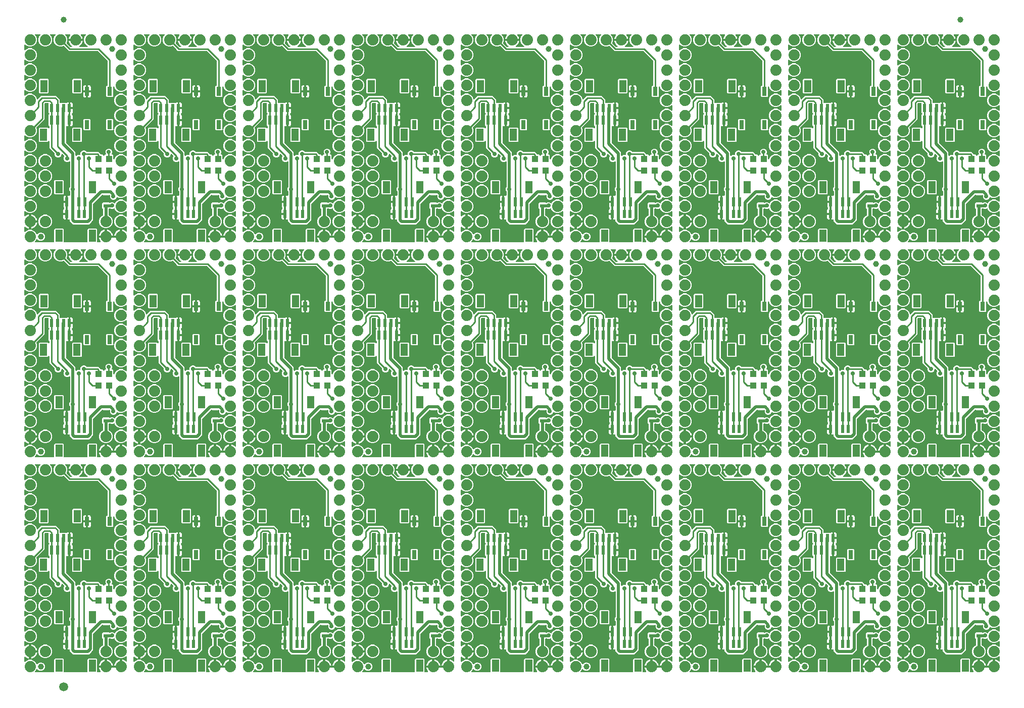
<source format=gtl>
G04 EAGLE Gerber RS-274X export*
G75*
%MOMM*%
%FSLAX34Y34*%
%LPD*%
%INTop Copper*%
%IPPOS*%
%AMOC8*
5,1,8,0,0,1.08239X$1,22.5*%
G01*
%ADD10R,1.200000X2.000000*%
%ADD11R,0.600000X1.350000*%
%ADD12R,0.600000X1.550000*%
%ADD13C,1.000000*%
%ADD14C,1.879600*%
%ADD15R,1.100000X1.000000*%
%ADD16R,0.830000X0.630000*%
%ADD17R,0.762000X1.524000*%
%ADD18C,1.500000*%
%ADD19C,0.736600*%
%ADD20C,0.508000*%
%ADD21C,0.254000*%

G36*
X519011Y142467D02*
X519011Y142467D01*
X519068Y142466D01*
X519151Y142488D01*
X519236Y142500D01*
X519288Y142523D01*
X519343Y142538D01*
X519417Y142582D01*
X519496Y142617D01*
X519539Y142654D01*
X519588Y142683D01*
X519647Y142746D01*
X519712Y142801D01*
X519738Y142843D01*
X519782Y142890D01*
X519848Y143019D01*
X519890Y143086D01*
X521169Y146175D01*
X524385Y149390D01*
X528586Y151131D01*
X533134Y151131D01*
X537335Y149391D01*
X538778Y147947D01*
X538802Y147930D01*
X538821Y147907D01*
X538915Y147845D01*
X539005Y147776D01*
X539033Y147766D01*
X539057Y147750D01*
X539165Y147716D01*
X539271Y147675D01*
X539300Y147673D01*
X539328Y147664D01*
X539442Y147661D01*
X539554Y147652D01*
X539583Y147657D01*
X539612Y147657D01*
X539722Y147685D01*
X539833Y147708D01*
X539859Y147721D01*
X539887Y147728D01*
X539985Y147786D01*
X540085Y147839D01*
X540107Y147859D01*
X540132Y147874D01*
X540209Y147956D01*
X540291Y148034D01*
X540306Y148060D01*
X540326Y148081D01*
X540378Y148182D01*
X540435Y148280D01*
X540442Y148308D01*
X540456Y148334D01*
X540469Y148412D01*
X540505Y148555D01*
X540503Y148618D01*
X540511Y148665D01*
X540511Y156135D01*
X540507Y156164D01*
X540510Y156193D01*
X540487Y156304D01*
X540471Y156416D01*
X540459Y156443D01*
X540454Y156472D01*
X540401Y156572D01*
X540355Y156676D01*
X540336Y156698D01*
X540323Y156724D01*
X540245Y156806D01*
X540172Y156893D01*
X540147Y156909D01*
X540127Y156930D01*
X540029Y156987D01*
X539935Y157050D01*
X539907Y157059D01*
X539882Y157074D01*
X539772Y157102D01*
X539664Y157136D01*
X539634Y157137D01*
X539606Y157144D01*
X539493Y157140D01*
X539380Y157143D01*
X539351Y157136D01*
X539322Y157135D01*
X539214Y157100D01*
X539105Y157072D01*
X539079Y157057D01*
X539051Y157048D01*
X538987Y157002D01*
X538860Y156926D01*
X538817Y156881D01*
X538778Y156853D01*
X537335Y155409D01*
X533134Y153669D01*
X528586Y153669D01*
X524385Y155410D01*
X521170Y158625D01*
X519429Y162826D01*
X519429Y167374D01*
X521170Y171575D01*
X524385Y174790D01*
X528586Y176531D01*
X533134Y176531D01*
X537335Y174791D01*
X538778Y173347D01*
X538802Y173330D01*
X538821Y173307D01*
X538915Y173245D01*
X539005Y173176D01*
X539033Y173166D01*
X539057Y173150D01*
X539165Y173116D01*
X539271Y173075D01*
X539300Y173073D01*
X539328Y173064D01*
X539442Y173061D01*
X539554Y173052D01*
X539583Y173057D01*
X539612Y173057D01*
X539722Y173085D01*
X539833Y173108D01*
X539859Y173121D01*
X539887Y173128D01*
X539985Y173186D01*
X540085Y173239D01*
X540107Y173259D01*
X540132Y173274D01*
X540209Y173356D01*
X540291Y173434D01*
X540306Y173460D01*
X540326Y173481D01*
X540378Y173582D01*
X540435Y173680D01*
X540442Y173708D01*
X540456Y173734D01*
X540469Y173812D01*
X540505Y173955D01*
X540503Y174018D01*
X540511Y174065D01*
X540511Y181535D01*
X540507Y181564D01*
X540510Y181593D01*
X540487Y181704D01*
X540471Y181816D01*
X540459Y181843D01*
X540454Y181872D01*
X540401Y181972D01*
X540355Y182076D01*
X540336Y182098D01*
X540323Y182124D01*
X540245Y182206D01*
X540172Y182293D01*
X540147Y182309D01*
X540127Y182330D01*
X540029Y182387D01*
X539935Y182450D01*
X539907Y182459D01*
X539882Y182474D01*
X539772Y182502D01*
X539664Y182536D01*
X539634Y182537D01*
X539606Y182544D01*
X539493Y182540D01*
X539380Y182543D01*
X539351Y182536D01*
X539322Y182535D01*
X539214Y182500D01*
X539105Y182472D01*
X539079Y182457D01*
X539051Y182448D01*
X538987Y182402D01*
X538860Y182326D01*
X538817Y182281D01*
X538778Y182253D01*
X537335Y180809D01*
X533134Y179069D01*
X528586Y179069D01*
X524385Y180810D01*
X521170Y184025D01*
X519429Y188226D01*
X519429Y191524D01*
X519425Y191553D01*
X519428Y191582D01*
X519405Y191693D01*
X519389Y191805D01*
X519377Y191832D01*
X519372Y191861D01*
X519319Y191961D01*
X519273Y192064D01*
X519254Y192087D01*
X519241Y192113D01*
X519163Y192195D01*
X519090Y192281D01*
X519065Y192298D01*
X519045Y192319D01*
X518947Y192376D01*
X518853Y192439D01*
X518825Y192448D01*
X518800Y192463D01*
X518690Y192491D01*
X518582Y192525D01*
X518552Y192526D01*
X518524Y192533D01*
X518411Y192529D01*
X518298Y192532D01*
X518269Y192525D01*
X518240Y192524D01*
X518132Y192489D01*
X518023Y192460D01*
X517997Y192445D01*
X517969Y192436D01*
X517905Y192391D01*
X517778Y192315D01*
X517735Y192269D01*
X517696Y192241D01*
X516462Y191007D01*
X507158Y191007D01*
X505967Y192198D01*
X505967Y209122D01*
X507158Y210313D01*
X516462Y210313D01*
X517653Y209122D01*
X517653Y193589D01*
X517665Y193504D01*
X517667Y193418D01*
X517685Y193364D01*
X517693Y193307D01*
X517728Y193229D01*
X517754Y193147D01*
X517786Y193100D01*
X517809Y193048D01*
X517864Y192982D01*
X517912Y192911D01*
X517956Y192874D01*
X517992Y192831D01*
X518064Y192783D01*
X518130Y192728D01*
X518182Y192705D01*
X518229Y192673D01*
X518311Y192647D01*
X518390Y192612D01*
X518446Y192605D01*
X518500Y192587D01*
X518586Y192585D01*
X518671Y192573D01*
X518727Y192582D01*
X518784Y192580D01*
X518867Y192602D01*
X518952Y192614D01*
X519004Y192638D01*
X519059Y192652D01*
X519133Y192696D01*
X519212Y192731D01*
X519255Y192768D01*
X519304Y192797D01*
X519363Y192860D01*
X519428Y192916D01*
X519454Y192958D01*
X519498Y193005D01*
X519564Y193134D01*
X519606Y193200D01*
X521169Y196975D01*
X524385Y200190D01*
X528586Y201931D01*
X533134Y201931D01*
X537335Y200191D01*
X538778Y198747D01*
X538802Y198730D01*
X538821Y198707D01*
X538915Y198645D01*
X539005Y198576D01*
X539033Y198566D01*
X539057Y198550D01*
X539165Y198516D01*
X539271Y198475D01*
X539300Y198473D01*
X539328Y198464D01*
X539442Y198461D01*
X539554Y198452D01*
X539583Y198457D01*
X539612Y198457D01*
X539722Y198485D01*
X539833Y198508D01*
X539859Y198521D01*
X539887Y198528D01*
X539985Y198586D01*
X540085Y198639D01*
X540107Y198659D01*
X540132Y198674D01*
X540209Y198756D01*
X540291Y198834D01*
X540306Y198860D01*
X540326Y198881D01*
X540378Y198982D01*
X540435Y199080D01*
X540442Y199108D01*
X540456Y199134D01*
X540469Y199212D01*
X540505Y199355D01*
X540503Y199418D01*
X540511Y199465D01*
X540511Y206935D01*
X540507Y206964D01*
X540510Y206993D01*
X540487Y207104D01*
X540471Y207216D01*
X540459Y207243D01*
X540454Y207272D01*
X540401Y207372D01*
X540355Y207476D01*
X540336Y207498D01*
X540323Y207524D01*
X540245Y207606D01*
X540172Y207693D01*
X540147Y207709D01*
X540127Y207730D01*
X540029Y207787D01*
X539935Y207850D01*
X539907Y207859D01*
X539882Y207874D01*
X539772Y207902D01*
X539664Y207936D01*
X539634Y207937D01*
X539606Y207944D01*
X539493Y207940D01*
X539380Y207943D01*
X539351Y207936D01*
X539322Y207935D01*
X539214Y207900D01*
X539105Y207872D01*
X539079Y207857D01*
X539051Y207848D01*
X538987Y207802D01*
X538860Y207726D01*
X538817Y207681D01*
X538778Y207653D01*
X537335Y206209D01*
X533134Y204469D01*
X528586Y204469D01*
X524385Y206210D01*
X521170Y209425D01*
X519429Y213626D01*
X519429Y218174D01*
X521170Y222375D01*
X524385Y225590D01*
X528586Y227331D01*
X533134Y227331D01*
X537335Y225591D01*
X538778Y224147D01*
X538802Y224130D01*
X538821Y224107D01*
X538915Y224045D01*
X539005Y223976D01*
X539033Y223966D01*
X539057Y223950D01*
X539165Y223916D01*
X539271Y223875D01*
X539300Y223873D01*
X539328Y223864D01*
X539442Y223861D01*
X539554Y223852D01*
X539583Y223857D01*
X539612Y223857D01*
X539722Y223885D01*
X539833Y223908D01*
X539859Y223921D01*
X539887Y223928D01*
X539985Y223986D01*
X540085Y224039D01*
X540107Y224059D01*
X540132Y224074D01*
X540209Y224156D01*
X540291Y224234D01*
X540306Y224260D01*
X540326Y224281D01*
X540378Y224382D01*
X540435Y224480D01*
X540442Y224508D01*
X540456Y224534D01*
X540469Y224612D01*
X540505Y224755D01*
X540503Y224818D01*
X540511Y224865D01*
X540511Y232335D01*
X540507Y232364D01*
X540510Y232393D01*
X540487Y232504D01*
X540471Y232616D01*
X540459Y232643D01*
X540454Y232672D01*
X540401Y232772D01*
X540355Y232876D01*
X540336Y232898D01*
X540323Y232924D01*
X540245Y233006D01*
X540172Y233093D01*
X540147Y233109D01*
X540127Y233130D01*
X540029Y233187D01*
X539935Y233250D01*
X539907Y233259D01*
X539882Y233274D01*
X539772Y233302D01*
X539664Y233336D01*
X539634Y233337D01*
X539606Y233344D01*
X539493Y233340D01*
X539380Y233343D01*
X539351Y233336D01*
X539322Y233335D01*
X539214Y233300D01*
X539105Y233272D01*
X539079Y233257D01*
X539051Y233248D01*
X538987Y233202D01*
X538860Y233126D01*
X538817Y233081D01*
X538778Y233053D01*
X537335Y231609D01*
X533134Y229869D01*
X528586Y229869D01*
X524385Y231610D01*
X521170Y234825D01*
X519429Y239026D01*
X519429Y243574D01*
X521170Y247775D01*
X524385Y250990D01*
X528586Y252731D01*
X533134Y252731D01*
X537335Y250991D01*
X538778Y249547D01*
X538802Y249530D01*
X538821Y249507D01*
X538915Y249445D01*
X539005Y249376D01*
X539033Y249366D01*
X539057Y249350D01*
X539165Y249316D01*
X539271Y249275D01*
X539300Y249273D01*
X539328Y249264D01*
X539442Y249261D01*
X539554Y249252D01*
X539583Y249257D01*
X539612Y249257D01*
X539722Y249285D01*
X539833Y249308D01*
X539859Y249321D01*
X539887Y249328D01*
X539985Y249386D01*
X540085Y249439D01*
X540107Y249459D01*
X540132Y249474D01*
X540209Y249556D01*
X540291Y249634D01*
X540306Y249660D01*
X540326Y249681D01*
X540378Y249782D01*
X540435Y249880D01*
X540442Y249908D01*
X540456Y249934D01*
X540469Y250012D01*
X540505Y250155D01*
X540503Y250218D01*
X540511Y250265D01*
X540511Y257735D01*
X540507Y257764D01*
X540510Y257793D01*
X540487Y257904D01*
X540471Y258016D01*
X540459Y258043D01*
X540454Y258072D01*
X540401Y258172D01*
X540355Y258276D01*
X540336Y258298D01*
X540323Y258324D01*
X540245Y258406D01*
X540172Y258493D01*
X540147Y258509D01*
X540127Y258530D01*
X540029Y258587D01*
X539935Y258650D01*
X539907Y258659D01*
X539882Y258674D01*
X539772Y258702D01*
X539664Y258736D01*
X539634Y258737D01*
X539606Y258744D01*
X539493Y258740D01*
X539380Y258743D01*
X539351Y258736D01*
X539322Y258735D01*
X539214Y258700D01*
X539105Y258672D01*
X539079Y258657D01*
X539051Y258648D01*
X538987Y258602D01*
X538860Y258526D01*
X538817Y258481D01*
X538778Y258453D01*
X537335Y257009D01*
X533134Y255269D01*
X528586Y255269D01*
X524385Y257010D01*
X521169Y260225D01*
X519606Y264000D01*
X519562Y264074D01*
X519527Y264152D01*
X519490Y264196D01*
X519461Y264245D01*
X519399Y264304D01*
X519343Y264369D01*
X519296Y264401D01*
X519255Y264440D01*
X519178Y264479D01*
X519107Y264527D01*
X519053Y264544D01*
X519002Y264570D01*
X518918Y264587D01*
X518836Y264613D01*
X518779Y264614D01*
X518723Y264625D01*
X518638Y264618D01*
X518552Y264620D01*
X518497Y264605D01*
X518440Y264601D01*
X518360Y264570D01*
X518277Y264548D01*
X518228Y264519D01*
X518175Y264499D01*
X518106Y264447D01*
X518032Y264403D01*
X517993Y264361D01*
X517948Y264327D01*
X517896Y264258D01*
X517838Y264195D01*
X517812Y264145D01*
X517778Y264099D01*
X517747Y264019D01*
X517708Y263942D01*
X517700Y263894D01*
X517677Y263833D01*
X517666Y263689D01*
X517653Y263611D01*
X517653Y248078D01*
X516462Y246887D01*
X507158Y246887D01*
X505967Y248078D01*
X505967Y265002D01*
X507158Y266193D01*
X507492Y266193D01*
X507550Y266201D01*
X507608Y266199D01*
X507690Y266221D01*
X507774Y266233D01*
X507827Y266256D01*
X507883Y266271D01*
X507956Y266314D01*
X508033Y266349D01*
X508078Y266387D01*
X508128Y266416D01*
X508186Y266478D01*
X508250Y266532D01*
X508282Y266581D01*
X508322Y266624D01*
X508361Y266699D01*
X508408Y266769D01*
X508425Y266825D01*
X508452Y266877D01*
X508463Y266945D01*
X508493Y267040D01*
X508496Y267140D01*
X508507Y267208D01*
X508507Y307329D01*
X508495Y307416D01*
X508492Y307503D01*
X508475Y307556D01*
X508467Y307611D01*
X508432Y307691D01*
X508405Y307774D01*
X508377Y307813D01*
X508351Y307870D01*
X508255Y307984D01*
X508210Y308047D01*
X492197Y324060D01*
X492128Y324112D01*
X492064Y324172D01*
X492014Y324198D01*
X491970Y324231D01*
X491888Y324262D01*
X491810Y324302D01*
X491763Y324310D01*
X491704Y324332D01*
X491557Y324344D01*
X491479Y324357D01*
X443132Y324357D01*
X435186Y332304D01*
X435184Y332305D01*
X435183Y332306D01*
X435073Y332388D01*
X434958Y332474D01*
X434957Y332475D01*
X434956Y332476D01*
X434824Y332526D01*
X434693Y332576D01*
X434691Y332576D01*
X434690Y332576D01*
X434545Y332588D01*
X434409Y332599D01*
X434408Y332599D01*
X434406Y332599D01*
X434391Y332596D01*
X434131Y332543D01*
X434104Y332529D01*
X434079Y332524D01*
X431534Y331469D01*
X426986Y331469D01*
X422785Y333210D01*
X419570Y336425D01*
X417829Y340626D01*
X417829Y345174D01*
X419569Y349375D01*
X421013Y350818D01*
X421030Y350842D01*
X421053Y350861D01*
X421115Y350955D01*
X421184Y351045D01*
X421194Y351073D01*
X421210Y351097D01*
X421244Y351205D01*
X421285Y351311D01*
X421287Y351340D01*
X421296Y351368D01*
X421299Y351482D01*
X421308Y351594D01*
X421303Y351623D01*
X421303Y351652D01*
X421275Y351762D01*
X421252Y351873D01*
X421239Y351899D01*
X421232Y351927D01*
X421174Y352025D01*
X421121Y352125D01*
X421101Y352147D01*
X421086Y352172D01*
X421004Y352249D01*
X420926Y352331D01*
X420900Y352346D01*
X420879Y352366D01*
X420778Y352418D01*
X420680Y352475D01*
X420652Y352482D01*
X420626Y352496D01*
X420548Y352509D01*
X420405Y352545D01*
X420342Y352543D01*
X420295Y352551D01*
X412825Y352551D01*
X412796Y352547D01*
X412767Y352550D01*
X412656Y352527D01*
X412544Y352511D01*
X412517Y352499D01*
X412488Y352494D01*
X412388Y352441D01*
X412284Y352395D01*
X412262Y352376D01*
X412236Y352363D01*
X412154Y352285D01*
X412067Y352212D01*
X412051Y352187D01*
X412030Y352167D01*
X411973Y352069D01*
X411910Y351975D01*
X411901Y351947D01*
X411886Y351922D01*
X411858Y351812D01*
X411824Y351704D01*
X411823Y351674D01*
X411816Y351646D01*
X411820Y351533D01*
X411817Y351420D01*
X411824Y351391D01*
X411825Y351362D01*
X411860Y351254D01*
X411888Y351145D01*
X411903Y351119D01*
X411912Y351091D01*
X411958Y351027D01*
X412034Y350900D01*
X412079Y350857D01*
X412107Y350818D01*
X413551Y349375D01*
X415291Y345174D01*
X415291Y340626D01*
X413550Y336425D01*
X410335Y333210D01*
X406134Y331469D01*
X401586Y331469D01*
X397385Y333210D01*
X394170Y336425D01*
X392429Y340626D01*
X392429Y345174D01*
X394169Y349375D01*
X395613Y350818D01*
X395630Y350842D01*
X395653Y350861D01*
X395715Y350955D01*
X395784Y351045D01*
X395794Y351073D01*
X395810Y351097D01*
X395844Y351205D01*
X395885Y351311D01*
X395887Y351340D01*
X395896Y351368D01*
X395899Y351482D01*
X395908Y351594D01*
X395903Y351623D01*
X395903Y351652D01*
X395875Y351762D01*
X395852Y351873D01*
X395839Y351899D01*
X395832Y351927D01*
X395774Y352025D01*
X395721Y352125D01*
X395701Y352147D01*
X395686Y352172D01*
X395604Y352249D01*
X395526Y352331D01*
X395500Y352346D01*
X395479Y352366D01*
X395378Y352418D01*
X395280Y352475D01*
X395252Y352482D01*
X395226Y352496D01*
X395148Y352509D01*
X395005Y352545D01*
X394942Y352543D01*
X394895Y352551D01*
X387425Y352551D01*
X387396Y352547D01*
X387367Y352550D01*
X387256Y352527D01*
X387144Y352511D01*
X387117Y352499D01*
X387088Y352494D01*
X386988Y352441D01*
X386884Y352395D01*
X386862Y352376D01*
X386836Y352363D01*
X386754Y352285D01*
X386667Y352212D01*
X386651Y352187D01*
X386630Y352167D01*
X386573Y352069D01*
X386510Y351975D01*
X386501Y351947D01*
X386486Y351922D01*
X386458Y351812D01*
X386424Y351704D01*
X386423Y351674D01*
X386416Y351646D01*
X386420Y351533D01*
X386417Y351420D01*
X386424Y351391D01*
X386425Y351362D01*
X386460Y351254D01*
X386488Y351145D01*
X386503Y351119D01*
X386512Y351091D01*
X386558Y351027D01*
X386634Y350900D01*
X386679Y350857D01*
X386707Y350818D01*
X388151Y349375D01*
X389891Y345174D01*
X389891Y340626D01*
X388150Y336425D01*
X384935Y333210D01*
X380734Y331469D01*
X376186Y331469D01*
X371985Y333209D01*
X370542Y334653D01*
X370518Y334670D01*
X370499Y334693D01*
X370405Y334755D01*
X370315Y334824D01*
X370287Y334834D01*
X370263Y334850D01*
X370155Y334884D01*
X370049Y334925D01*
X370020Y334927D01*
X369992Y334936D01*
X369878Y334939D01*
X369766Y334948D01*
X369737Y334943D01*
X369708Y334943D01*
X369598Y334915D01*
X369487Y334892D01*
X369461Y334879D01*
X369433Y334872D01*
X369335Y334814D01*
X369235Y334761D01*
X369213Y334741D01*
X369188Y334726D01*
X369111Y334644D01*
X369029Y334566D01*
X369014Y334540D01*
X368994Y334519D01*
X368942Y334418D01*
X368885Y334320D01*
X368878Y334292D01*
X368864Y334266D01*
X368851Y334188D01*
X368815Y334045D01*
X368817Y333982D01*
X368809Y333935D01*
X368809Y326465D01*
X368813Y326436D01*
X368810Y326407D01*
X368833Y326296D01*
X368849Y326184D01*
X368861Y326157D01*
X368866Y326128D01*
X368919Y326028D01*
X368965Y325924D01*
X368984Y325902D01*
X368997Y325876D01*
X369075Y325794D01*
X369148Y325707D01*
X369173Y325691D01*
X369193Y325670D01*
X369291Y325613D01*
X369385Y325550D01*
X369413Y325541D01*
X369438Y325526D01*
X369548Y325498D01*
X369656Y325464D01*
X369686Y325463D01*
X369714Y325456D01*
X369827Y325460D01*
X369940Y325457D01*
X369969Y325464D01*
X369998Y325465D01*
X370106Y325500D01*
X370215Y325528D01*
X370241Y325543D01*
X370269Y325552D01*
X370333Y325598D01*
X370460Y325674D01*
X370503Y325719D01*
X370542Y325747D01*
X371985Y327191D01*
X376186Y328931D01*
X380734Y328931D01*
X384935Y327190D01*
X388150Y323975D01*
X389891Y319774D01*
X389891Y315226D01*
X388150Y311025D01*
X384935Y307810D01*
X380734Y306069D01*
X376186Y306069D01*
X371985Y307809D01*
X370542Y309253D01*
X370518Y309270D01*
X370499Y309293D01*
X370405Y309355D01*
X370315Y309424D01*
X370287Y309434D01*
X370263Y309450D01*
X370155Y309484D01*
X370049Y309525D01*
X370020Y309527D01*
X369992Y309536D01*
X369878Y309539D01*
X369766Y309548D01*
X369737Y309543D01*
X369708Y309543D01*
X369598Y309515D01*
X369487Y309492D01*
X369461Y309479D01*
X369433Y309472D01*
X369335Y309414D01*
X369235Y309361D01*
X369213Y309341D01*
X369188Y309326D01*
X369111Y309244D01*
X369029Y309166D01*
X369014Y309140D01*
X368994Y309119D01*
X368942Y309018D01*
X368885Y308920D01*
X368878Y308892D01*
X368864Y308866D01*
X368851Y308788D01*
X368815Y308645D01*
X368817Y308582D01*
X368809Y308535D01*
X368809Y301065D01*
X368813Y301036D01*
X368810Y301007D01*
X368833Y300896D01*
X368849Y300784D01*
X368861Y300757D01*
X368866Y300728D01*
X368919Y300628D01*
X368965Y300524D01*
X368984Y300502D01*
X368997Y300476D01*
X369075Y300394D01*
X369148Y300307D01*
X369173Y300291D01*
X369193Y300270D01*
X369291Y300213D01*
X369385Y300150D01*
X369413Y300141D01*
X369438Y300126D01*
X369548Y300098D01*
X369656Y300064D01*
X369686Y300063D01*
X369714Y300056D01*
X369827Y300060D01*
X369940Y300057D01*
X369969Y300064D01*
X369998Y300065D01*
X370106Y300100D01*
X370215Y300128D01*
X370241Y300143D01*
X370269Y300152D01*
X370333Y300198D01*
X370460Y300274D01*
X370503Y300319D01*
X370542Y300347D01*
X371985Y301791D01*
X376186Y303531D01*
X380734Y303531D01*
X384935Y301790D01*
X388150Y298575D01*
X389891Y294374D01*
X389891Y289826D01*
X388150Y285625D01*
X384935Y282410D01*
X380734Y280669D01*
X376186Y280669D01*
X371985Y282409D01*
X370542Y283853D01*
X370518Y283870D01*
X370499Y283893D01*
X370405Y283955D01*
X370315Y284024D01*
X370287Y284034D01*
X370263Y284050D01*
X370155Y284084D01*
X370049Y284125D01*
X370020Y284127D01*
X369992Y284136D01*
X369878Y284139D01*
X369766Y284148D01*
X369737Y284143D01*
X369708Y284143D01*
X369598Y284115D01*
X369487Y284092D01*
X369461Y284079D01*
X369433Y284072D01*
X369335Y284014D01*
X369235Y283961D01*
X369213Y283941D01*
X369188Y283926D01*
X369111Y283844D01*
X369029Y283766D01*
X369014Y283740D01*
X368994Y283719D01*
X368942Y283618D01*
X368885Y283520D01*
X368878Y283492D01*
X368864Y283466D01*
X368851Y283388D01*
X368815Y283245D01*
X368817Y283182D01*
X368809Y283135D01*
X368809Y275665D01*
X368813Y275636D01*
X368810Y275607D01*
X368833Y275496D01*
X368849Y275384D01*
X368861Y275357D01*
X368866Y275328D01*
X368919Y275228D01*
X368965Y275124D01*
X368984Y275102D01*
X368997Y275076D01*
X369075Y274994D01*
X369148Y274907D01*
X369173Y274891D01*
X369193Y274870D01*
X369291Y274813D01*
X369385Y274750D01*
X369413Y274741D01*
X369438Y274726D01*
X369548Y274698D01*
X369656Y274664D01*
X369686Y274663D01*
X369714Y274656D01*
X369827Y274660D01*
X369940Y274657D01*
X369969Y274664D01*
X369998Y274665D01*
X370106Y274700D01*
X370215Y274728D01*
X370241Y274743D01*
X370269Y274752D01*
X370333Y274798D01*
X370460Y274874D01*
X370503Y274919D01*
X370542Y274947D01*
X371985Y276391D01*
X376186Y278131D01*
X380734Y278131D01*
X384935Y276390D01*
X388150Y273175D01*
X389891Y268974D01*
X389891Y264426D01*
X388150Y260225D01*
X384935Y257010D01*
X380734Y255269D01*
X376186Y255269D01*
X371985Y257009D01*
X370542Y258453D01*
X370518Y258470D01*
X370499Y258493D01*
X370405Y258555D01*
X370315Y258624D01*
X370287Y258634D01*
X370263Y258650D01*
X370155Y258684D01*
X370049Y258725D01*
X370020Y258727D01*
X369992Y258736D01*
X369878Y258739D01*
X369766Y258748D01*
X369737Y258743D01*
X369708Y258743D01*
X369598Y258715D01*
X369487Y258692D01*
X369461Y258679D01*
X369433Y258672D01*
X369335Y258614D01*
X369235Y258561D01*
X369213Y258541D01*
X369188Y258526D01*
X369111Y258444D01*
X369029Y258366D01*
X369014Y258340D01*
X368994Y258319D01*
X368942Y258218D01*
X368885Y258120D01*
X368878Y258092D01*
X368864Y258066D01*
X368851Y257988D01*
X368815Y257845D01*
X368817Y257782D01*
X368809Y257735D01*
X368809Y250265D01*
X368813Y250236D01*
X368810Y250207D01*
X368833Y250096D01*
X368849Y249984D01*
X368861Y249957D01*
X368866Y249928D01*
X368919Y249828D01*
X368965Y249724D01*
X368984Y249702D01*
X368997Y249676D01*
X369075Y249594D01*
X369148Y249507D01*
X369173Y249491D01*
X369193Y249470D01*
X369291Y249413D01*
X369385Y249350D01*
X369413Y249341D01*
X369438Y249326D01*
X369548Y249298D01*
X369656Y249264D01*
X369686Y249263D01*
X369714Y249256D01*
X369827Y249260D01*
X369940Y249257D01*
X369969Y249264D01*
X369998Y249265D01*
X370106Y249300D01*
X370215Y249328D01*
X370241Y249343D01*
X370269Y249352D01*
X370333Y249398D01*
X370460Y249474D01*
X370503Y249519D01*
X370542Y249547D01*
X371985Y250991D01*
X376186Y252731D01*
X380734Y252731D01*
X384935Y250990D01*
X388150Y247775D01*
X389797Y243799D01*
X389856Y243700D01*
X389909Y243598D01*
X389928Y243578D01*
X389942Y243554D01*
X390025Y243475D01*
X390104Y243392D01*
X390128Y243378D01*
X390148Y243359D01*
X390251Y243307D01*
X390350Y243249D01*
X390376Y243242D01*
X390401Y243229D01*
X390514Y243207D01*
X390625Y243179D01*
X390653Y243179D01*
X390680Y243174D01*
X390795Y243184D01*
X390909Y243188D01*
X390936Y243196D01*
X390963Y243199D01*
X391071Y243240D01*
X391180Y243275D01*
X391200Y243290D01*
X391229Y243301D01*
X391440Y243461D01*
X391453Y243470D01*
X396904Y248921D01*
X421738Y248921D01*
X425331Y245328D01*
X427563Y243096D01*
X427563Y238342D01*
X427575Y238256D01*
X427578Y238168D01*
X427595Y238116D01*
X427603Y238061D01*
X427638Y237981D01*
X427665Y237898D01*
X427693Y237859D01*
X427719Y237802D01*
X427815Y237688D01*
X427860Y237625D01*
X428542Y236943D01*
X428589Y236907D01*
X428629Y236865D01*
X428702Y236822D01*
X428769Y236772D01*
X428824Y236751D01*
X428874Y236721D01*
X428956Y236701D01*
X429035Y236670D01*
X429093Y236666D01*
X429150Y236651D01*
X429234Y236654D01*
X429318Y236647D01*
X429376Y236658D01*
X429434Y236660D01*
X429514Y236686D01*
X429597Y236703D01*
X429649Y236730D01*
X429705Y236748D01*
X429761Y236788D01*
X429849Y236834D01*
X429922Y236903D01*
X429978Y236943D01*
X430418Y237383D01*
X438102Y237383D01*
X438183Y237302D01*
X438230Y237267D01*
X438270Y237224D01*
X438343Y237182D01*
X438410Y237131D01*
X438465Y237110D01*
X438515Y237080D01*
X438597Y237060D01*
X438676Y237030D01*
X438734Y237025D01*
X438791Y237010D01*
X438875Y237013D01*
X438959Y237006D01*
X439016Y237018D01*
X439075Y237019D01*
X439155Y237045D01*
X439238Y237062D01*
X439290Y237089D01*
X439345Y237107D01*
X439402Y237147D01*
X439490Y237193D01*
X439562Y237262D01*
X439619Y237302D01*
X439700Y237383D01*
X440279Y237718D01*
X440926Y237891D01*
X442761Y237891D01*
X442761Y229084D01*
X442769Y229026D01*
X442767Y228968D01*
X442789Y228886D01*
X442801Y228803D01*
X442824Y228749D01*
X442839Y228693D01*
X442882Y228620D01*
X442891Y228601D01*
X442860Y228555D01*
X442843Y228499D01*
X442816Y228447D01*
X442805Y228379D01*
X442775Y228284D01*
X442772Y228184D01*
X442761Y228116D01*
X442761Y218916D01*
X442726Y218878D01*
X442687Y218803D01*
X442641Y218733D01*
X442623Y218677D01*
X442596Y218625D01*
X442585Y218557D01*
X442555Y218462D01*
X442552Y218362D01*
X442541Y218294D01*
X442541Y208634D01*
X442549Y208576D01*
X442547Y208518D01*
X442569Y208436D01*
X442581Y208353D01*
X442604Y208299D01*
X442619Y208243D01*
X442662Y208170D01*
X442671Y208151D01*
X442640Y208105D01*
X442623Y208049D01*
X442596Y207997D01*
X442585Y207929D01*
X442555Y207834D01*
X442552Y207734D01*
X442541Y207666D01*
X442541Y197859D01*
X440706Y197859D01*
X439961Y198059D01*
X439872Y198095D01*
X439833Y198099D01*
X439796Y198110D01*
X439692Y198113D01*
X439589Y198124D01*
X439551Y198117D01*
X439512Y198118D01*
X439411Y198092D01*
X439310Y198073D01*
X439274Y198056D01*
X439237Y198046D01*
X439148Y197993D01*
X439055Y197947D01*
X439026Y197921D01*
X438992Y197901D01*
X438921Y197825D01*
X438845Y197755D01*
X438824Y197722D01*
X438798Y197693D01*
X438751Y197601D01*
X438696Y197513D01*
X438686Y197475D01*
X438668Y197440D01*
X438655Y197364D01*
X438621Y197239D01*
X438622Y197164D01*
X438613Y197109D01*
X438613Y170509D01*
X438620Y170459D01*
X438619Y170449D01*
X438623Y170434D01*
X438625Y170422D01*
X438628Y170335D01*
X438645Y170282D01*
X438653Y170227D01*
X438688Y170147D01*
X438715Y170064D01*
X438743Y170025D01*
X438769Y169968D01*
X438865Y169854D01*
X438910Y169791D01*
X454453Y154248D01*
X454453Y149265D01*
X454457Y149236D01*
X454454Y149207D01*
X454477Y149096D01*
X454493Y148984D01*
X454505Y148957D01*
X454510Y148928D01*
X454562Y148828D01*
X454609Y148724D01*
X454628Y148702D01*
X454641Y148676D01*
X454719Y148594D01*
X454792Y148507D01*
X454817Y148491D01*
X454837Y148470D01*
X454935Y148412D01*
X455029Y148350D01*
X455057Y148341D01*
X455082Y148326D01*
X455192Y148298D01*
X455300Y148264D01*
X455329Y148263D01*
X455358Y148256D01*
X455471Y148259D01*
X455584Y148256D01*
X455613Y148264D01*
X455642Y148265D01*
X455750Y148300D01*
X455859Y148328D01*
X455885Y148343D01*
X455913Y148352D01*
X455977Y148398D01*
X456104Y148474D01*
X456147Y148519D01*
X456186Y148547D01*
X456502Y148864D01*
X458603Y149734D01*
X460877Y149734D01*
X461256Y149577D01*
X461367Y149548D01*
X461477Y149513D01*
X461505Y149512D01*
X461532Y149506D01*
X461646Y149509D01*
X461761Y149506D01*
X461788Y149513D01*
X461816Y149514D01*
X461925Y149549D01*
X462036Y149578D01*
X462060Y149592D01*
X462087Y149600D01*
X462182Y149664D01*
X462281Y149723D01*
X462300Y149743D01*
X462323Y149759D01*
X462397Y149846D01*
X462475Y149930D01*
X462488Y149955D01*
X462506Y149976D01*
X462553Y150081D01*
X462605Y150183D01*
X462609Y150208D01*
X462621Y150236D01*
X462658Y150500D01*
X462660Y150514D01*
X462660Y152775D01*
X463530Y154876D01*
X465138Y156484D01*
X467239Y157354D01*
X469513Y157354D01*
X471614Y156484D01*
X472859Y155238D01*
X472929Y155186D01*
X472993Y155126D01*
X473042Y155100D01*
X473086Y155067D01*
X473168Y155036D01*
X473246Y154996D01*
X473293Y154988D01*
X473352Y154966D01*
X473500Y154954D01*
X473577Y154941D01*
X492858Y154941D01*
X496742Y151057D01*
X496747Y151022D01*
X496770Y150969D01*
X496785Y150913D01*
X496828Y150840D01*
X496863Y150763D01*
X496901Y150718D01*
X496930Y150668D01*
X496992Y150610D01*
X497046Y150546D01*
X497095Y150514D01*
X497138Y150474D01*
X497213Y150435D01*
X497283Y150388D01*
X497339Y150371D01*
X497391Y150344D01*
X497459Y150333D01*
X497554Y150303D01*
X497654Y150300D01*
X497722Y150289D01*
X499746Y150289D01*
X501186Y148849D01*
X501233Y148813D01*
X501273Y148771D01*
X501346Y148728D01*
X501413Y148678D01*
X501468Y148657D01*
X501518Y148627D01*
X501600Y148607D01*
X501679Y148576D01*
X501737Y148572D01*
X501794Y148557D01*
X501878Y148560D01*
X501962Y148553D01*
X502020Y148564D01*
X502078Y148566D01*
X502158Y148592D01*
X502241Y148609D01*
X502293Y148636D01*
X502349Y148654D01*
X502405Y148694D01*
X502493Y148740D01*
X502566Y148809D01*
X502622Y148849D01*
X504062Y150289D01*
X504401Y150289D01*
X504515Y150305D01*
X504629Y150315D01*
X504655Y150325D01*
X504683Y150329D01*
X504788Y150376D01*
X504895Y150417D01*
X504917Y150433D01*
X504942Y150445D01*
X505030Y150519D01*
X505121Y150588D01*
X505138Y150611D01*
X505159Y150628D01*
X505223Y150724D01*
X505292Y150816D01*
X505301Y150842D01*
X505317Y150865D01*
X505352Y150975D01*
X505392Y151082D01*
X505394Y151110D01*
X505403Y151136D01*
X505406Y151251D01*
X505415Y151365D01*
X505409Y151390D01*
X505410Y151420D01*
X505343Y151677D01*
X505339Y151693D01*
X504570Y153549D01*
X504570Y155823D01*
X505440Y157924D01*
X507048Y159532D01*
X509149Y160402D01*
X511423Y160402D01*
X513524Y159532D01*
X515132Y157924D01*
X516002Y155823D01*
X516002Y153549D01*
X515233Y151693D01*
X515204Y151581D01*
X515169Y151472D01*
X515169Y151444D01*
X515162Y151417D01*
X515165Y151303D01*
X515162Y151188D01*
X515169Y151161D01*
X515170Y151133D01*
X515205Y151024D01*
X515234Y150913D01*
X515248Y150889D01*
X515257Y150862D01*
X515321Y150767D01*
X515379Y150668D01*
X515399Y150649D01*
X515415Y150626D01*
X515503Y150552D01*
X515586Y150474D01*
X515611Y150461D01*
X515632Y150443D01*
X515737Y150397D01*
X515840Y150344D01*
X515864Y150340D01*
X515892Y150328D01*
X516156Y150291D01*
X516171Y150289D01*
X516746Y150289D01*
X517937Y149098D01*
X517937Y143474D01*
X517949Y143389D01*
X517951Y143303D01*
X517969Y143249D01*
X517977Y143193D01*
X518012Y143115D01*
X518038Y143033D01*
X518070Y142985D01*
X518093Y142933D01*
X518148Y142868D01*
X518196Y142797D01*
X518240Y142760D01*
X518276Y142716D01*
X518348Y142669D01*
X518414Y142614D01*
X518466Y142590D01*
X518513Y142559D01*
X518595Y142533D01*
X518674Y142498D01*
X518730Y142490D01*
X518784Y142473D01*
X518870Y142471D01*
X518955Y142459D01*
X519011Y142467D01*
G37*
G36*
X336131Y863827D02*
X336131Y863827D01*
X336188Y863826D01*
X336271Y863848D01*
X336356Y863860D01*
X336408Y863883D01*
X336463Y863898D01*
X336537Y863942D01*
X336616Y863977D01*
X336659Y864014D01*
X336708Y864043D01*
X336767Y864106D01*
X336832Y864161D01*
X336858Y864203D01*
X336902Y864250D01*
X336968Y864379D01*
X337010Y864446D01*
X338289Y867535D01*
X341505Y870750D01*
X345706Y872491D01*
X350254Y872491D01*
X354455Y870751D01*
X355898Y869307D01*
X355922Y869290D01*
X355941Y869267D01*
X356035Y869205D01*
X356125Y869136D01*
X356153Y869126D01*
X356177Y869110D01*
X356285Y869076D01*
X356391Y869035D01*
X356420Y869033D01*
X356448Y869024D01*
X356562Y869021D01*
X356674Y869012D01*
X356703Y869017D01*
X356732Y869017D01*
X356842Y869045D01*
X356953Y869068D01*
X356979Y869081D01*
X357007Y869088D01*
X357105Y869146D01*
X357205Y869199D01*
X357227Y869219D01*
X357252Y869234D01*
X357329Y869316D01*
X357411Y869394D01*
X357426Y869420D01*
X357446Y869441D01*
X357498Y869542D01*
X357555Y869640D01*
X357562Y869668D01*
X357576Y869694D01*
X357589Y869772D01*
X357625Y869915D01*
X357623Y869978D01*
X357631Y870025D01*
X357631Y877495D01*
X357627Y877524D01*
X357630Y877553D01*
X357607Y877664D01*
X357591Y877776D01*
X357579Y877803D01*
X357574Y877832D01*
X357521Y877932D01*
X357475Y878036D01*
X357456Y878058D01*
X357443Y878084D01*
X357365Y878166D01*
X357292Y878253D01*
X357267Y878269D01*
X357247Y878290D01*
X357149Y878347D01*
X357055Y878410D01*
X357027Y878419D01*
X357002Y878434D01*
X356892Y878462D01*
X356784Y878496D01*
X356754Y878497D01*
X356726Y878504D01*
X356613Y878500D01*
X356500Y878503D01*
X356471Y878496D01*
X356442Y878495D01*
X356334Y878460D01*
X356225Y878432D01*
X356199Y878417D01*
X356171Y878408D01*
X356107Y878362D01*
X355980Y878286D01*
X355937Y878241D01*
X355898Y878213D01*
X354455Y876769D01*
X350254Y875029D01*
X345706Y875029D01*
X341505Y876770D01*
X338290Y879985D01*
X336549Y884186D01*
X336549Y888734D01*
X338290Y892935D01*
X341505Y896150D01*
X345706Y897891D01*
X350254Y897891D01*
X354455Y896151D01*
X355898Y894707D01*
X355922Y894690D01*
X355941Y894667D01*
X356035Y894605D01*
X356125Y894536D01*
X356153Y894526D01*
X356177Y894510D01*
X356285Y894476D01*
X356391Y894435D01*
X356420Y894433D01*
X356448Y894424D01*
X356562Y894421D01*
X356674Y894412D01*
X356703Y894417D01*
X356732Y894417D01*
X356842Y894445D01*
X356953Y894468D01*
X356979Y894481D01*
X357007Y894488D01*
X357105Y894546D01*
X357205Y894599D01*
X357227Y894619D01*
X357252Y894634D01*
X357329Y894716D01*
X357411Y894794D01*
X357426Y894820D01*
X357446Y894841D01*
X357498Y894942D01*
X357555Y895040D01*
X357562Y895068D01*
X357576Y895094D01*
X357589Y895172D01*
X357625Y895315D01*
X357623Y895378D01*
X357631Y895425D01*
X357631Y902895D01*
X357627Y902924D01*
X357630Y902953D01*
X357607Y903064D01*
X357591Y903176D01*
X357579Y903203D01*
X357574Y903232D01*
X357521Y903332D01*
X357475Y903436D01*
X357456Y903458D01*
X357443Y903484D01*
X357365Y903566D01*
X357292Y903653D01*
X357267Y903669D01*
X357247Y903690D01*
X357149Y903747D01*
X357055Y903810D01*
X357027Y903819D01*
X357002Y903834D01*
X356892Y903862D01*
X356784Y903896D01*
X356754Y903897D01*
X356726Y903904D01*
X356613Y903900D01*
X356500Y903903D01*
X356471Y903896D01*
X356442Y903895D01*
X356334Y903860D01*
X356225Y903832D01*
X356199Y903817D01*
X356171Y903808D01*
X356107Y903762D01*
X355980Y903686D01*
X355937Y903641D01*
X355898Y903613D01*
X354455Y902169D01*
X350254Y900429D01*
X345706Y900429D01*
X341505Y902170D01*
X338290Y905385D01*
X336549Y909586D01*
X336549Y912884D01*
X336545Y912913D01*
X336548Y912942D01*
X336525Y913053D01*
X336509Y913165D01*
X336497Y913192D01*
X336492Y913221D01*
X336439Y913321D01*
X336393Y913424D01*
X336374Y913447D01*
X336361Y913473D01*
X336283Y913555D01*
X336210Y913641D01*
X336185Y913658D01*
X336165Y913679D01*
X336067Y913736D01*
X335973Y913799D01*
X335945Y913808D01*
X335920Y913823D01*
X335810Y913851D01*
X335702Y913885D01*
X335672Y913886D01*
X335644Y913893D01*
X335531Y913889D01*
X335418Y913892D01*
X335389Y913885D01*
X335360Y913884D01*
X335252Y913849D01*
X335143Y913820D01*
X335117Y913805D01*
X335089Y913796D01*
X335025Y913751D01*
X334898Y913675D01*
X334855Y913629D01*
X334816Y913601D01*
X333582Y912367D01*
X324278Y912367D01*
X323087Y913558D01*
X323087Y930482D01*
X324278Y931673D01*
X333582Y931673D01*
X334773Y930482D01*
X334773Y914949D01*
X334785Y914864D01*
X334787Y914778D01*
X334805Y914724D01*
X334813Y914667D01*
X334848Y914589D01*
X334874Y914507D01*
X334906Y914460D01*
X334929Y914408D01*
X334984Y914342D01*
X335032Y914271D01*
X335076Y914234D01*
X335112Y914191D01*
X335184Y914143D01*
X335250Y914088D01*
X335302Y914065D01*
X335349Y914033D01*
X335431Y914007D01*
X335510Y913972D01*
X335566Y913965D01*
X335620Y913947D01*
X335706Y913945D01*
X335791Y913934D01*
X335847Y913942D01*
X335904Y913940D01*
X335987Y913962D01*
X336072Y913974D01*
X336124Y913998D01*
X336179Y914012D01*
X336253Y914056D01*
X336332Y914091D01*
X336375Y914128D01*
X336424Y914157D01*
X336483Y914220D01*
X336548Y914276D01*
X336574Y914318D01*
X336618Y914365D01*
X336684Y914494D01*
X336726Y914560D01*
X338290Y918335D01*
X341505Y921550D01*
X345706Y923291D01*
X350254Y923291D01*
X354455Y921551D01*
X355898Y920107D01*
X355922Y920090D01*
X355941Y920067D01*
X356035Y920005D01*
X356125Y919936D01*
X356153Y919926D01*
X356177Y919910D01*
X356285Y919876D01*
X356391Y919835D01*
X356420Y919833D01*
X356448Y919824D01*
X356562Y919821D01*
X356674Y919812D01*
X356703Y919817D01*
X356732Y919817D01*
X356842Y919845D01*
X356953Y919868D01*
X356979Y919881D01*
X357007Y919888D01*
X357105Y919946D01*
X357205Y919999D01*
X357227Y920019D01*
X357252Y920034D01*
X357329Y920116D01*
X357411Y920194D01*
X357426Y920220D01*
X357446Y920241D01*
X357498Y920342D01*
X357555Y920440D01*
X357562Y920468D01*
X357576Y920494D01*
X357589Y920572D01*
X357625Y920715D01*
X357623Y920778D01*
X357631Y920825D01*
X357631Y928295D01*
X357627Y928324D01*
X357630Y928353D01*
X357607Y928464D01*
X357591Y928576D01*
X357579Y928603D01*
X357574Y928632D01*
X357521Y928732D01*
X357475Y928836D01*
X357456Y928858D01*
X357443Y928884D01*
X357365Y928966D01*
X357292Y929053D01*
X357267Y929069D01*
X357247Y929090D01*
X357149Y929147D01*
X357055Y929210D01*
X357027Y929219D01*
X357002Y929234D01*
X356892Y929262D01*
X356784Y929296D01*
X356754Y929297D01*
X356726Y929304D01*
X356613Y929300D01*
X356500Y929303D01*
X356471Y929296D01*
X356442Y929295D01*
X356334Y929260D01*
X356225Y929232D01*
X356199Y929217D01*
X356171Y929208D01*
X356107Y929162D01*
X355980Y929086D01*
X355937Y929041D01*
X355898Y929013D01*
X354455Y927569D01*
X350254Y925829D01*
X345706Y925829D01*
X341505Y927570D01*
X338290Y930785D01*
X336549Y934986D01*
X336549Y939534D01*
X338290Y943735D01*
X341505Y946950D01*
X345706Y948691D01*
X350254Y948691D01*
X354455Y946951D01*
X355898Y945507D01*
X355922Y945490D01*
X355941Y945467D01*
X356035Y945405D01*
X356125Y945336D01*
X356153Y945326D01*
X356177Y945310D01*
X356285Y945276D01*
X356391Y945235D01*
X356420Y945233D01*
X356448Y945224D01*
X356562Y945221D01*
X356674Y945212D01*
X356703Y945217D01*
X356732Y945217D01*
X356842Y945245D01*
X356953Y945268D01*
X356979Y945281D01*
X357007Y945288D01*
X357105Y945346D01*
X357205Y945399D01*
X357227Y945419D01*
X357252Y945434D01*
X357329Y945516D01*
X357411Y945594D01*
X357426Y945620D01*
X357446Y945641D01*
X357498Y945742D01*
X357555Y945840D01*
X357562Y945868D01*
X357576Y945894D01*
X357589Y945972D01*
X357625Y946115D01*
X357623Y946178D01*
X357631Y946225D01*
X357631Y953695D01*
X357627Y953724D01*
X357630Y953753D01*
X357607Y953864D01*
X357591Y953976D01*
X357579Y954003D01*
X357574Y954032D01*
X357521Y954132D01*
X357475Y954236D01*
X357456Y954258D01*
X357443Y954284D01*
X357365Y954366D01*
X357292Y954453D01*
X357267Y954469D01*
X357247Y954490D01*
X357149Y954547D01*
X357055Y954610D01*
X357027Y954619D01*
X357002Y954634D01*
X356892Y954662D01*
X356784Y954696D01*
X356754Y954697D01*
X356726Y954704D01*
X356613Y954700D01*
X356500Y954703D01*
X356471Y954696D01*
X356442Y954695D01*
X356334Y954660D01*
X356225Y954632D01*
X356199Y954617D01*
X356171Y954608D01*
X356107Y954562D01*
X355980Y954486D01*
X355937Y954441D01*
X355898Y954413D01*
X354455Y952969D01*
X350254Y951229D01*
X345706Y951229D01*
X341505Y952970D01*
X338290Y956185D01*
X336549Y960386D01*
X336549Y964934D01*
X338290Y969135D01*
X341505Y972350D01*
X345706Y974091D01*
X350254Y974091D01*
X354455Y972351D01*
X355898Y970907D01*
X355922Y970890D01*
X355941Y970867D01*
X356035Y970805D01*
X356125Y970736D01*
X356153Y970726D01*
X356177Y970710D01*
X356285Y970676D01*
X356391Y970635D01*
X356420Y970633D01*
X356448Y970624D01*
X356562Y970621D01*
X356674Y970612D01*
X356703Y970617D01*
X356732Y970617D01*
X356842Y970645D01*
X356953Y970668D01*
X356979Y970681D01*
X357007Y970688D01*
X357105Y970746D01*
X357205Y970799D01*
X357227Y970819D01*
X357252Y970834D01*
X357329Y970916D01*
X357411Y970994D01*
X357426Y971020D01*
X357446Y971041D01*
X357498Y971142D01*
X357555Y971240D01*
X357562Y971268D01*
X357576Y971294D01*
X357589Y971372D01*
X357625Y971515D01*
X357623Y971578D01*
X357631Y971625D01*
X357631Y979095D01*
X357627Y979124D01*
X357630Y979153D01*
X357607Y979264D01*
X357591Y979376D01*
X357579Y979403D01*
X357574Y979432D01*
X357521Y979532D01*
X357475Y979636D01*
X357456Y979658D01*
X357443Y979684D01*
X357365Y979766D01*
X357292Y979853D01*
X357267Y979869D01*
X357247Y979890D01*
X357149Y979947D01*
X357055Y980010D01*
X357027Y980019D01*
X357002Y980034D01*
X356892Y980062D01*
X356784Y980096D01*
X356754Y980097D01*
X356726Y980104D01*
X356613Y980100D01*
X356500Y980103D01*
X356471Y980096D01*
X356442Y980095D01*
X356334Y980060D01*
X356225Y980032D01*
X356199Y980017D01*
X356171Y980008D01*
X356107Y979962D01*
X355980Y979886D01*
X355937Y979841D01*
X355898Y979813D01*
X354455Y978369D01*
X350254Y976629D01*
X345706Y976629D01*
X341505Y978370D01*
X338290Y981585D01*
X336726Y985360D01*
X336682Y985434D01*
X336647Y985512D01*
X336610Y985556D01*
X336581Y985605D01*
X336519Y985664D01*
X336463Y985729D01*
X336416Y985761D01*
X336375Y985800D01*
X336298Y985839D01*
X336227Y985887D01*
X336173Y985904D01*
X336122Y985930D01*
X336038Y985947D01*
X335956Y985973D01*
X335899Y985974D01*
X335843Y985985D01*
X335758Y985978D01*
X335672Y985980D01*
X335617Y985965D01*
X335560Y985961D01*
X335480Y985930D01*
X335397Y985908D01*
X335348Y985879D01*
X335295Y985859D01*
X335226Y985807D01*
X335152Y985763D01*
X335113Y985721D01*
X335068Y985687D01*
X335016Y985618D01*
X334958Y985555D01*
X334932Y985505D01*
X334898Y985459D01*
X334867Y985379D01*
X334828Y985302D01*
X334820Y985254D01*
X334797Y985193D01*
X334786Y985049D01*
X334773Y984971D01*
X334773Y969438D01*
X333582Y968247D01*
X324278Y968247D01*
X323087Y969438D01*
X323087Y986362D01*
X324278Y987553D01*
X324612Y987553D01*
X324670Y987561D01*
X324728Y987559D01*
X324810Y987581D01*
X324894Y987593D01*
X324947Y987616D01*
X325003Y987631D01*
X325076Y987674D01*
X325153Y987709D01*
X325198Y987747D01*
X325248Y987776D01*
X325306Y987838D01*
X325370Y987892D01*
X325402Y987941D01*
X325442Y987984D01*
X325481Y988059D01*
X325528Y988129D01*
X325545Y988185D01*
X325572Y988237D01*
X325583Y988305D01*
X325613Y988400D01*
X325616Y988500D01*
X325627Y988568D01*
X325627Y1028689D01*
X325615Y1028776D01*
X325612Y1028863D01*
X325595Y1028916D01*
X325587Y1028971D01*
X325552Y1029051D01*
X325525Y1029134D01*
X325497Y1029173D01*
X325471Y1029230D01*
X325375Y1029344D01*
X325330Y1029407D01*
X309317Y1045420D01*
X309248Y1045472D01*
X309184Y1045532D01*
X309134Y1045558D01*
X309090Y1045591D01*
X309008Y1045622D01*
X308931Y1045662D01*
X308883Y1045670D01*
X308824Y1045692D01*
X308677Y1045704D01*
X308599Y1045717D01*
X260252Y1045717D01*
X258020Y1047949D01*
X252306Y1053664D01*
X252304Y1053664D01*
X252303Y1053666D01*
X252185Y1053754D01*
X252078Y1053834D01*
X252077Y1053835D01*
X252076Y1053836D01*
X251942Y1053886D01*
X251813Y1053936D01*
X251811Y1053936D01*
X251810Y1053936D01*
X251665Y1053948D01*
X251529Y1053959D01*
X251528Y1053959D01*
X251526Y1053959D01*
X251511Y1053956D01*
X251251Y1053903D01*
X251224Y1053889D01*
X251199Y1053884D01*
X248654Y1052829D01*
X244106Y1052829D01*
X239905Y1054570D01*
X236690Y1057785D01*
X234949Y1061986D01*
X234949Y1066534D01*
X236689Y1070735D01*
X238133Y1072178D01*
X238150Y1072202D01*
X238173Y1072221D01*
X238235Y1072315D01*
X238304Y1072405D01*
X238314Y1072433D01*
X238330Y1072457D01*
X238364Y1072565D01*
X238405Y1072671D01*
X238407Y1072700D01*
X238416Y1072728D01*
X238419Y1072842D01*
X238428Y1072954D01*
X238423Y1072983D01*
X238423Y1073012D01*
X238395Y1073122D01*
X238372Y1073233D01*
X238359Y1073259D01*
X238352Y1073287D01*
X238294Y1073385D01*
X238241Y1073485D01*
X238221Y1073507D01*
X238206Y1073532D01*
X238124Y1073609D01*
X238046Y1073691D01*
X238020Y1073706D01*
X237999Y1073726D01*
X237898Y1073778D01*
X237800Y1073835D01*
X237772Y1073842D01*
X237746Y1073856D01*
X237668Y1073869D01*
X237525Y1073905D01*
X237462Y1073903D01*
X237415Y1073911D01*
X229945Y1073911D01*
X229916Y1073907D01*
X229887Y1073910D01*
X229776Y1073887D01*
X229664Y1073871D01*
X229637Y1073859D01*
X229608Y1073854D01*
X229508Y1073801D01*
X229404Y1073755D01*
X229382Y1073736D01*
X229356Y1073723D01*
X229274Y1073645D01*
X229187Y1073572D01*
X229171Y1073547D01*
X229150Y1073527D01*
X229093Y1073429D01*
X229030Y1073335D01*
X229021Y1073307D01*
X229006Y1073282D01*
X228978Y1073172D01*
X228944Y1073064D01*
X228943Y1073034D01*
X228936Y1073006D01*
X228940Y1072893D01*
X228937Y1072780D01*
X228944Y1072751D01*
X228945Y1072722D01*
X228980Y1072614D01*
X229008Y1072505D01*
X229023Y1072479D01*
X229032Y1072451D01*
X229078Y1072387D01*
X229154Y1072260D01*
X229199Y1072217D01*
X229227Y1072178D01*
X230671Y1070735D01*
X232411Y1066534D01*
X232411Y1061986D01*
X230670Y1057785D01*
X227455Y1054570D01*
X223254Y1052829D01*
X218706Y1052829D01*
X214505Y1054570D01*
X211290Y1057785D01*
X209549Y1061986D01*
X209549Y1066534D01*
X211289Y1070735D01*
X212733Y1072178D01*
X212750Y1072202D01*
X212773Y1072221D01*
X212835Y1072315D01*
X212904Y1072405D01*
X212914Y1072433D01*
X212930Y1072457D01*
X212964Y1072565D01*
X213005Y1072671D01*
X213007Y1072700D01*
X213016Y1072728D01*
X213019Y1072842D01*
X213028Y1072954D01*
X213023Y1072983D01*
X213023Y1073012D01*
X212995Y1073122D01*
X212972Y1073233D01*
X212959Y1073259D01*
X212952Y1073287D01*
X212894Y1073385D01*
X212841Y1073485D01*
X212821Y1073507D01*
X212806Y1073532D01*
X212724Y1073609D01*
X212646Y1073691D01*
X212620Y1073706D01*
X212599Y1073726D01*
X212498Y1073778D01*
X212400Y1073835D01*
X212372Y1073842D01*
X212346Y1073856D01*
X212268Y1073869D01*
X212125Y1073905D01*
X212062Y1073903D01*
X212015Y1073911D01*
X204545Y1073911D01*
X204516Y1073907D01*
X204487Y1073910D01*
X204376Y1073887D01*
X204264Y1073871D01*
X204237Y1073859D01*
X204208Y1073854D01*
X204108Y1073801D01*
X204004Y1073755D01*
X203982Y1073736D01*
X203956Y1073723D01*
X203874Y1073645D01*
X203787Y1073572D01*
X203771Y1073547D01*
X203750Y1073527D01*
X203693Y1073429D01*
X203630Y1073335D01*
X203621Y1073307D01*
X203606Y1073282D01*
X203578Y1073172D01*
X203544Y1073064D01*
X203543Y1073034D01*
X203536Y1073006D01*
X203540Y1072893D01*
X203537Y1072780D01*
X203544Y1072751D01*
X203545Y1072722D01*
X203580Y1072614D01*
X203608Y1072505D01*
X203623Y1072479D01*
X203632Y1072451D01*
X203678Y1072387D01*
X203754Y1072260D01*
X203799Y1072217D01*
X203827Y1072178D01*
X205271Y1070735D01*
X207011Y1066534D01*
X207011Y1061986D01*
X205270Y1057785D01*
X202055Y1054570D01*
X197854Y1052829D01*
X193306Y1052829D01*
X189105Y1054569D01*
X187662Y1056013D01*
X187638Y1056030D01*
X187619Y1056053D01*
X187525Y1056115D01*
X187435Y1056184D01*
X187407Y1056194D01*
X187383Y1056210D01*
X187275Y1056244D01*
X187169Y1056285D01*
X187140Y1056287D01*
X187112Y1056296D01*
X186998Y1056299D01*
X186886Y1056308D01*
X186857Y1056303D01*
X186828Y1056303D01*
X186718Y1056275D01*
X186607Y1056252D01*
X186581Y1056239D01*
X186553Y1056232D01*
X186455Y1056174D01*
X186355Y1056121D01*
X186333Y1056101D01*
X186308Y1056086D01*
X186231Y1056004D01*
X186149Y1055926D01*
X186134Y1055900D01*
X186114Y1055879D01*
X186062Y1055778D01*
X186005Y1055680D01*
X185998Y1055652D01*
X185984Y1055626D01*
X185971Y1055548D01*
X185935Y1055405D01*
X185937Y1055342D01*
X185929Y1055295D01*
X185929Y1047825D01*
X185933Y1047796D01*
X185930Y1047767D01*
X185953Y1047656D01*
X185969Y1047544D01*
X185981Y1047517D01*
X185986Y1047488D01*
X186039Y1047388D01*
X186085Y1047284D01*
X186104Y1047262D01*
X186117Y1047236D01*
X186195Y1047154D01*
X186268Y1047067D01*
X186293Y1047051D01*
X186313Y1047030D01*
X186411Y1046973D01*
X186505Y1046910D01*
X186533Y1046901D01*
X186558Y1046886D01*
X186668Y1046858D01*
X186776Y1046824D01*
X186806Y1046823D01*
X186834Y1046816D01*
X186947Y1046820D01*
X187060Y1046817D01*
X187089Y1046824D01*
X187118Y1046825D01*
X187226Y1046860D01*
X187335Y1046888D01*
X187361Y1046903D01*
X187389Y1046912D01*
X187453Y1046958D01*
X187580Y1047034D01*
X187623Y1047079D01*
X187662Y1047107D01*
X189105Y1048551D01*
X193306Y1050291D01*
X197854Y1050291D01*
X202055Y1048550D01*
X205270Y1045335D01*
X207011Y1041134D01*
X207011Y1036586D01*
X205270Y1032385D01*
X202055Y1029170D01*
X197854Y1027429D01*
X193306Y1027429D01*
X189105Y1029169D01*
X187662Y1030613D01*
X187638Y1030630D01*
X187619Y1030653D01*
X187525Y1030715D01*
X187435Y1030784D01*
X187407Y1030794D01*
X187383Y1030810D01*
X187275Y1030844D01*
X187169Y1030885D01*
X187140Y1030887D01*
X187112Y1030896D01*
X186998Y1030899D01*
X186886Y1030908D01*
X186857Y1030903D01*
X186828Y1030903D01*
X186718Y1030875D01*
X186607Y1030852D01*
X186581Y1030839D01*
X186553Y1030832D01*
X186455Y1030774D01*
X186355Y1030721D01*
X186333Y1030701D01*
X186308Y1030686D01*
X186231Y1030604D01*
X186149Y1030526D01*
X186134Y1030500D01*
X186114Y1030479D01*
X186062Y1030378D01*
X186005Y1030280D01*
X185998Y1030252D01*
X185984Y1030226D01*
X185971Y1030148D01*
X185935Y1030005D01*
X185937Y1029942D01*
X185929Y1029895D01*
X185929Y1022425D01*
X185933Y1022396D01*
X185930Y1022367D01*
X185953Y1022256D01*
X185969Y1022144D01*
X185981Y1022117D01*
X185986Y1022088D01*
X186039Y1021988D01*
X186085Y1021884D01*
X186104Y1021862D01*
X186117Y1021836D01*
X186195Y1021754D01*
X186268Y1021667D01*
X186293Y1021651D01*
X186313Y1021630D01*
X186411Y1021573D01*
X186505Y1021510D01*
X186533Y1021501D01*
X186558Y1021486D01*
X186668Y1021458D01*
X186776Y1021424D01*
X186806Y1021423D01*
X186834Y1021416D01*
X186947Y1021420D01*
X187060Y1021417D01*
X187089Y1021424D01*
X187118Y1021425D01*
X187226Y1021460D01*
X187335Y1021488D01*
X187361Y1021503D01*
X187389Y1021512D01*
X187453Y1021558D01*
X187580Y1021634D01*
X187623Y1021679D01*
X187662Y1021707D01*
X189105Y1023151D01*
X193306Y1024891D01*
X197854Y1024891D01*
X202055Y1023150D01*
X205270Y1019935D01*
X207011Y1015734D01*
X207011Y1011186D01*
X205270Y1006985D01*
X202055Y1003770D01*
X197854Y1002029D01*
X193306Y1002029D01*
X189105Y1003769D01*
X187662Y1005213D01*
X187638Y1005230D01*
X187619Y1005253D01*
X187525Y1005315D01*
X187435Y1005384D01*
X187407Y1005394D01*
X187383Y1005410D01*
X187275Y1005444D01*
X187169Y1005485D01*
X187140Y1005487D01*
X187112Y1005496D01*
X186998Y1005499D01*
X186886Y1005508D01*
X186857Y1005503D01*
X186828Y1005503D01*
X186718Y1005475D01*
X186607Y1005452D01*
X186581Y1005439D01*
X186553Y1005432D01*
X186455Y1005374D01*
X186355Y1005321D01*
X186333Y1005301D01*
X186308Y1005286D01*
X186231Y1005204D01*
X186149Y1005126D01*
X186134Y1005100D01*
X186114Y1005079D01*
X186062Y1004978D01*
X186005Y1004880D01*
X185998Y1004852D01*
X185984Y1004826D01*
X185971Y1004748D01*
X185935Y1004605D01*
X185937Y1004542D01*
X185929Y1004495D01*
X185929Y997025D01*
X185933Y996996D01*
X185930Y996967D01*
X185953Y996856D01*
X185969Y996744D01*
X185981Y996717D01*
X185986Y996688D01*
X186039Y996588D01*
X186085Y996484D01*
X186104Y996462D01*
X186117Y996436D01*
X186195Y996354D01*
X186268Y996267D01*
X186293Y996251D01*
X186313Y996230D01*
X186411Y996173D01*
X186505Y996110D01*
X186533Y996101D01*
X186558Y996086D01*
X186668Y996058D01*
X186776Y996024D01*
X186806Y996023D01*
X186834Y996016D01*
X186947Y996020D01*
X187060Y996017D01*
X187089Y996024D01*
X187118Y996025D01*
X187226Y996060D01*
X187335Y996088D01*
X187361Y996103D01*
X187389Y996112D01*
X187453Y996158D01*
X187580Y996234D01*
X187623Y996279D01*
X187662Y996307D01*
X189105Y997751D01*
X193306Y999491D01*
X197854Y999491D01*
X202055Y997750D01*
X205270Y994535D01*
X207011Y990334D01*
X207011Y985786D01*
X205270Y981585D01*
X202055Y978370D01*
X197854Y976629D01*
X193306Y976629D01*
X189105Y978369D01*
X187662Y979813D01*
X187638Y979830D01*
X187619Y979853D01*
X187525Y979915D01*
X187435Y979984D01*
X187407Y979994D01*
X187383Y980010D01*
X187275Y980044D01*
X187169Y980085D01*
X187140Y980087D01*
X187112Y980096D01*
X186998Y980099D01*
X186886Y980108D01*
X186857Y980103D01*
X186828Y980103D01*
X186718Y980075D01*
X186607Y980052D01*
X186581Y980039D01*
X186553Y980032D01*
X186455Y979974D01*
X186355Y979921D01*
X186333Y979901D01*
X186308Y979886D01*
X186231Y979804D01*
X186149Y979726D01*
X186134Y979700D01*
X186114Y979679D01*
X186062Y979578D01*
X186005Y979480D01*
X185998Y979452D01*
X185984Y979426D01*
X185971Y979348D01*
X185935Y979205D01*
X185937Y979142D01*
X185929Y979095D01*
X185929Y971625D01*
X185933Y971596D01*
X185930Y971567D01*
X185953Y971456D01*
X185969Y971344D01*
X185981Y971317D01*
X185986Y971288D01*
X186039Y971188D01*
X186085Y971084D01*
X186104Y971062D01*
X186117Y971036D01*
X186195Y970954D01*
X186268Y970867D01*
X186293Y970851D01*
X186313Y970830D01*
X186411Y970773D01*
X186505Y970710D01*
X186533Y970701D01*
X186558Y970686D01*
X186668Y970658D01*
X186776Y970624D01*
X186806Y970623D01*
X186834Y970616D01*
X186947Y970620D01*
X187060Y970617D01*
X187089Y970624D01*
X187118Y970625D01*
X187226Y970660D01*
X187335Y970688D01*
X187361Y970703D01*
X187389Y970712D01*
X187453Y970758D01*
X187580Y970834D01*
X187623Y970879D01*
X187662Y970907D01*
X189105Y972351D01*
X193306Y974091D01*
X197854Y974091D01*
X202055Y972350D01*
X205270Y969135D01*
X206917Y965159D01*
X206976Y965060D01*
X207029Y964958D01*
X207048Y964938D01*
X207062Y964914D01*
X207145Y964836D01*
X207224Y964752D01*
X207248Y964738D01*
X207268Y964719D01*
X207371Y964667D01*
X207470Y964609D01*
X207496Y964602D01*
X207521Y964589D01*
X207634Y964567D01*
X207745Y964539D01*
X207773Y964539D01*
X207800Y964534D01*
X207915Y964544D01*
X208029Y964548D01*
X208056Y964556D01*
X208083Y964559D01*
X208191Y964600D01*
X208300Y964635D01*
X208320Y964650D01*
X208349Y964661D01*
X208560Y964821D01*
X208573Y964830D01*
X211792Y968049D01*
X214024Y970281D01*
X238858Y970281D01*
X244683Y964456D01*
X244683Y959702D01*
X244695Y959616D01*
X244698Y959528D01*
X244715Y959476D01*
X244723Y959421D01*
X244758Y959341D01*
X244785Y959258D01*
X244813Y959219D01*
X244839Y959162D01*
X244935Y959048D01*
X244980Y958985D01*
X245662Y958303D01*
X245709Y958267D01*
X245749Y958225D01*
X245822Y958182D01*
X245889Y958132D01*
X245944Y958111D01*
X245994Y958081D01*
X246076Y958061D01*
X246155Y958030D01*
X246213Y958026D01*
X246270Y958011D01*
X246354Y958014D01*
X246438Y958007D01*
X246496Y958018D01*
X246554Y958020D01*
X246634Y958046D01*
X246717Y958063D01*
X246769Y958090D01*
X246825Y958108D01*
X246881Y958148D01*
X246969Y958194D01*
X247042Y958263D01*
X247098Y958303D01*
X247538Y958743D01*
X255222Y958743D01*
X255303Y958662D01*
X255350Y958627D01*
X255390Y958584D01*
X255463Y958542D01*
X255530Y958491D01*
X255585Y958470D01*
X255635Y958440D01*
X255717Y958420D01*
X255796Y958390D01*
X255854Y958385D01*
X255911Y958370D01*
X255995Y958373D01*
X256079Y958366D01*
X256136Y958378D01*
X256195Y958379D01*
X256275Y958405D01*
X256358Y958422D01*
X256410Y958449D01*
X256465Y958467D01*
X256522Y958507D01*
X256610Y958553D01*
X256682Y958622D01*
X256739Y958662D01*
X256820Y958743D01*
X257399Y959078D01*
X258046Y959251D01*
X259881Y959251D01*
X259881Y950444D01*
X259889Y950386D01*
X259887Y950328D01*
X259909Y950246D01*
X259921Y950163D01*
X259944Y950109D01*
X259959Y950053D01*
X260002Y949980D01*
X260011Y949961D01*
X259980Y949915D01*
X259963Y949859D01*
X259936Y949807D01*
X259925Y949739D01*
X259895Y949644D01*
X259892Y949544D01*
X259881Y949476D01*
X259881Y940276D01*
X259846Y940238D01*
X259807Y940163D01*
X259760Y940093D01*
X259743Y940037D01*
X259716Y939985D01*
X259705Y939917D01*
X259675Y939822D01*
X259672Y939722D01*
X259661Y939654D01*
X259661Y929994D01*
X259669Y929936D01*
X259667Y929878D01*
X259689Y929796D01*
X259701Y929713D01*
X259724Y929659D01*
X259739Y929603D01*
X259782Y929530D01*
X259791Y929511D01*
X259760Y929465D01*
X259743Y929409D01*
X259716Y929357D01*
X259705Y929289D01*
X259675Y929194D01*
X259672Y929094D01*
X259661Y929026D01*
X259661Y919219D01*
X257826Y919219D01*
X257081Y919419D01*
X256992Y919455D01*
X256953Y919459D01*
X256916Y919470D01*
X256812Y919473D01*
X256709Y919484D01*
X256671Y919477D01*
X256632Y919478D01*
X256531Y919452D01*
X256430Y919433D01*
X256394Y919416D01*
X256357Y919406D01*
X256268Y919353D01*
X256175Y919307D01*
X256146Y919281D01*
X256112Y919261D01*
X256041Y919185D01*
X255965Y919115D01*
X255944Y919082D01*
X255918Y919053D01*
X255871Y918961D01*
X255816Y918873D01*
X255806Y918835D01*
X255788Y918800D01*
X255775Y918724D01*
X255741Y918599D01*
X255742Y918524D01*
X255733Y918469D01*
X255733Y891869D01*
X255740Y891819D01*
X255739Y891809D01*
X255743Y891794D01*
X255745Y891782D01*
X255748Y891695D01*
X255765Y891642D01*
X255773Y891587D01*
X255808Y891507D01*
X255835Y891424D01*
X255863Y891385D01*
X255889Y891328D01*
X255985Y891214D01*
X256030Y891151D01*
X271573Y875608D01*
X271573Y870625D01*
X271577Y870596D01*
X271574Y870567D01*
X271597Y870456D01*
X271613Y870344D01*
X271625Y870317D01*
X271630Y870288D01*
X271682Y870188D01*
X271729Y870084D01*
X271748Y870062D01*
X271761Y870036D01*
X271839Y869954D01*
X271912Y869867D01*
X271937Y869851D01*
X271957Y869830D01*
X272055Y869772D01*
X272149Y869710D01*
X272177Y869701D01*
X272202Y869686D01*
X272312Y869658D01*
X272420Y869624D01*
X272449Y869623D01*
X272478Y869616D01*
X272591Y869619D01*
X272704Y869616D01*
X272733Y869624D01*
X272762Y869625D01*
X272870Y869660D01*
X272979Y869688D01*
X273005Y869703D01*
X273033Y869712D01*
X273097Y869758D01*
X273224Y869834D01*
X273267Y869879D01*
X273306Y869907D01*
X273622Y870224D01*
X275723Y871094D01*
X277997Y871094D01*
X278376Y870937D01*
X278487Y870908D01*
X278597Y870873D01*
X278625Y870872D01*
X278652Y870866D01*
X278766Y870869D01*
X278881Y870866D01*
X278908Y870873D01*
X278936Y870874D01*
X279045Y870909D01*
X279156Y870938D01*
X279180Y870952D01*
X279207Y870960D01*
X279302Y871024D01*
X279401Y871083D01*
X279420Y871103D01*
X279443Y871119D01*
X279517Y871206D01*
X279595Y871290D01*
X279608Y871315D01*
X279626Y871336D01*
X279673Y871441D01*
X279725Y871543D01*
X279729Y871568D01*
X279741Y871596D01*
X279778Y871860D01*
X279780Y871874D01*
X279780Y874135D01*
X280650Y876236D01*
X282258Y877844D01*
X284359Y878714D01*
X286633Y878714D01*
X288734Y877844D01*
X289979Y876598D01*
X290049Y876546D01*
X290113Y876486D01*
X290162Y876460D01*
X290206Y876427D01*
X290288Y876396D01*
X290366Y876356D01*
X290413Y876348D01*
X290472Y876326D01*
X290620Y876314D01*
X290697Y876301D01*
X309978Y876301D01*
X313862Y872417D01*
X313867Y872382D01*
X313890Y872329D01*
X313905Y872273D01*
X313948Y872200D01*
X313983Y872123D01*
X314021Y872078D01*
X314050Y872028D01*
X314112Y871970D01*
X314166Y871906D01*
X314215Y871874D01*
X314258Y871834D01*
X314333Y871795D01*
X314403Y871748D01*
X314459Y871731D01*
X314511Y871704D01*
X314579Y871693D01*
X314674Y871663D01*
X314774Y871660D01*
X314842Y871649D01*
X316866Y871649D01*
X318306Y870209D01*
X318353Y870173D01*
X318393Y870131D01*
X318466Y870088D01*
X318533Y870038D01*
X318588Y870017D01*
X318638Y869987D01*
X318720Y869967D01*
X318799Y869936D01*
X318857Y869932D01*
X318914Y869917D01*
X318998Y869920D01*
X319082Y869913D01*
X319140Y869924D01*
X319198Y869926D01*
X319278Y869952D01*
X319361Y869969D01*
X319413Y869996D01*
X319469Y870014D01*
X319525Y870054D01*
X319613Y870100D01*
X319686Y870169D01*
X319742Y870209D01*
X321182Y871649D01*
X321521Y871649D01*
X321635Y871665D01*
X321749Y871675D01*
X321775Y871685D01*
X321803Y871689D01*
X321908Y871736D01*
X322015Y871777D01*
X322037Y871793D01*
X322062Y871805D01*
X322150Y871879D01*
X322241Y871948D01*
X322258Y871971D01*
X322279Y871988D01*
X322343Y872084D01*
X322412Y872176D01*
X322421Y872202D01*
X322437Y872225D01*
X322472Y872335D01*
X322512Y872442D01*
X322514Y872470D01*
X322523Y872496D01*
X322526Y872611D01*
X322535Y872725D01*
X322529Y872750D01*
X322530Y872780D01*
X322463Y873037D01*
X322459Y873053D01*
X321690Y874909D01*
X321690Y877183D01*
X322560Y879284D01*
X324168Y880892D01*
X326269Y881762D01*
X328543Y881762D01*
X330644Y880892D01*
X332252Y879284D01*
X333122Y877183D01*
X333122Y874909D01*
X332353Y873053D01*
X332324Y872941D01*
X332289Y872832D01*
X332289Y872804D01*
X332282Y872777D01*
X332285Y872663D01*
X332282Y872548D01*
X332289Y872521D01*
X332290Y872493D01*
X332325Y872384D01*
X332354Y872273D01*
X332368Y872249D01*
X332377Y872222D01*
X332441Y872127D01*
X332499Y872028D01*
X332519Y872009D01*
X332535Y871986D01*
X332623Y871912D01*
X332706Y871834D01*
X332731Y871821D01*
X332752Y871803D01*
X332857Y871757D01*
X332960Y871704D01*
X332984Y871700D01*
X333012Y871688D01*
X333276Y871651D01*
X333291Y871649D01*
X333866Y871649D01*
X335057Y870458D01*
X335057Y864834D01*
X335069Y864749D01*
X335071Y864663D01*
X335089Y864609D01*
X335097Y864553D01*
X335132Y864475D01*
X335158Y864393D01*
X335190Y864345D01*
X335213Y864293D01*
X335268Y864228D01*
X335316Y864157D01*
X335360Y864120D01*
X335396Y864076D01*
X335468Y864029D01*
X335534Y863974D01*
X335586Y863950D01*
X335633Y863919D01*
X335715Y863893D01*
X335794Y863858D01*
X335850Y863850D01*
X335904Y863833D01*
X335990Y863831D01*
X336075Y863819D01*
X336131Y863827D01*
G37*
G36*
X336131Y503147D02*
X336131Y503147D01*
X336188Y503146D01*
X336271Y503168D01*
X336356Y503180D01*
X336408Y503203D01*
X336463Y503218D01*
X336537Y503262D01*
X336616Y503297D01*
X336659Y503334D01*
X336708Y503363D01*
X336767Y503426D01*
X336832Y503481D01*
X336858Y503523D01*
X336902Y503570D01*
X336968Y503699D01*
X337010Y503766D01*
X338289Y506855D01*
X341505Y510070D01*
X345706Y511811D01*
X350254Y511811D01*
X354455Y510071D01*
X355898Y508627D01*
X355922Y508610D01*
X355941Y508587D01*
X356035Y508525D01*
X356125Y508456D01*
X356153Y508446D01*
X356177Y508430D01*
X356285Y508396D01*
X356391Y508355D01*
X356420Y508353D01*
X356448Y508344D01*
X356562Y508341D01*
X356674Y508332D01*
X356703Y508337D01*
X356732Y508337D01*
X356842Y508365D01*
X356953Y508388D01*
X356979Y508401D01*
X357007Y508408D01*
X357105Y508466D01*
X357205Y508519D01*
X357227Y508539D01*
X357252Y508554D01*
X357329Y508636D01*
X357411Y508714D01*
X357426Y508740D01*
X357446Y508761D01*
X357498Y508862D01*
X357555Y508960D01*
X357562Y508988D01*
X357576Y509014D01*
X357589Y509092D01*
X357625Y509235D01*
X357623Y509298D01*
X357631Y509345D01*
X357631Y516815D01*
X357627Y516844D01*
X357630Y516873D01*
X357607Y516984D01*
X357591Y517096D01*
X357579Y517123D01*
X357574Y517152D01*
X357521Y517252D01*
X357475Y517356D01*
X357456Y517378D01*
X357443Y517404D01*
X357365Y517486D01*
X357292Y517573D01*
X357267Y517589D01*
X357247Y517610D01*
X357149Y517667D01*
X357055Y517730D01*
X357027Y517739D01*
X357002Y517754D01*
X356892Y517782D01*
X356784Y517816D01*
X356754Y517817D01*
X356726Y517824D01*
X356613Y517820D01*
X356500Y517823D01*
X356471Y517816D01*
X356442Y517815D01*
X356334Y517780D01*
X356225Y517752D01*
X356199Y517737D01*
X356171Y517728D01*
X356107Y517682D01*
X355980Y517606D01*
X355937Y517561D01*
X355898Y517533D01*
X354455Y516089D01*
X350254Y514349D01*
X345706Y514349D01*
X341505Y516090D01*
X338290Y519305D01*
X336549Y523506D01*
X336549Y528054D01*
X338290Y532255D01*
X341505Y535470D01*
X345706Y537211D01*
X350254Y537211D01*
X354455Y535471D01*
X355898Y534027D01*
X355922Y534010D01*
X355941Y533987D01*
X356035Y533925D01*
X356125Y533856D01*
X356153Y533846D01*
X356177Y533830D01*
X356285Y533796D01*
X356391Y533755D01*
X356420Y533753D01*
X356448Y533744D01*
X356562Y533741D01*
X356674Y533732D01*
X356703Y533737D01*
X356732Y533737D01*
X356842Y533765D01*
X356953Y533788D01*
X356979Y533801D01*
X357007Y533808D01*
X357105Y533866D01*
X357205Y533919D01*
X357227Y533939D01*
X357252Y533954D01*
X357329Y534036D01*
X357411Y534114D01*
X357426Y534140D01*
X357446Y534161D01*
X357498Y534262D01*
X357555Y534360D01*
X357562Y534388D01*
X357576Y534414D01*
X357589Y534492D01*
X357625Y534635D01*
X357623Y534698D01*
X357631Y534745D01*
X357631Y542215D01*
X357627Y542244D01*
X357630Y542273D01*
X357607Y542384D01*
X357591Y542496D01*
X357579Y542523D01*
X357574Y542552D01*
X357521Y542652D01*
X357475Y542756D01*
X357456Y542778D01*
X357443Y542804D01*
X357365Y542886D01*
X357292Y542973D01*
X357267Y542989D01*
X357247Y543010D01*
X357149Y543067D01*
X357055Y543130D01*
X357027Y543139D01*
X357002Y543154D01*
X356892Y543182D01*
X356784Y543216D01*
X356754Y543217D01*
X356726Y543224D01*
X356613Y543220D01*
X356500Y543223D01*
X356471Y543216D01*
X356442Y543215D01*
X356334Y543180D01*
X356225Y543152D01*
X356199Y543137D01*
X356171Y543128D01*
X356107Y543082D01*
X355980Y543006D01*
X355937Y542961D01*
X355898Y542933D01*
X354455Y541489D01*
X350254Y539749D01*
X345706Y539749D01*
X341505Y541490D01*
X338290Y544705D01*
X336549Y548906D01*
X336549Y552204D01*
X336545Y552233D01*
X336548Y552262D01*
X336525Y552373D01*
X336509Y552485D01*
X336497Y552512D01*
X336492Y552541D01*
X336439Y552641D01*
X336393Y552744D01*
X336374Y552767D01*
X336361Y552793D01*
X336283Y552875D01*
X336210Y552961D01*
X336185Y552978D01*
X336165Y552999D01*
X336067Y553056D01*
X335973Y553119D01*
X335945Y553128D01*
X335920Y553143D01*
X335810Y553171D01*
X335702Y553205D01*
X335672Y553206D01*
X335644Y553213D01*
X335531Y553209D01*
X335418Y553212D01*
X335389Y553205D01*
X335360Y553204D01*
X335252Y553169D01*
X335143Y553140D01*
X335117Y553125D01*
X335089Y553116D01*
X335025Y553071D01*
X334898Y552995D01*
X334855Y552949D01*
X334816Y552921D01*
X333582Y551687D01*
X324278Y551687D01*
X323087Y552878D01*
X323087Y569802D01*
X324278Y570993D01*
X333582Y570993D01*
X334773Y569802D01*
X334773Y554269D01*
X334785Y554184D01*
X334787Y554098D01*
X334805Y554044D01*
X334813Y553987D01*
X334848Y553909D01*
X334874Y553827D01*
X334906Y553780D01*
X334929Y553728D01*
X334984Y553662D01*
X335032Y553591D01*
X335076Y553554D01*
X335112Y553511D01*
X335184Y553463D01*
X335250Y553408D01*
X335302Y553385D01*
X335349Y553353D01*
X335431Y553327D01*
X335510Y553292D01*
X335566Y553285D01*
X335620Y553267D01*
X335706Y553265D01*
X335791Y553253D01*
X335847Y553262D01*
X335904Y553260D01*
X335987Y553282D01*
X336072Y553294D01*
X336124Y553318D01*
X336179Y553332D01*
X336253Y553376D01*
X336332Y553411D01*
X336375Y553448D01*
X336424Y553477D01*
X336483Y553540D01*
X336548Y553596D01*
X336574Y553638D01*
X336618Y553685D01*
X336684Y553814D01*
X336726Y553880D01*
X338289Y557655D01*
X341505Y560870D01*
X345706Y562611D01*
X350254Y562611D01*
X354455Y560871D01*
X355898Y559427D01*
X355922Y559410D01*
X355941Y559387D01*
X356035Y559325D01*
X356125Y559256D01*
X356153Y559246D01*
X356177Y559230D01*
X356285Y559196D01*
X356391Y559155D01*
X356420Y559153D01*
X356448Y559144D01*
X356562Y559141D01*
X356674Y559132D01*
X356703Y559137D01*
X356732Y559137D01*
X356842Y559165D01*
X356953Y559188D01*
X356979Y559201D01*
X357007Y559208D01*
X357105Y559266D01*
X357205Y559319D01*
X357227Y559339D01*
X357252Y559354D01*
X357329Y559436D01*
X357411Y559514D01*
X357426Y559540D01*
X357446Y559561D01*
X357498Y559662D01*
X357555Y559760D01*
X357562Y559788D01*
X357576Y559814D01*
X357589Y559892D01*
X357625Y560035D01*
X357623Y560098D01*
X357631Y560145D01*
X357631Y567615D01*
X357627Y567644D01*
X357630Y567673D01*
X357607Y567784D01*
X357591Y567896D01*
X357579Y567923D01*
X357574Y567952D01*
X357521Y568052D01*
X357475Y568156D01*
X357456Y568178D01*
X357443Y568204D01*
X357365Y568286D01*
X357292Y568373D01*
X357267Y568389D01*
X357247Y568410D01*
X357149Y568467D01*
X357055Y568530D01*
X357027Y568539D01*
X357002Y568554D01*
X356892Y568582D01*
X356784Y568616D01*
X356754Y568617D01*
X356726Y568624D01*
X356613Y568620D01*
X356500Y568623D01*
X356471Y568616D01*
X356442Y568615D01*
X356334Y568580D01*
X356225Y568552D01*
X356199Y568537D01*
X356171Y568528D01*
X356107Y568482D01*
X355980Y568406D01*
X355937Y568361D01*
X355898Y568333D01*
X354455Y566889D01*
X350254Y565149D01*
X345706Y565149D01*
X341505Y566890D01*
X338290Y570105D01*
X336549Y574306D01*
X336549Y578854D01*
X338290Y583055D01*
X341505Y586270D01*
X345706Y588011D01*
X350254Y588011D01*
X354455Y586271D01*
X355898Y584827D01*
X355922Y584810D01*
X355941Y584787D01*
X356035Y584725D01*
X356125Y584656D01*
X356153Y584646D01*
X356177Y584630D01*
X356285Y584596D01*
X356391Y584555D01*
X356420Y584553D01*
X356448Y584544D01*
X356562Y584541D01*
X356674Y584532D01*
X356703Y584537D01*
X356732Y584537D01*
X356842Y584565D01*
X356953Y584588D01*
X356979Y584601D01*
X357007Y584608D01*
X357105Y584666D01*
X357205Y584719D01*
X357227Y584739D01*
X357252Y584754D01*
X357329Y584836D01*
X357411Y584914D01*
X357426Y584940D01*
X357446Y584961D01*
X357498Y585062D01*
X357555Y585160D01*
X357562Y585188D01*
X357576Y585214D01*
X357589Y585292D01*
X357625Y585435D01*
X357623Y585498D01*
X357631Y585545D01*
X357631Y593015D01*
X357627Y593044D01*
X357630Y593073D01*
X357607Y593184D01*
X357591Y593296D01*
X357579Y593323D01*
X357574Y593352D01*
X357521Y593452D01*
X357475Y593556D01*
X357456Y593578D01*
X357443Y593604D01*
X357365Y593686D01*
X357292Y593773D01*
X357267Y593789D01*
X357247Y593810D01*
X357149Y593867D01*
X357055Y593930D01*
X357027Y593939D01*
X357002Y593954D01*
X356892Y593982D01*
X356784Y594016D01*
X356754Y594017D01*
X356726Y594024D01*
X356613Y594020D01*
X356500Y594023D01*
X356471Y594016D01*
X356442Y594015D01*
X356334Y593980D01*
X356225Y593952D01*
X356199Y593937D01*
X356171Y593928D01*
X356107Y593882D01*
X355980Y593806D01*
X355937Y593761D01*
X355898Y593733D01*
X354455Y592289D01*
X350254Y590549D01*
X345706Y590549D01*
X341505Y592290D01*
X338290Y595505D01*
X336549Y599706D01*
X336549Y604254D01*
X338290Y608455D01*
X341505Y611670D01*
X345706Y613411D01*
X350254Y613411D01*
X354455Y611671D01*
X355898Y610227D01*
X355922Y610210D01*
X355941Y610187D01*
X356035Y610125D01*
X356125Y610056D01*
X356153Y610046D01*
X356177Y610030D01*
X356285Y609996D01*
X356391Y609955D01*
X356420Y609953D01*
X356448Y609944D01*
X356562Y609941D01*
X356674Y609932D01*
X356703Y609937D01*
X356732Y609937D01*
X356842Y609965D01*
X356953Y609988D01*
X356979Y610001D01*
X357007Y610008D01*
X357105Y610066D01*
X357205Y610119D01*
X357227Y610139D01*
X357252Y610154D01*
X357329Y610236D01*
X357411Y610314D01*
X357426Y610340D01*
X357446Y610361D01*
X357498Y610462D01*
X357555Y610560D01*
X357562Y610588D01*
X357576Y610614D01*
X357589Y610692D01*
X357625Y610835D01*
X357623Y610898D01*
X357631Y610945D01*
X357631Y618415D01*
X357627Y618444D01*
X357630Y618473D01*
X357607Y618584D01*
X357591Y618696D01*
X357579Y618723D01*
X357574Y618752D01*
X357521Y618852D01*
X357475Y618956D01*
X357456Y618978D01*
X357443Y619004D01*
X357365Y619086D01*
X357292Y619173D01*
X357267Y619189D01*
X357247Y619210D01*
X357149Y619267D01*
X357055Y619330D01*
X357027Y619339D01*
X357002Y619354D01*
X356892Y619382D01*
X356784Y619416D01*
X356754Y619417D01*
X356726Y619424D01*
X356613Y619420D01*
X356500Y619423D01*
X356471Y619416D01*
X356442Y619415D01*
X356334Y619380D01*
X356225Y619352D01*
X356199Y619337D01*
X356171Y619328D01*
X356107Y619282D01*
X355980Y619206D01*
X355937Y619161D01*
X355898Y619133D01*
X354455Y617689D01*
X350254Y615949D01*
X345706Y615949D01*
X341505Y617690D01*
X338289Y620905D01*
X336726Y624680D01*
X336682Y624754D01*
X336647Y624832D01*
X336610Y624876D01*
X336581Y624925D01*
X336519Y624984D01*
X336463Y625049D01*
X336416Y625081D01*
X336375Y625120D01*
X336298Y625159D01*
X336227Y625207D01*
X336173Y625224D01*
X336122Y625250D01*
X336038Y625267D01*
X335956Y625293D01*
X335899Y625294D01*
X335843Y625305D01*
X335758Y625298D01*
X335672Y625300D01*
X335617Y625285D01*
X335560Y625281D01*
X335480Y625250D01*
X335397Y625228D01*
X335348Y625199D01*
X335295Y625179D01*
X335226Y625127D01*
X335152Y625083D01*
X335113Y625041D01*
X335068Y625007D01*
X335016Y624938D01*
X334958Y624875D01*
X334932Y624825D01*
X334898Y624779D01*
X334867Y624699D01*
X334828Y624622D01*
X334820Y624574D01*
X334797Y624513D01*
X334786Y624369D01*
X334773Y624291D01*
X334773Y608758D01*
X333582Y607567D01*
X324278Y607567D01*
X323087Y608758D01*
X323087Y625682D01*
X324278Y626873D01*
X324612Y626873D01*
X324670Y626881D01*
X324728Y626879D01*
X324810Y626901D01*
X324894Y626913D01*
X324947Y626936D01*
X325003Y626951D01*
X325076Y626994D01*
X325153Y627029D01*
X325198Y627067D01*
X325248Y627096D01*
X325306Y627158D01*
X325370Y627212D01*
X325402Y627261D01*
X325442Y627304D01*
X325481Y627379D01*
X325528Y627449D01*
X325545Y627505D01*
X325572Y627557D01*
X325583Y627625D01*
X325613Y627720D01*
X325616Y627820D01*
X325627Y627888D01*
X325627Y668009D01*
X325615Y668096D01*
X325612Y668183D01*
X325595Y668236D01*
X325587Y668291D01*
X325552Y668371D01*
X325525Y668454D01*
X325497Y668493D01*
X325471Y668550D01*
X325375Y668664D01*
X325330Y668727D01*
X309317Y684740D01*
X309248Y684792D01*
X309184Y684852D01*
X309134Y684878D01*
X309090Y684911D01*
X309008Y684942D01*
X308931Y684982D01*
X308883Y684990D01*
X308824Y685012D01*
X308677Y685024D01*
X308599Y685037D01*
X260252Y685037D01*
X258020Y687269D01*
X252306Y692984D01*
X252304Y692984D01*
X252303Y692986D01*
X252185Y693074D01*
X252078Y693154D01*
X252077Y693155D01*
X252076Y693156D01*
X251942Y693206D01*
X251813Y693256D01*
X251811Y693256D01*
X251810Y693256D01*
X251665Y693268D01*
X251529Y693279D01*
X251528Y693279D01*
X251526Y693279D01*
X251511Y693276D01*
X251251Y693223D01*
X251224Y693209D01*
X251199Y693204D01*
X248654Y692149D01*
X244106Y692149D01*
X239905Y693890D01*
X236690Y697105D01*
X234949Y701306D01*
X234949Y705854D01*
X236689Y710055D01*
X238133Y711498D01*
X238150Y711522D01*
X238173Y711541D01*
X238235Y711635D01*
X238304Y711725D01*
X238314Y711753D01*
X238330Y711777D01*
X238364Y711885D01*
X238405Y711991D01*
X238407Y712020D01*
X238416Y712048D01*
X238419Y712162D01*
X238428Y712274D01*
X238423Y712303D01*
X238423Y712332D01*
X238395Y712442D01*
X238372Y712553D01*
X238359Y712579D01*
X238352Y712607D01*
X238294Y712705D01*
X238241Y712805D01*
X238221Y712827D01*
X238206Y712852D01*
X238124Y712929D01*
X238046Y713011D01*
X238020Y713026D01*
X237999Y713046D01*
X237898Y713098D01*
X237800Y713155D01*
X237772Y713162D01*
X237746Y713176D01*
X237668Y713189D01*
X237525Y713225D01*
X237462Y713223D01*
X237415Y713231D01*
X229945Y713231D01*
X229916Y713227D01*
X229887Y713230D01*
X229776Y713207D01*
X229664Y713191D01*
X229637Y713179D01*
X229608Y713174D01*
X229508Y713121D01*
X229404Y713075D01*
X229382Y713056D01*
X229356Y713043D01*
X229274Y712965D01*
X229187Y712892D01*
X229171Y712867D01*
X229150Y712847D01*
X229093Y712749D01*
X229030Y712655D01*
X229021Y712627D01*
X229006Y712602D01*
X228978Y712492D01*
X228944Y712384D01*
X228943Y712354D01*
X228936Y712326D01*
X228940Y712213D01*
X228937Y712100D01*
X228944Y712071D01*
X228945Y712042D01*
X228980Y711934D01*
X229008Y711825D01*
X229023Y711799D01*
X229032Y711771D01*
X229078Y711707D01*
X229154Y711580D01*
X229199Y711537D01*
X229227Y711498D01*
X230671Y710055D01*
X232411Y705854D01*
X232411Y701306D01*
X230670Y697105D01*
X227455Y693890D01*
X223254Y692149D01*
X218706Y692149D01*
X214505Y693890D01*
X211290Y697105D01*
X209549Y701306D01*
X209549Y705854D01*
X211289Y710055D01*
X212733Y711498D01*
X212750Y711522D01*
X212773Y711541D01*
X212835Y711635D01*
X212904Y711725D01*
X212914Y711753D01*
X212930Y711777D01*
X212964Y711885D01*
X213005Y711991D01*
X213007Y712020D01*
X213016Y712048D01*
X213019Y712162D01*
X213028Y712274D01*
X213023Y712303D01*
X213023Y712332D01*
X212995Y712442D01*
X212972Y712553D01*
X212959Y712579D01*
X212952Y712607D01*
X212894Y712705D01*
X212841Y712805D01*
X212821Y712827D01*
X212806Y712852D01*
X212724Y712929D01*
X212646Y713011D01*
X212620Y713026D01*
X212599Y713046D01*
X212498Y713098D01*
X212400Y713155D01*
X212372Y713162D01*
X212346Y713176D01*
X212268Y713189D01*
X212125Y713225D01*
X212062Y713223D01*
X212015Y713231D01*
X204545Y713231D01*
X204516Y713227D01*
X204487Y713230D01*
X204376Y713207D01*
X204264Y713191D01*
X204237Y713179D01*
X204208Y713174D01*
X204108Y713121D01*
X204004Y713075D01*
X203982Y713056D01*
X203956Y713043D01*
X203874Y712965D01*
X203787Y712892D01*
X203771Y712867D01*
X203750Y712847D01*
X203693Y712749D01*
X203630Y712655D01*
X203621Y712627D01*
X203606Y712602D01*
X203578Y712492D01*
X203544Y712384D01*
X203543Y712354D01*
X203536Y712326D01*
X203540Y712213D01*
X203537Y712100D01*
X203544Y712071D01*
X203545Y712042D01*
X203580Y711934D01*
X203608Y711825D01*
X203623Y711799D01*
X203632Y711771D01*
X203678Y711707D01*
X203754Y711580D01*
X203799Y711537D01*
X203827Y711498D01*
X205271Y710055D01*
X207011Y705854D01*
X207011Y701306D01*
X205270Y697105D01*
X202055Y693890D01*
X197854Y692149D01*
X193306Y692149D01*
X189105Y693889D01*
X187662Y695333D01*
X187638Y695350D01*
X187619Y695373D01*
X187525Y695435D01*
X187435Y695504D01*
X187407Y695514D01*
X187383Y695530D01*
X187275Y695564D01*
X187169Y695605D01*
X187140Y695607D01*
X187112Y695616D01*
X186998Y695619D01*
X186886Y695628D01*
X186857Y695623D01*
X186828Y695623D01*
X186718Y695595D01*
X186607Y695572D01*
X186581Y695559D01*
X186553Y695552D01*
X186455Y695494D01*
X186355Y695441D01*
X186333Y695421D01*
X186308Y695406D01*
X186231Y695324D01*
X186149Y695246D01*
X186134Y695220D01*
X186114Y695199D01*
X186062Y695098D01*
X186005Y695000D01*
X185998Y694972D01*
X185984Y694946D01*
X185971Y694868D01*
X185935Y694725D01*
X185937Y694662D01*
X185929Y694615D01*
X185929Y687145D01*
X185933Y687116D01*
X185930Y687087D01*
X185953Y686976D01*
X185969Y686864D01*
X185981Y686837D01*
X185986Y686808D01*
X186039Y686708D01*
X186085Y686604D01*
X186104Y686582D01*
X186117Y686556D01*
X186195Y686474D01*
X186268Y686387D01*
X186293Y686371D01*
X186313Y686350D01*
X186411Y686293D01*
X186505Y686230D01*
X186533Y686221D01*
X186558Y686206D01*
X186668Y686178D01*
X186776Y686144D01*
X186806Y686143D01*
X186834Y686136D01*
X186947Y686140D01*
X187060Y686137D01*
X187089Y686144D01*
X187118Y686145D01*
X187226Y686180D01*
X187335Y686208D01*
X187361Y686223D01*
X187389Y686232D01*
X187453Y686278D01*
X187580Y686354D01*
X187623Y686399D01*
X187662Y686427D01*
X189105Y687871D01*
X193306Y689611D01*
X197854Y689611D01*
X202055Y687870D01*
X205270Y684655D01*
X207011Y680454D01*
X207011Y675906D01*
X205270Y671705D01*
X202055Y668490D01*
X197854Y666749D01*
X193306Y666749D01*
X189105Y668489D01*
X187662Y669933D01*
X187638Y669950D01*
X187619Y669973D01*
X187525Y670035D01*
X187435Y670104D01*
X187407Y670114D01*
X187383Y670130D01*
X187275Y670164D01*
X187169Y670205D01*
X187140Y670207D01*
X187112Y670216D01*
X186998Y670219D01*
X186886Y670228D01*
X186857Y670223D01*
X186828Y670223D01*
X186718Y670195D01*
X186607Y670172D01*
X186581Y670159D01*
X186553Y670152D01*
X186455Y670094D01*
X186355Y670041D01*
X186333Y670021D01*
X186308Y670006D01*
X186231Y669924D01*
X186149Y669846D01*
X186134Y669820D01*
X186114Y669799D01*
X186062Y669698D01*
X186005Y669600D01*
X185998Y669572D01*
X185984Y669546D01*
X185971Y669468D01*
X185935Y669325D01*
X185937Y669262D01*
X185929Y669215D01*
X185929Y661745D01*
X185933Y661716D01*
X185930Y661687D01*
X185953Y661576D01*
X185969Y661464D01*
X185981Y661437D01*
X185986Y661408D01*
X186039Y661308D01*
X186085Y661204D01*
X186104Y661182D01*
X186117Y661156D01*
X186195Y661074D01*
X186268Y660987D01*
X186293Y660971D01*
X186313Y660950D01*
X186411Y660893D01*
X186505Y660830D01*
X186533Y660821D01*
X186558Y660806D01*
X186668Y660778D01*
X186776Y660744D01*
X186806Y660743D01*
X186834Y660736D01*
X186947Y660740D01*
X187060Y660737D01*
X187089Y660744D01*
X187118Y660745D01*
X187226Y660780D01*
X187335Y660808D01*
X187361Y660823D01*
X187389Y660832D01*
X187453Y660878D01*
X187580Y660954D01*
X187623Y660999D01*
X187662Y661027D01*
X189105Y662471D01*
X193306Y664211D01*
X197854Y664211D01*
X202055Y662470D01*
X205270Y659255D01*
X207011Y655054D01*
X207011Y650506D01*
X205270Y646305D01*
X202055Y643090D01*
X197854Y641349D01*
X193306Y641349D01*
X189105Y643089D01*
X187662Y644533D01*
X187638Y644550D01*
X187619Y644573D01*
X187525Y644635D01*
X187435Y644704D01*
X187407Y644714D01*
X187383Y644730D01*
X187275Y644764D01*
X187169Y644805D01*
X187140Y644807D01*
X187112Y644816D01*
X186998Y644819D01*
X186886Y644828D01*
X186857Y644823D01*
X186828Y644823D01*
X186718Y644795D01*
X186607Y644772D01*
X186581Y644759D01*
X186553Y644752D01*
X186455Y644694D01*
X186355Y644641D01*
X186333Y644621D01*
X186308Y644606D01*
X186231Y644524D01*
X186149Y644446D01*
X186134Y644420D01*
X186114Y644399D01*
X186062Y644298D01*
X186005Y644200D01*
X185998Y644172D01*
X185984Y644146D01*
X185971Y644068D01*
X185935Y643925D01*
X185937Y643862D01*
X185929Y643815D01*
X185929Y636345D01*
X185933Y636316D01*
X185930Y636287D01*
X185953Y636176D01*
X185969Y636064D01*
X185981Y636037D01*
X185986Y636008D01*
X186039Y635908D01*
X186085Y635804D01*
X186104Y635782D01*
X186117Y635756D01*
X186195Y635674D01*
X186268Y635587D01*
X186293Y635571D01*
X186313Y635550D01*
X186411Y635493D01*
X186505Y635430D01*
X186533Y635421D01*
X186558Y635406D01*
X186668Y635378D01*
X186776Y635344D01*
X186806Y635343D01*
X186834Y635336D01*
X186947Y635340D01*
X187060Y635337D01*
X187089Y635344D01*
X187118Y635345D01*
X187226Y635380D01*
X187335Y635408D01*
X187361Y635423D01*
X187389Y635432D01*
X187453Y635478D01*
X187580Y635554D01*
X187623Y635599D01*
X187662Y635627D01*
X189105Y637071D01*
X193306Y638811D01*
X197854Y638811D01*
X202055Y637070D01*
X205270Y633855D01*
X207011Y629654D01*
X207011Y625106D01*
X205270Y620905D01*
X202055Y617690D01*
X197854Y615949D01*
X193306Y615949D01*
X189105Y617689D01*
X187662Y619133D01*
X187638Y619150D01*
X187619Y619173D01*
X187525Y619235D01*
X187435Y619304D01*
X187407Y619314D01*
X187383Y619330D01*
X187275Y619364D01*
X187169Y619405D01*
X187140Y619407D01*
X187112Y619416D01*
X186998Y619419D01*
X186886Y619428D01*
X186857Y619423D01*
X186828Y619423D01*
X186718Y619395D01*
X186607Y619372D01*
X186581Y619359D01*
X186553Y619352D01*
X186455Y619294D01*
X186355Y619241D01*
X186333Y619221D01*
X186308Y619206D01*
X186231Y619124D01*
X186149Y619046D01*
X186134Y619020D01*
X186114Y618999D01*
X186062Y618898D01*
X186005Y618800D01*
X185998Y618772D01*
X185984Y618746D01*
X185971Y618668D01*
X185935Y618525D01*
X185937Y618462D01*
X185929Y618415D01*
X185929Y610945D01*
X185933Y610916D01*
X185930Y610887D01*
X185953Y610776D01*
X185969Y610664D01*
X185981Y610637D01*
X185986Y610608D01*
X186039Y610508D01*
X186085Y610404D01*
X186104Y610382D01*
X186117Y610356D01*
X186195Y610274D01*
X186268Y610187D01*
X186293Y610171D01*
X186313Y610150D01*
X186411Y610093D01*
X186505Y610030D01*
X186533Y610021D01*
X186558Y610006D01*
X186668Y609978D01*
X186776Y609944D01*
X186806Y609943D01*
X186834Y609936D01*
X186947Y609940D01*
X187060Y609937D01*
X187089Y609944D01*
X187118Y609945D01*
X187226Y609980D01*
X187335Y610008D01*
X187361Y610023D01*
X187389Y610032D01*
X187453Y610078D01*
X187580Y610154D01*
X187623Y610199D01*
X187662Y610227D01*
X189105Y611671D01*
X193306Y613411D01*
X197854Y613411D01*
X202055Y611670D01*
X205270Y608455D01*
X206917Y604479D01*
X206976Y604380D01*
X207029Y604278D01*
X207048Y604258D01*
X207062Y604234D01*
X207145Y604156D01*
X207224Y604072D01*
X207248Y604058D01*
X207268Y604039D01*
X207371Y603987D01*
X207470Y603929D01*
X207496Y603922D01*
X207521Y603909D01*
X207634Y603887D01*
X207745Y603859D01*
X207773Y603859D01*
X207800Y603854D01*
X207915Y603864D01*
X208029Y603868D01*
X208056Y603876D01*
X208083Y603879D01*
X208191Y603920D01*
X208300Y603955D01*
X208320Y603970D01*
X208349Y603981D01*
X208560Y604141D01*
X208573Y604150D01*
X211792Y607369D01*
X214024Y609601D01*
X238858Y609601D01*
X244683Y603776D01*
X244683Y599023D01*
X244695Y598936D01*
X244698Y598848D01*
X244715Y598796D01*
X244723Y598741D01*
X244758Y598661D01*
X244785Y598578D01*
X244813Y598539D01*
X244839Y598482D01*
X244935Y598368D01*
X244980Y598305D01*
X245662Y597623D01*
X245709Y597588D01*
X245749Y597545D01*
X245822Y597502D01*
X245889Y597452D01*
X245944Y597431D01*
X245994Y597401D01*
X246076Y597380D01*
X246155Y597350D01*
X246213Y597346D01*
X246270Y597331D01*
X246354Y597334D01*
X246438Y597327D01*
X246496Y597338D01*
X246554Y597340D01*
X246634Y597366D01*
X246717Y597383D01*
X246769Y597410D01*
X246825Y597428D01*
X246881Y597468D01*
X246969Y597514D01*
X247042Y597582D01*
X247098Y597623D01*
X247538Y598063D01*
X255222Y598063D01*
X255303Y597982D01*
X255350Y597947D01*
X255390Y597904D01*
X255463Y597862D01*
X255530Y597811D01*
X255585Y597790D01*
X255635Y597760D01*
X255717Y597740D01*
X255796Y597710D01*
X255854Y597705D01*
X255911Y597690D01*
X255995Y597693D01*
X256079Y597686D01*
X256136Y597698D01*
X256195Y597699D01*
X256275Y597725D01*
X256358Y597742D01*
X256410Y597769D01*
X256465Y597787D01*
X256522Y597827D01*
X256610Y597873D01*
X256682Y597942D01*
X256739Y597982D01*
X256820Y598063D01*
X257399Y598398D01*
X258046Y598571D01*
X259881Y598571D01*
X259881Y589764D01*
X259889Y589706D01*
X259887Y589648D01*
X259909Y589566D01*
X259921Y589483D01*
X259944Y589429D01*
X259959Y589373D01*
X260002Y589300D01*
X260011Y589281D01*
X259980Y589235D01*
X259963Y589179D01*
X259936Y589127D01*
X259925Y589059D01*
X259895Y588964D01*
X259892Y588864D01*
X259881Y588796D01*
X259881Y579596D01*
X259846Y579558D01*
X259807Y579483D01*
X259760Y579413D01*
X259743Y579357D01*
X259716Y579305D01*
X259705Y579237D01*
X259675Y579142D01*
X259672Y579042D01*
X259661Y578974D01*
X259661Y569314D01*
X259669Y569256D01*
X259667Y569198D01*
X259689Y569116D01*
X259701Y569033D01*
X259724Y568979D01*
X259739Y568923D01*
X259782Y568850D01*
X259791Y568831D01*
X259760Y568785D01*
X259743Y568729D01*
X259716Y568677D01*
X259705Y568609D01*
X259675Y568514D01*
X259672Y568414D01*
X259661Y568346D01*
X259661Y558539D01*
X257826Y558539D01*
X257081Y558739D01*
X256992Y558775D01*
X256953Y558779D01*
X256916Y558790D01*
X256812Y558793D01*
X256709Y558804D01*
X256671Y558797D01*
X256632Y558798D01*
X256531Y558772D01*
X256430Y558753D01*
X256394Y558736D01*
X256357Y558726D01*
X256268Y558673D01*
X256175Y558627D01*
X256146Y558601D01*
X256112Y558581D01*
X256041Y558505D01*
X255965Y558435D01*
X255944Y558402D01*
X255918Y558373D01*
X255871Y558281D01*
X255816Y558193D01*
X255806Y558155D01*
X255788Y558120D01*
X255775Y558044D01*
X255741Y557919D01*
X255742Y557844D01*
X255733Y557789D01*
X255733Y531189D01*
X255740Y531139D01*
X255739Y531129D01*
X255743Y531114D01*
X255745Y531102D01*
X255748Y531015D01*
X255765Y530962D01*
X255773Y530907D01*
X255808Y530827D01*
X255835Y530744D01*
X255863Y530705D01*
X255889Y530648D01*
X255985Y530534D01*
X256030Y530471D01*
X271573Y514928D01*
X271573Y509945D01*
X271577Y509916D01*
X271574Y509887D01*
X271597Y509776D01*
X271613Y509664D01*
X271625Y509637D01*
X271630Y509608D01*
X271682Y509508D01*
X271729Y509404D01*
X271748Y509382D01*
X271761Y509356D01*
X271839Y509274D01*
X271912Y509187D01*
X271937Y509171D01*
X271957Y509150D01*
X272055Y509092D01*
X272149Y509030D01*
X272177Y509021D01*
X272202Y509006D01*
X272312Y508978D01*
X272420Y508944D01*
X272449Y508943D01*
X272478Y508936D01*
X272591Y508939D01*
X272704Y508936D01*
X272733Y508944D01*
X272762Y508945D01*
X272870Y508980D01*
X272979Y509008D01*
X273005Y509023D01*
X273033Y509032D01*
X273097Y509078D01*
X273224Y509154D01*
X273267Y509199D01*
X273306Y509227D01*
X273622Y509544D01*
X275723Y510414D01*
X277997Y510414D01*
X278376Y510257D01*
X278487Y510228D01*
X278597Y510193D01*
X278625Y510192D01*
X278652Y510186D01*
X278766Y510189D01*
X278881Y510186D01*
X278908Y510193D01*
X278936Y510194D01*
X279045Y510229D01*
X279156Y510258D01*
X279180Y510272D01*
X279207Y510280D01*
X279302Y510344D01*
X279401Y510403D01*
X279420Y510423D01*
X279443Y510439D01*
X279517Y510526D01*
X279595Y510610D01*
X279608Y510635D01*
X279626Y510656D01*
X279673Y510761D01*
X279725Y510863D01*
X279729Y510888D01*
X279741Y510916D01*
X279778Y511180D01*
X279780Y511194D01*
X279780Y513455D01*
X280650Y515556D01*
X282258Y517164D01*
X284359Y518034D01*
X286633Y518034D01*
X288734Y517164D01*
X289979Y515918D01*
X290049Y515866D01*
X290113Y515806D01*
X290162Y515780D01*
X290206Y515747D01*
X290288Y515716D01*
X290366Y515676D01*
X290413Y515668D01*
X290472Y515646D01*
X290620Y515634D01*
X290697Y515621D01*
X309978Y515621D01*
X313862Y511737D01*
X313867Y511702D01*
X313890Y511649D01*
X313905Y511593D01*
X313948Y511520D01*
X313983Y511443D01*
X314021Y511398D01*
X314050Y511348D01*
X314112Y511290D01*
X314166Y511226D01*
X314215Y511194D01*
X314258Y511154D01*
X314333Y511115D01*
X314403Y511068D01*
X314459Y511051D01*
X314511Y511024D01*
X314579Y511013D01*
X314674Y510983D01*
X314774Y510980D01*
X314842Y510969D01*
X316866Y510969D01*
X318306Y509529D01*
X318353Y509493D01*
X318393Y509451D01*
X318466Y509408D01*
X318533Y509358D01*
X318588Y509337D01*
X318638Y509307D01*
X318720Y509287D01*
X318799Y509256D01*
X318857Y509252D01*
X318914Y509237D01*
X318998Y509240D01*
X319082Y509233D01*
X319140Y509244D01*
X319198Y509246D01*
X319278Y509272D01*
X319361Y509289D01*
X319413Y509316D01*
X319469Y509334D01*
X319525Y509374D01*
X319613Y509420D01*
X319686Y509489D01*
X319742Y509529D01*
X321182Y510969D01*
X321521Y510969D01*
X321635Y510985D01*
X321749Y510995D01*
X321775Y511005D01*
X321803Y511009D01*
X321908Y511056D01*
X322015Y511097D01*
X322037Y511113D01*
X322062Y511125D01*
X322150Y511199D01*
X322241Y511268D01*
X322258Y511291D01*
X322279Y511308D01*
X322343Y511404D01*
X322412Y511496D01*
X322421Y511522D01*
X322437Y511545D01*
X322472Y511655D01*
X322512Y511762D01*
X322514Y511790D01*
X322523Y511816D01*
X322526Y511931D01*
X322535Y512045D01*
X322529Y512070D01*
X322530Y512100D01*
X322463Y512357D01*
X322459Y512373D01*
X321690Y514229D01*
X321690Y516503D01*
X322560Y518604D01*
X324168Y520212D01*
X326269Y521082D01*
X328543Y521082D01*
X330644Y520212D01*
X332252Y518604D01*
X333122Y516503D01*
X333122Y514229D01*
X332353Y512373D01*
X332324Y512261D01*
X332289Y512152D01*
X332289Y512124D01*
X332282Y512097D01*
X332285Y511983D01*
X332282Y511868D01*
X332289Y511841D01*
X332290Y511813D01*
X332325Y511704D01*
X332354Y511593D01*
X332368Y511569D01*
X332377Y511542D01*
X332441Y511447D01*
X332499Y511348D01*
X332519Y511329D01*
X332535Y511306D01*
X332623Y511232D01*
X332706Y511154D01*
X332731Y511141D01*
X332752Y511123D01*
X332857Y511077D01*
X332960Y511024D01*
X332984Y511020D01*
X333012Y511008D01*
X333276Y510971D01*
X333291Y510969D01*
X333866Y510969D01*
X335057Y509778D01*
X335057Y504154D01*
X335069Y504069D01*
X335071Y503983D01*
X335089Y503929D01*
X335097Y503873D01*
X335132Y503795D01*
X335158Y503713D01*
X335190Y503665D01*
X335213Y503613D01*
X335268Y503548D01*
X335316Y503477D01*
X335360Y503440D01*
X335396Y503396D01*
X335468Y503349D01*
X335534Y503294D01*
X335586Y503270D01*
X335633Y503239D01*
X335715Y503213D01*
X335794Y503178D01*
X335850Y503170D01*
X335904Y503153D01*
X335990Y503151D01*
X336075Y503139D01*
X336131Y503147D01*
G37*
G36*
X336131Y142467D02*
X336131Y142467D01*
X336188Y142466D01*
X336271Y142488D01*
X336356Y142500D01*
X336408Y142523D01*
X336463Y142538D01*
X336537Y142582D01*
X336616Y142617D01*
X336659Y142654D01*
X336708Y142683D01*
X336767Y142746D01*
X336832Y142801D01*
X336858Y142843D01*
X336902Y142890D01*
X336968Y143019D01*
X337010Y143086D01*
X338289Y146175D01*
X341505Y149390D01*
X345706Y151131D01*
X350254Y151131D01*
X354455Y149391D01*
X355898Y147947D01*
X355922Y147930D01*
X355941Y147907D01*
X356035Y147845D01*
X356125Y147776D01*
X356153Y147766D01*
X356177Y147750D01*
X356285Y147716D01*
X356391Y147675D01*
X356420Y147673D01*
X356448Y147664D01*
X356562Y147661D01*
X356674Y147652D01*
X356703Y147657D01*
X356732Y147657D01*
X356842Y147685D01*
X356953Y147708D01*
X356979Y147721D01*
X357007Y147728D01*
X357105Y147786D01*
X357205Y147839D01*
X357227Y147859D01*
X357252Y147874D01*
X357329Y147956D01*
X357411Y148034D01*
X357426Y148060D01*
X357446Y148081D01*
X357498Y148182D01*
X357555Y148280D01*
X357562Y148308D01*
X357576Y148334D01*
X357589Y148412D01*
X357625Y148555D01*
X357623Y148618D01*
X357631Y148665D01*
X357631Y156135D01*
X357627Y156164D01*
X357630Y156193D01*
X357607Y156304D01*
X357591Y156416D01*
X357579Y156443D01*
X357574Y156472D01*
X357521Y156572D01*
X357475Y156676D01*
X357456Y156698D01*
X357443Y156724D01*
X357365Y156806D01*
X357292Y156893D01*
X357267Y156909D01*
X357247Y156930D01*
X357149Y156987D01*
X357055Y157050D01*
X357027Y157059D01*
X357002Y157074D01*
X356892Y157102D01*
X356784Y157136D01*
X356754Y157137D01*
X356726Y157144D01*
X356613Y157140D01*
X356500Y157143D01*
X356471Y157136D01*
X356442Y157135D01*
X356334Y157100D01*
X356225Y157072D01*
X356199Y157057D01*
X356171Y157048D01*
X356107Y157002D01*
X355980Y156926D01*
X355937Y156881D01*
X355898Y156853D01*
X354455Y155409D01*
X350254Y153669D01*
X345706Y153669D01*
X341505Y155410D01*
X338290Y158625D01*
X336549Y162826D01*
X336549Y167374D01*
X338290Y171575D01*
X341505Y174790D01*
X345706Y176531D01*
X350254Y176531D01*
X354455Y174791D01*
X355898Y173347D01*
X355922Y173330D01*
X355941Y173307D01*
X356035Y173245D01*
X356125Y173176D01*
X356153Y173166D01*
X356177Y173150D01*
X356285Y173116D01*
X356391Y173075D01*
X356420Y173073D01*
X356448Y173064D01*
X356562Y173061D01*
X356674Y173052D01*
X356703Y173057D01*
X356732Y173057D01*
X356842Y173085D01*
X356953Y173108D01*
X356979Y173121D01*
X357007Y173128D01*
X357105Y173186D01*
X357205Y173239D01*
X357227Y173259D01*
X357252Y173274D01*
X357329Y173356D01*
X357411Y173434D01*
X357426Y173460D01*
X357446Y173481D01*
X357498Y173582D01*
X357555Y173680D01*
X357562Y173708D01*
X357576Y173734D01*
X357589Y173812D01*
X357625Y173955D01*
X357623Y174018D01*
X357631Y174065D01*
X357631Y181535D01*
X357627Y181564D01*
X357630Y181593D01*
X357607Y181704D01*
X357591Y181816D01*
X357579Y181843D01*
X357574Y181872D01*
X357521Y181972D01*
X357475Y182076D01*
X357456Y182098D01*
X357443Y182124D01*
X357365Y182206D01*
X357292Y182293D01*
X357267Y182309D01*
X357247Y182330D01*
X357149Y182387D01*
X357055Y182450D01*
X357027Y182459D01*
X357002Y182474D01*
X356892Y182502D01*
X356784Y182536D01*
X356754Y182537D01*
X356726Y182544D01*
X356613Y182540D01*
X356500Y182543D01*
X356471Y182536D01*
X356442Y182535D01*
X356334Y182500D01*
X356225Y182472D01*
X356199Y182457D01*
X356171Y182448D01*
X356107Y182402D01*
X355980Y182326D01*
X355937Y182281D01*
X355898Y182253D01*
X354455Y180809D01*
X350254Y179069D01*
X345706Y179069D01*
X341505Y180810D01*
X338290Y184025D01*
X336549Y188226D01*
X336549Y191524D01*
X336545Y191553D01*
X336548Y191582D01*
X336525Y191693D01*
X336509Y191805D01*
X336497Y191832D01*
X336492Y191861D01*
X336439Y191961D01*
X336393Y192064D01*
X336374Y192087D01*
X336361Y192113D01*
X336283Y192195D01*
X336210Y192281D01*
X336185Y192298D01*
X336165Y192319D01*
X336067Y192376D01*
X335973Y192439D01*
X335945Y192448D01*
X335920Y192463D01*
X335810Y192491D01*
X335702Y192525D01*
X335672Y192526D01*
X335644Y192533D01*
X335531Y192529D01*
X335418Y192532D01*
X335389Y192525D01*
X335360Y192524D01*
X335252Y192489D01*
X335143Y192460D01*
X335117Y192445D01*
X335089Y192436D01*
X335025Y192391D01*
X334898Y192315D01*
X334855Y192269D01*
X334816Y192241D01*
X333582Y191007D01*
X324278Y191007D01*
X323087Y192198D01*
X323087Y209122D01*
X324278Y210313D01*
X333582Y210313D01*
X334773Y209122D01*
X334773Y193589D01*
X334785Y193504D01*
X334787Y193418D01*
X334805Y193364D01*
X334813Y193307D01*
X334848Y193229D01*
X334874Y193147D01*
X334906Y193100D01*
X334929Y193048D01*
X334984Y192982D01*
X335032Y192911D01*
X335076Y192874D01*
X335112Y192831D01*
X335184Y192783D01*
X335250Y192728D01*
X335302Y192705D01*
X335349Y192673D01*
X335431Y192647D01*
X335510Y192612D01*
X335566Y192605D01*
X335620Y192587D01*
X335706Y192585D01*
X335791Y192573D01*
X335847Y192582D01*
X335904Y192580D01*
X335987Y192602D01*
X336072Y192614D01*
X336124Y192638D01*
X336179Y192652D01*
X336253Y192696D01*
X336332Y192731D01*
X336375Y192768D01*
X336424Y192797D01*
X336483Y192860D01*
X336548Y192916D01*
X336574Y192958D01*
X336618Y193005D01*
X336684Y193134D01*
X336726Y193200D01*
X338289Y196975D01*
X341505Y200190D01*
X345706Y201931D01*
X350254Y201931D01*
X354455Y200191D01*
X355898Y198747D01*
X355922Y198730D01*
X355941Y198707D01*
X356035Y198645D01*
X356125Y198576D01*
X356153Y198566D01*
X356177Y198550D01*
X356285Y198516D01*
X356391Y198475D01*
X356420Y198473D01*
X356448Y198464D01*
X356562Y198461D01*
X356674Y198452D01*
X356703Y198457D01*
X356732Y198457D01*
X356842Y198485D01*
X356953Y198508D01*
X356979Y198521D01*
X357007Y198528D01*
X357105Y198586D01*
X357205Y198639D01*
X357227Y198659D01*
X357252Y198674D01*
X357329Y198756D01*
X357411Y198834D01*
X357426Y198860D01*
X357446Y198881D01*
X357498Y198982D01*
X357555Y199080D01*
X357562Y199108D01*
X357576Y199134D01*
X357589Y199212D01*
X357625Y199355D01*
X357623Y199418D01*
X357631Y199465D01*
X357631Y206935D01*
X357627Y206964D01*
X357630Y206993D01*
X357607Y207104D01*
X357591Y207216D01*
X357579Y207243D01*
X357574Y207272D01*
X357521Y207372D01*
X357475Y207476D01*
X357456Y207498D01*
X357443Y207524D01*
X357365Y207606D01*
X357292Y207693D01*
X357267Y207709D01*
X357247Y207730D01*
X357149Y207787D01*
X357055Y207850D01*
X357027Y207859D01*
X357002Y207874D01*
X356892Y207902D01*
X356784Y207936D01*
X356754Y207937D01*
X356726Y207944D01*
X356613Y207940D01*
X356500Y207943D01*
X356471Y207936D01*
X356442Y207935D01*
X356334Y207900D01*
X356225Y207872D01*
X356199Y207857D01*
X356171Y207848D01*
X356107Y207802D01*
X355980Y207726D01*
X355937Y207681D01*
X355898Y207653D01*
X354455Y206209D01*
X350254Y204469D01*
X345706Y204469D01*
X341505Y206210D01*
X338290Y209425D01*
X336549Y213626D01*
X336549Y218174D01*
X338290Y222375D01*
X341505Y225590D01*
X345706Y227331D01*
X350254Y227331D01*
X354455Y225591D01*
X355898Y224147D01*
X355922Y224130D01*
X355941Y224107D01*
X356035Y224045D01*
X356125Y223976D01*
X356153Y223966D01*
X356177Y223950D01*
X356285Y223916D01*
X356391Y223875D01*
X356420Y223873D01*
X356448Y223864D01*
X356562Y223861D01*
X356674Y223852D01*
X356703Y223857D01*
X356732Y223857D01*
X356842Y223885D01*
X356953Y223908D01*
X356979Y223921D01*
X357007Y223928D01*
X357105Y223986D01*
X357205Y224039D01*
X357227Y224059D01*
X357252Y224074D01*
X357329Y224156D01*
X357411Y224234D01*
X357426Y224260D01*
X357446Y224281D01*
X357498Y224382D01*
X357555Y224480D01*
X357562Y224508D01*
X357576Y224534D01*
X357589Y224612D01*
X357625Y224755D01*
X357623Y224818D01*
X357631Y224865D01*
X357631Y232335D01*
X357627Y232364D01*
X357630Y232393D01*
X357607Y232504D01*
X357591Y232616D01*
X357579Y232643D01*
X357574Y232672D01*
X357521Y232772D01*
X357475Y232876D01*
X357456Y232898D01*
X357443Y232924D01*
X357365Y233006D01*
X357292Y233093D01*
X357267Y233109D01*
X357247Y233130D01*
X357149Y233187D01*
X357055Y233250D01*
X357027Y233259D01*
X357002Y233274D01*
X356892Y233302D01*
X356784Y233336D01*
X356754Y233337D01*
X356726Y233344D01*
X356613Y233340D01*
X356500Y233343D01*
X356471Y233336D01*
X356442Y233335D01*
X356334Y233300D01*
X356225Y233272D01*
X356199Y233257D01*
X356171Y233248D01*
X356107Y233202D01*
X355980Y233126D01*
X355937Y233081D01*
X355898Y233053D01*
X354455Y231609D01*
X350254Y229869D01*
X345706Y229869D01*
X341505Y231610D01*
X338290Y234825D01*
X336549Y239026D01*
X336549Y243574D01*
X338290Y247775D01*
X341505Y250990D01*
X345706Y252731D01*
X350254Y252731D01*
X354455Y250991D01*
X355898Y249547D01*
X355922Y249530D01*
X355941Y249507D01*
X356035Y249445D01*
X356125Y249376D01*
X356153Y249366D01*
X356177Y249350D01*
X356285Y249316D01*
X356391Y249275D01*
X356420Y249273D01*
X356448Y249264D01*
X356562Y249261D01*
X356674Y249252D01*
X356703Y249257D01*
X356732Y249257D01*
X356842Y249285D01*
X356953Y249308D01*
X356979Y249321D01*
X357007Y249328D01*
X357105Y249386D01*
X357205Y249439D01*
X357227Y249459D01*
X357252Y249474D01*
X357329Y249556D01*
X357411Y249634D01*
X357426Y249660D01*
X357446Y249681D01*
X357498Y249782D01*
X357555Y249880D01*
X357562Y249908D01*
X357576Y249934D01*
X357589Y250012D01*
X357625Y250155D01*
X357623Y250218D01*
X357631Y250265D01*
X357631Y257735D01*
X357627Y257764D01*
X357630Y257793D01*
X357607Y257904D01*
X357591Y258016D01*
X357579Y258043D01*
X357574Y258072D01*
X357521Y258172D01*
X357475Y258276D01*
X357456Y258298D01*
X357443Y258324D01*
X357365Y258406D01*
X357292Y258493D01*
X357267Y258509D01*
X357247Y258530D01*
X357149Y258587D01*
X357055Y258650D01*
X357027Y258659D01*
X357002Y258674D01*
X356892Y258702D01*
X356784Y258736D01*
X356754Y258737D01*
X356726Y258744D01*
X356613Y258740D01*
X356500Y258743D01*
X356471Y258736D01*
X356442Y258735D01*
X356334Y258700D01*
X356225Y258672D01*
X356199Y258657D01*
X356171Y258648D01*
X356107Y258602D01*
X355980Y258526D01*
X355937Y258481D01*
X355898Y258453D01*
X354455Y257009D01*
X350254Y255269D01*
X345706Y255269D01*
X341505Y257010D01*
X338290Y260225D01*
X336726Y264000D01*
X336682Y264074D01*
X336647Y264152D01*
X336610Y264196D01*
X336581Y264245D01*
X336519Y264304D01*
X336463Y264369D01*
X336416Y264401D01*
X336375Y264440D01*
X336298Y264479D01*
X336227Y264527D01*
X336173Y264544D01*
X336122Y264570D01*
X336038Y264587D01*
X335956Y264613D01*
X335899Y264614D01*
X335843Y264625D01*
X335758Y264618D01*
X335672Y264620D01*
X335617Y264605D01*
X335560Y264601D01*
X335480Y264570D01*
X335397Y264548D01*
X335348Y264519D01*
X335295Y264499D01*
X335226Y264447D01*
X335152Y264403D01*
X335113Y264361D01*
X335068Y264327D01*
X335016Y264258D01*
X334958Y264195D01*
X334932Y264145D01*
X334898Y264099D01*
X334867Y264019D01*
X334828Y263942D01*
X334820Y263894D01*
X334797Y263833D01*
X334786Y263689D01*
X334773Y263611D01*
X334773Y248078D01*
X333582Y246887D01*
X324278Y246887D01*
X323087Y248078D01*
X323087Y265002D01*
X324278Y266193D01*
X324612Y266193D01*
X324670Y266201D01*
X324728Y266199D01*
X324810Y266221D01*
X324894Y266233D01*
X324947Y266256D01*
X325003Y266271D01*
X325076Y266314D01*
X325153Y266349D01*
X325198Y266387D01*
X325248Y266416D01*
X325306Y266478D01*
X325370Y266532D01*
X325402Y266581D01*
X325442Y266624D01*
X325481Y266699D01*
X325528Y266769D01*
X325545Y266825D01*
X325572Y266877D01*
X325583Y266945D01*
X325613Y267040D01*
X325616Y267140D01*
X325627Y267208D01*
X325627Y307329D01*
X325615Y307416D01*
X325612Y307503D01*
X325595Y307556D01*
X325587Y307611D01*
X325552Y307691D01*
X325525Y307774D01*
X325497Y307813D01*
X325471Y307870D01*
X325375Y307984D01*
X325330Y308047D01*
X309317Y324060D01*
X309248Y324112D01*
X309184Y324172D01*
X309134Y324198D01*
X309090Y324231D01*
X309008Y324262D01*
X308931Y324302D01*
X308883Y324310D01*
X308824Y324332D01*
X308677Y324344D01*
X308599Y324357D01*
X260252Y324357D01*
X258020Y326589D01*
X252306Y332304D01*
X252304Y332304D01*
X252303Y332306D01*
X252185Y332394D01*
X252078Y332474D01*
X252077Y332475D01*
X252076Y332476D01*
X251942Y332526D01*
X251813Y332576D01*
X251811Y332576D01*
X251810Y332576D01*
X251665Y332588D01*
X251529Y332599D01*
X251528Y332599D01*
X251526Y332599D01*
X251511Y332596D01*
X251251Y332543D01*
X251224Y332529D01*
X251199Y332524D01*
X248654Y331469D01*
X244106Y331469D01*
X239905Y333210D01*
X236690Y336425D01*
X234949Y340626D01*
X234949Y345174D01*
X236689Y349375D01*
X238133Y350818D01*
X238150Y350842D01*
X238173Y350861D01*
X238235Y350955D01*
X238304Y351045D01*
X238314Y351073D01*
X238330Y351097D01*
X238364Y351205D01*
X238405Y351311D01*
X238407Y351340D01*
X238416Y351368D01*
X238419Y351482D01*
X238428Y351594D01*
X238423Y351623D01*
X238423Y351652D01*
X238395Y351762D01*
X238372Y351873D01*
X238359Y351899D01*
X238352Y351927D01*
X238294Y352025D01*
X238241Y352125D01*
X238221Y352147D01*
X238206Y352172D01*
X238124Y352249D01*
X238046Y352331D01*
X238020Y352346D01*
X237999Y352366D01*
X237898Y352418D01*
X237800Y352475D01*
X237772Y352482D01*
X237746Y352496D01*
X237668Y352509D01*
X237525Y352545D01*
X237462Y352543D01*
X237415Y352551D01*
X229945Y352551D01*
X229916Y352547D01*
X229887Y352550D01*
X229776Y352527D01*
X229664Y352511D01*
X229637Y352499D01*
X229608Y352494D01*
X229508Y352441D01*
X229404Y352395D01*
X229382Y352376D01*
X229356Y352363D01*
X229274Y352285D01*
X229187Y352212D01*
X229171Y352187D01*
X229150Y352167D01*
X229093Y352069D01*
X229030Y351975D01*
X229021Y351947D01*
X229006Y351922D01*
X228978Y351812D01*
X228944Y351704D01*
X228943Y351674D01*
X228936Y351646D01*
X228940Y351533D01*
X228937Y351420D01*
X228944Y351391D01*
X228945Y351362D01*
X228980Y351254D01*
X229008Y351145D01*
X229023Y351119D01*
X229032Y351091D01*
X229078Y351027D01*
X229154Y350900D01*
X229199Y350857D01*
X229227Y350818D01*
X230671Y349375D01*
X232411Y345174D01*
X232411Y340626D01*
X230670Y336425D01*
X227455Y333210D01*
X223254Y331469D01*
X218706Y331469D01*
X214505Y333210D01*
X211290Y336425D01*
X209549Y340626D01*
X209549Y345174D01*
X211289Y349375D01*
X212733Y350818D01*
X212750Y350842D01*
X212773Y350861D01*
X212835Y350955D01*
X212904Y351045D01*
X212914Y351073D01*
X212930Y351097D01*
X212964Y351205D01*
X213005Y351311D01*
X213007Y351340D01*
X213016Y351368D01*
X213019Y351482D01*
X213028Y351594D01*
X213023Y351623D01*
X213023Y351652D01*
X212995Y351762D01*
X212972Y351873D01*
X212959Y351899D01*
X212952Y351927D01*
X212894Y352025D01*
X212841Y352125D01*
X212821Y352147D01*
X212806Y352172D01*
X212724Y352249D01*
X212646Y352331D01*
X212620Y352346D01*
X212599Y352366D01*
X212498Y352418D01*
X212400Y352475D01*
X212372Y352482D01*
X212346Y352496D01*
X212268Y352509D01*
X212125Y352545D01*
X212062Y352543D01*
X212015Y352551D01*
X204545Y352551D01*
X204516Y352547D01*
X204487Y352550D01*
X204376Y352527D01*
X204264Y352511D01*
X204237Y352499D01*
X204208Y352494D01*
X204108Y352441D01*
X204004Y352395D01*
X203982Y352376D01*
X203956Y352363D01*
X203874Y352285D01*
X203787Y352212D01*
X203771Y352187D01*
X203750Y352167D01*
X203693Y352069D01*
X203630Y351975D01*
X203621Y351947D01*
X203606Y351922D01*
X203578Y351812D01*
X203544Y351704D01*
X203543Y351674D01*
X203536Y351646D01*
X203540Y351533D01*
X203537Y351420D01*
X203544Y351391D01*
X203545Y351362D01*
X203580Y351254D01*
X203608Y351145D01*
X203623Y351119D01*
X203632Y351091D01*
X203678Y351027D01*
X203754Y350900D01*
X203799Y350857D01*
X203827Y350818D01*
X205271Y349375D01*
X207011Y345174D01*
X207011Y340626D01*
X205270Y336425D01*
X202055Y333210D01*
X197854Y331469D01*
X193306Y331469D01*
X189105Y333209D01*
X187662Y334653D01*
X187638Y334670D01*
X187619Y334693D01*
X187525Y334755D01*
X187435Y334824D01*
X187407Y334834D01*
X187383Y334850D01*
X187275Y334884D01*
X187169Y334925D01*
X187140Y334927D01*
X187112Y334936D01*
X186998Y334939D01*
X186886Y334948D01*
X186857Y334943D01*
X186828Y334943D01*
X186718Y334915D01*
X186607Y334892D01*
X186581Y334879D01*
X186553Y334872D01*
X186455Y334814D01*
X186355Y334761D01*
X186333Y334741D01*
X186308Y334726D01*
X186231Y334644D01*
X186149Y334566D01*
X186134Y334540D01*
X186114Y334519D01*
X186062Y334418D01*
X186005Y334320D01*
X185998Y334292D01*
X185984Y334266D01*
X185971Y334188D01*
X185935Y334045D01*
X185937Y333982D01*
X185929Y333935D01*
X185929Y326465D01*
X185933Y326436D01*
X185930Y326407D01*
X185953Y326296D01*
X185969Y326184D01*
X185981Y326157D01*
X185986Y326128D01*
X186039Y326028D01*
X186085Y325924D01*
X186104Y325902D01*
X186117Y325876D01*
X186195Y325794D01*
X186268Y325707D01*
X186293Y325691D01*
X186313Y325670D01*
X186411Y325613D01*
X186505Y325550D01*
X186533Y325541D01*
X186558Y325526D01*
X186668Y325498D01*
X186776Y325464D01*
X186806Y325463D01*
X186834Y325456D01*
X186947Y325460D01*
X187060Y325457D01*
X187089Y325464D01*
X187118Y325465D01*
X187226Y325500D01*
X187335Y325528D01*
X187361Y325543D01*
X187389Y325552D01*
X187453Y325598D01*
X187580Y325674D01*
X187623Y325719D01*
X187662Y325747D01*
X189105Y327191D01*
X193306Y328931D01*
X197854Y328931D01*
X202055Y327190D01*
X205270Y323975D01*
X207011Y319774D01*
X207011Y315226D01*
X205270Y311025D01*
X202055Y307810D01*
X197854Y306069D01*
X193306Y306069D01*
X189105Y307809D01*
X187662Y309253D01*
X187638Y309270D01*
X187619Y309293D01*
X187525Y309355D01*
X187435Y309424D01*
X187407Y309434D01*
X187383Y309450D01*
X187275Y309484D01*
X187169Y309525D01*
X187140Y309527D01*
X187112Y309536D01*
X186998Y309539D01*
X186886Y309548D01*
X186857Y309543D01*
X186828Y309543D01*
X186718Y309515D01*
X186607Y309492D01*
X186581Y309479D01*
X186553Y309472D01*
X186455Y309414D01*
X186355Y309361D01*
X186333Y309341D01*
X186308Y309326D01*
X186231Y309244D01*
X186149Y309166D01*
X186134Y309140D01*
X186114Y309119D01*
X186062Y309018D01*
X186005Y308920D01*
X185998Y308892D01*
X185984Y308866D01*
X185971Y308788D01*
X185935Y308645D01*
X185937Y308582D01*
X185929Y308535D01*
X185929Y301065D01*
X185933Y301036D01*
X185930Y301007D01*
X185953Y300896D01*
X185969Y300784D01*
X185981Y300757D01*
X185986Y300728D01*
X186039Y300628D01*
X186085Y300524D01*
X186104Y300502D01*
X186117Y300476D01*
X186195Y300394D01*
X186268Y300307D01*
X186293Y300291D01*
X186313Y300270D01*
X186411Y300213D01*
X186505Y300150D01*
X186533Y300141D01*
X186558Y300126D01*
X186668Y300098D01*
X186776Y300064D01*
X186806Y300063D01*
X186834Y300056D01*
X186947Y300060D01*
X187060Y300057D01*
X187089Y300064D01*
X187118Y300065D01*
X187226Y300100D01*
X187335Y300128D01*
X187361Y300143D01*
X187389Y300152D01*
X187453Y300198D01*
X187580Y300274D01*
X187623Y300319D01*
X187662Y300347D01*
X189105Y301791D01*
X193306Y303531D01*
X197854Y303531D01*
X202055Y301790D01*
X205270Y298575D01*
X207011Y294374D01*
X207011Y289826D01*
X205270Y285625D01*
X202055Y282410D01*
X197854Y280669D01*
X193306Y280669D01*
X189105Y282409D01*
X187662Y283853D01*
X187638Y283870D01*
X187619Y283893D01*
X187525Y283955D01*
X187435Y284024D01*
X187407Y284034D01*
X187383Y284050D01*
X187275Y284084D01*
X187169Y284125D01*
X187140Y284127D01*
X187112Y284136D01*
X186998Y284139D01*
X186886Y284148D01*
X186857Y284143D01*
X186828Y284143D01*
X186718Y284115D01*
X186607Y284092D01*
X186581Y284079D01*
X186553Y284072D01*
X186455Y284014D01*
X186355Y283961D01*
X186333Y283941D01*
X186308Y283926D01*
X186231Y283844D01*
X186149Y283766D01*
X186134Y283740D01*
X186114Y283719D01*
X186062Y283618D01*
X186005Y283520D01*
X185998Y283492D01*
X185984Y283466D01*
X185971Y283388D01*
X185935Y283245D01*
X185937Y283182D01*
X185929Y283135D01*
X185929Y275665D01*
X185933Y275636D01*
X185930Y275607D01*
X185953Y275496D01*
X185969Y275384D01*
X185981Y275357D01*
X185986Y275328D01*
X186039Y275228D01*
X186085Y275124D01*
X186104Y275102D01*
X186117Y275076D01*
X186195Y274994D01*
X186268Y274907D01*
X186293Y274891D01*
X186313Y274870D01*
X186411Y274813D01*
X186505Y274750D01*
X186533Y274741D01*
X186558Y274726D01*
X186668Y274698D01*
X186776Y274664D01*
X186806Y274663D01*
X186834Y274656D01*
X186947Y274660D01*
X187060Y274657D01*
X187089Y274664D01*
X187118Y274665D01*
X187226Y274700D01*
X187335Y274728D01*
X187361Y274743D01*
X187389Y274752D01*
X187453Y274798D01*
X187580Y274874D01*
X187623Y274919D01*
X187662Y274947D01*
X189105Y276391D01*
X193306Y278131D01*
X197854Y278131D01*
X202055Y276390D01*
X205270Y273175D01*
X207011Y268974D01*
X207011Y264426D01*
X205270Y260225D01*
X202055Y257010D01*
X197854Y255269D01*
X193306Y255269D01*
X189105Y257009D01*
X187662Y258453D01*
X187638Y258470D01*
X187619Y258493D01*
X187525Y258555D01*
X187435Y258624D01*
X187407Y258634D01*
X187383Y258650D01*
X187275Y258684D01*
X187169Y258725D01*
X187140Y258727D01*
X187112Y258736D01*
X186998Y258739D01*
X186886Y258748D01*
X186857Y258743D01*
X186828Y258743D01*
X186718Y258715D01*
X186607Y258692D01*
X186581Y258679D01*
X186553Y258672D01*
X186455Y258614D01*
X186355Y258561D01*
X186333Y258541D01*
X186308Y258526D01*
X186231Y258444D01*
X186149Y258366D01*
X186134Y258340D01*
X186114Y258319D01*
X186062Y258218D01*
X186005Y258120D01*
X185998Y258092D01*
X185984Y258066D01*
X185971Y257988D01*
X185935Y257845D01*
X185937Y257782D01*
X185929Y257735D01*
X185929Y250265D01*
X185933Y250236D01*
X185930Y250207D01*
X185953Y250096D01*
X185969Y249984D01*
X185981Y249957D01*
X185986Y249928D01*
X186039Y249828D01*
X186085Y249724D01*
X186104Y249702D01*
X186117Y249676D01*
X186195Y249594D01*
X186268Y249507D01*
X186293Y249491D01*
X186313Y249470D01*
X186411Y249413D01*
X186505Y249350D01*
X186533Y249341D01*
X186558Y249326D01*
X186668Y249298D01*
X186776Y249264D01*
X186806Y249263D01*
X186834Y249256D01*
X186947Y249260D01*
X187060Y249257D01*
X187089Y249264D01*
X187118Y249265D01*
X187226Y249300D01*
X187335Y249328D01*
X187361Y249343D01*
X187389Y249352D01*
X187453Y249398D01*
X187580Y249474D01*
X187623Y249519D01*
X187662Y249547D01*
X189105Y250991D01*
X193306Y252731D01*
X197854Y252731D01*
X202055Y250990D01*
X205270Y247775D01*
X206917Y243799D01*
X206976Y243700D01*
X207029Y243598D01*
X207048Y243578D01*
X207062Y243554D01*
X207145Y243476D01*
X207224Y243392D01*
X207248Y243378D01*
X207268Y243359D01*
X207371Y243307D01*
X207470Y243249D01*
X207496Y243242D01*
X207521Y243229D01*
X207634Y243207D01*
X207745Y243179D01*
X207773Y243179D01*
X207800Y243174D01*
X207915Y243184D01*
X208029Y243188D01*
X208056Y243196D01*
X208083Y243199D01*
X208191Y243240D01*
X208300Y243275D01*
X208320Y243290D01*
X208349Y243301D01*
X208560Y243461D01*
X208573Y243470D01*
X211792Y246689D01*
X214024Y248921D01*
X238858Y248921D01*
X244683Y243096D01*
X244683Y238342D01*
X244695Y238256D01*
X244698Y238168D01*
X244715Y238116D01*
X244723Y238061D01*
X244758Y237981D01*
X244785Y237898D01*
X244813Y237859D01*
X244839Y237802D01*
X244935Y237688D01*
X244980Y237625D01*
X245662Y236943D01*
X245709Y236908D01*
X245749Y236865D01*
X245822Y236822D01*
X245889Y236772D01*
X245944Y236751D01*
X245994Y236721D01*
X246076Y236701D01*
X246155Y236670D01*
X246213Y236666D01*
X246270Y236651D01*
X246354Y236654D01*
X246438Y236647D01*
X246496Y236658D01*
X246554Y236660D01*
X246634Y236686D01*
X246717Y236703D01*
X246769Y236730D01*
X246825Y236748D01*
X246881Y236788D01*
X246969Y236834D01*
X247042Y236903D01*
X247098Y236943D01*
X247538Y237383D01*
X255222Y237383D01*
X255303Y237302D01*
X255350Y237267D01*
X255390Y237224D01*
X255463Y237182D01*
X255530Y237131D01*
X255585Y237110D01*
X255635Y237081D01*
X255717Y237060D01*
X255796Y237030D01*
X255854Y237025D01*
X255911Y237010D01*
X255995Y237013D01*
X256079Y237006D01*
X256136Y237018D01*
X256195Y237019D01*
X256275Y237045D01*
X256358Y237062D01*
X256410Y237089D01*
X256465Y237107D01*
X256522Y237147D01*
X256610Y237193D01*
X256683Y237262D01*
X256739Y237302D01*
X256820Y237383D01*
X257399Y237718D01*
X258046Y237891D01*
X259881Y237891D01*
X259881Y229084D01*
X259889Y229026D01*
X259887Y228968D01*
X259909Y228886D01*
X259921Y228803D01*
X259944Y228749D01*
X259959Y228693D01*
X260002Y228620D01*
X260011Y228601D01*
X259980Y228555D01*
X259963Y228499D01*
X259936Y228447D01*
X259925Y228379D01*
X259895Y228284D01*
X259892Y228184D01*
X259881Y228116D01*
X259881Y218916D01*
X259846Y218878D01*
X259807Y218803D01*
X259760Y218733D01*
X259743Y218677D01*
X259716Y218625D01*
X259705Y218557D01*
X259675Y218462D01*
X259672Y218362D01*
X259661Y218294D01*
X259661Y208634D01*
X259669Y208576D01*
X259667Y208518D01*
X259689Y208436D01*
X259701Y208353D01*
X259724Y208299D01*
X259739Y208243D01*
X259782Y208170D01*
X259791Y208151D01*
X259760Y208105D01*
X259743Y208049D01*
X259716Y207997D01*
X259705Y207929D01*
X259675Y207834D01*
X259672Y207734D01*
X259661Y207666D01*
X259661Y197859D01*
X257826Y197859D01*
X257081Y198059D01*
X256993Y198094D01*
X256953Y198099D01*
X256916Y198110D01*
X256813Y198113D01*
X256710Y198124D01*
X256671Y198117D01*
X256632Y198118D01*
X256532Y198092D01*
X256430Y198073D01*
X256395Y198056D01*
X256357Y198046D01*
X256268Y197993D01*
X256175Y197947D01*
X256146Y197921D01*
X256112Y197901D01*
X256042Y197826D01*
X255965Y197756D01*
X255945Y197722D01*
X255918Y197693D01*
X255871Y197601D01*
X255817Y197513D01*
X255806Y197475D01*
X255788Y197440D01*
X255775Y197364D01*
X255741Y197239D01*
X255742Y197164D01*
X255733Y197109D01*
X255733Y170509D01*
X255740Y170459D01*
X255739Y170449D01*
X255743Y170434D01*
X255745Y170422D01*
X255748Y170335D01*
X255765Y170282D01*
X255773Y170227D01*
X255808Y170147D01*
X255835Y170064D01*
X255863Y170025D01*
X255889Y169968D01*
X255985Y169854D01*
X256030Y169791D01*
X271573Y154248D01*
X271573Y149265D01*
X271577Y149236D01*
X271574Y149207D01*
X271597Y149096D01*
X271613Y148984D01*
X271625Y148957D01*
X271630Y148928D01*
X271682Y148828D01*
X271729Y148724D01*
X271748Y148702D01*
X271761Y148676D01*
X271839Y148594D01*
X271912Y148507D01*
X271937Y148491D01*
X271957Y148470D01*
X272055Y148412D01*
X272149Y148350D01*
X272177Y148341D01*
X272202Y148326D01*
X272312Y148298D01*
X272420Y148264D01*
X272449Y148263D01*
X272478Y148256D01*
X272591Y148259D01*
X272704Y148256D01*
X272733Y148264D01*
X272762Y148265D01*
X272870Y148300D01*
X272979Y148328D01*
X273005Y148343D01*
X273033Y148352D01*
X273097Y148398D01*
X273224Y148474D01*
X273267Y148519D01*
X273306Y148547D01*
X273622Y148864D01*
X275723Y149734D01*
X277997Y149734D01*
X278376Y149577D01*
X278487Y149548D01*
X278597Y149513D01*
X278625Y149512D01*
X278652Y149506D01*
X278766Y149509D01*
X278881Y149506D01*
X278908Y149513D01*
X278936Y149514D01*
X279045Y149549D01*
X279156Y149578D01*
X279180Y149592D01*
X279207Y149600D01*
X279302Y149664D01*
X279401Y149723D01*
X279420Y149743D01*
X279443Y149759D01*
X279517Y149846D01*
X279595Y149930D01*
X279608Y149955D01*
X279626Y149976D01*
X279673Y150081D01*
X279725Y150183D01*
X279729Y150208D01*
X279741Y150236D01*
X279778Y150500D01*
X279780Y150514D01*
X279780Y152775D01*
X280650Y154876D01*
X282258Y156484D01*
X284359Y157354D01*
X286633Y157354D01*
X288734Y156484D01*
X289979Y155238D01*
X290049Y155186D01*
X290113Y155126D01*
X290162Y155100D01*
X290206Y155067D01*
X290288Y155036D01*
X290366Y154996D01*
X290413Y154988D01*
X290472Y154966D01*
X290620Y154954D01*
X290697Y154941D01*
X309978Y154941D01*
X313862Y151057D01*
X313867Y151022D01*
X313890Y150969D01*
X313905Y150913D01*
X313948Y150840D01*
X313983Y150763D01*
X314021Y150718D01*
X314050Y150668D01*
X314112Y150610D01*
X314166Y150546D01*
X314215Y150514D01*
X314258Y150474D01*
X314333Y150435D01*
X314403Y150388D01*
X314459Y150371D01*
X314511Y150344D01*
X314579Y150333D01*
X314674Y150303D01*
X314774Y150300D01*
X314842Y150289D01*
X316866Y150289D01*
X318306Y148849D01*
X318353Y148813D01*
X318393Y148771D01*
X318466Y148728D01*
X318533Y148678D01*
X318588Y148657D01*
X318638Y148627D01*
X318720Y148607D01*
X318799Y148576D01*
X318857Y148572D01*
X318914Y148557D01*
X318998Y148560D01*
X319082Y148553D01*
X319140Y148564D01*
X319198Y148566D01*
X319278Y148592D01*
X319361Y148609D01*
X319413Y148636D01*
X319469Y148654D01*
X319525Y148694D01*
X319613Y148740D01*
X319686Y148809D01*
X319742Y148849D01*
X321182Y150289D01*
X321521Y150289D01*
X321635Y150305D01*
X321749Y150315D01*
X321775Y150325D01*
X321803Y150329D01*
X321908Y150376D01*
X322015Y150417D01*
X322037Y150433D01*
X322062Y150445D01*
X322150Y150519D01*
X322241Y150588D01*
X322258Y150611D01*
X322279Y150628D01*
X322343Y150724D01*
X322412Y150816D01*
X322421Y150842D01*
X322437Y150865D01*
X322472Y150975D01*
X322512Y151082D01*
X322514Y151110D01*
X322523Y151136D01*
X322526Y151251D01*
X322535Y151365D01*
X322529Y151390D01*
X322530Y151420D01*
X322463Y151677D01*
X322459Y151693D01*
X321690Y153549D01*
X321690Y155823D01*
X322560Y157924D01*
X324168Y159532D01*
X326269Y160402D01*
X328543Y160402D01*
X330644Y159532D01*
X332252Y157924D01*
X333122Y155823D01*
X333122Y153549D01*
X332353Y151693D01*
X332324Y151581D01*
X332289Y151472D01*
X332289Y151444D01*
X332282Y151417D01*
X332285Y151303D01*
X332282Y151188D01*
X332289Y151161D01*
X332290Y151133D01*
X332325Y151024D01*
X332354Y150913D01*
X332368Y150889D01*
X332377Y150862D01*
X332441Y150767D01*
X332499Y150668D01*
X332519Y150649D01*
X332535Y150626D01*
X332623Y150552D01*
X332706Y150474D01*
X332731Y150461D01*
X332752Y150443D01*
X332857Y150397D01*
X332960Y150344D01*
X332984Y150340D01*
X333012Y150328D01*
X333276Y150291D01*
X333291Y150289D01*
X333866Y150289D01*
X335057Y149098D01*
X335057Y143474D01*
X335069Y143389D01*
X335071Y143303D01*
X335089Y143249D01*
X335097Y143193D01*
X335132Y143115D01*
X335158Y143033D01*
X335190Y142985D01*
X335213Y142933D01*
X335268Y142868D01*
X335316Y142797D01*
X335360Y142760D01*
X335396Y142716D01*
X335468Y142669D01*
X335534Y142614D01*
X335586Y142590D01*
X335633Y142559D01*
X335715Y142533D01*
X335794Y142498D01*
X335850Y142490D01*
X335904Y142473D01*
X335990Y142471D01*
X336075Y142459D01*
X336131Y142467D01*
G37*
G36*
X519011Y863827D02*
X519011Y863827D01*
X519068Y863826D01*
X519151Y863848D01*
X519236Y863860D01*
X519288Y863883D01*
X519343Y863898D01*
X519417Y863942D01*
X519496Y863977D01*
X519539Y864014D01*
X519588Y864043D01*
X519647Y864106D01*
X519712Y864161D01*
X519738Y864203D01*
X519782Y864250D01*
X519848Y864379D01*
X519890Y864446D01*
X521169Y867535D01*
X524385Y870750D01*
X528586Y872491D01*
X533134Y872491D01*
X537335Y870751D01*
X538778Y869307D01*
X538802Y869290D01*
X538821Y869267D01*
X538915Y869205D01*
X539005Y869136D01*
X539033Y869126D01*
X539057Y869110D01*
X539165Y869076D01*
X539271Y869035D01*
X539300Y869033D01*
X539328Y869024D01*
X539442Y869021D01*
X539554Y869012D01*
X539583Y869017D01*
X539612Y869017D01*
X539722Y869045D01*
X539833Y869068D01*
X539859Y869081D01*
X539887Y869088D01*
X539985Y869146D01*
X540085Y869199D01*
X540107Y869219D01*
X540132Y869234D01*
X540209Y869316D01*
X540291Y869394D01*
X540306Y869420D01*
X540326Y869441D01*
X540378Y869542D01*
X540435Y869640D01*
X540442Y869668D01*
X540456Y869694D01*
X540469Y869772D01*
X540505Y869915D01*
X540503Y869978D01*
X540511Y870025D01*
X540511Y877495D01*
X540507Y877524D01*
X540510Y877553D01*
X540487Y877664D01*
X540471Y877776D01*
X540459Y877803D01*
X540454Y877832D01*
X540401Y877932D01*
X540355Y878036D01*
X540336Y878058D01*
X540323Y878084D01*
X540245Y878166D01*
X540172Y878253D01*
X540147Y878269D01*
X540127Y878290D01*
X540029Y878347D01*
X539935Y878410D01*
X539907Y878419D01*
X539882Y878434D01*
X539772Y878462D01*
X539664Y878496D01*
X539634Y878497D01*
X539606Y878504D01*
X539493Y878500D01*
X539380Y878503D01*
X539351Y878496D01*
X539322Y878495D01*
X539214Y878460D01*
X539105Y878432D01*
X539079Y878417D01*
X539051Y878408D01*
X538987Y878362D01*
X538860Y878286D01*
X538817Y878241D01*
X538778Y878213D01*
X537335Y876769D01*
X533134Y875029D01*
X528586Y875029D01*
X524385Y876770D01*
X521170Y879985D01*
X519429Y884186D01*
X519429Y888734D01*
X521170Y892935D01*
X524385Y896150D01*
X528586Y897891D01*
X533134Y897891D01*
X537335Y896151D01*
X538778Y894707D01*
X538802Y894690D01*
X538821Y894667D01*
X538915Y894605D01*
X539005Y894536D01*
X539033Y894526D01*
X539057Y894510D01*
X539165Y894476D01*
X539271Y894435D01*
X539300Y894433D01*
X539328Y894424D01*
X539442Y894421D01*
X539554Y894412D01*
X539583Y894417D01*
X539612Y894417D01*
X539722Y894445D01*
X539833Y894468D01*
X539859Y894481D01*
X539887Y894488D01*
X539985Y894546D01*
X540085Y894599D01*
X540107Y894619D01*
X540132Y894634D01*
X540209Y894716D01*
X540291Y894794D01*
X540306Y894820D01*
X540326Y894841D01*
X540378Y894942D01*
X540435Y895040D01*
X540442Y895068D01*
X540456Y895094D01*
X540469Y895172D01*
X540505Y895315D01*
X540503Y895378D01*
X540511Y895425D01*
X540511Y902895D01*
X540507Y902924D01*
X540510Y902953D01*
X540487Y903064D01*
X540471Y903176D01*
X540459Y903203D01*
X540454Y903232D01*
X540401Y903332D01*
X540355Y903436D01*
X540336Y903458D01*
X540323Y903484D01*
X540245Y903566D01*
X540172Y903653D01*
X540147Y903669D01*
X540127Y903690D01*
X540029Y903747D01*
X539935Y903810D01*
X539907Y903819D01*
X539882Y903834D01*
X539772Y903862D01*
X539664Y903896D01*
X539634Y903897D01*
X539606Y903904D01*
X539493Y903900D01*
X539380Y903903D01*
X539351Y903896D01*
X539322Y903895D01*
X539214Y903860D01*
X539105Y903832D01*
X539079Y903817D01*
X539051Y903808D01*
X538987Y903762D01*
X538860Y903686D01*
X538817Y903641D01*
X538778Y903613D01*
X537335Y902169D01*
X533134Y900429D01*
X528586Y900429D01*
X524385Y902170D01*
X521170Y905385D01*
X519429Y909586D01*
X519429Y912884D01*
X519425Y912913D01*
X519428Y912942D01*
X519405Y913053D01*
X519389Y913165D01*
X519377Y913192D01*
X519372Y913221D01*
X519319Y913321D01*
X519273Y913424D01*
X519254Y913447D01*
X519241Y913473D01*
X519163Y913555D01*
X519090Y913641D01*
X519065Y913658D01*
X519045Y913679D01*
X518947Y913736D01*
X518853Y913799D01*
X518825Y913808D01*
X518800Y913823D01*
X518690Y913851D01*
X518582Y913885D01*
X518552Y913886D01*
X518524Y913893D01*
X518411Y913889D01*
X518298Y913892D01*
X518269Y913885D01*
X518240Y913884D01*
X518132Y913849D01*
X518023Y913820D01*
X517997Y913805D01*
X517969Y913796D01*
X517905Y913751D01*
X517778Y913675D01*
X517735Y913629D01*
X517696Y913601D01*
X516462Y912367D01*
X507158Y912367D01*
X505967Y913558D01*
X505967Y930482D01*
X507158Y931673D01*
X516462Y931673D01*
X517653Y930482D01*
X517653Y914949D01*
X517665Y914864D01*
X517667Y914778D01*
X517685Y914724D01*
X517693Y914667D01*
X517728Y914589D01*
X517754Y914507D01*
X517786Y914460D01*
X517809Y914408D01*
X517864Y914342D01*
X517912Y914271D01*
X517956Y914234D01*
X517992Y914191D01*
X518064Y914143D01*
X518130Y914088D01*
X518182Y914065D01*
X518229Y914033D01*
X518311Y914007D01*
X518390Y913972D01*
X518446Y913965D01*
X518500Y913947D01*
X518586Y913945D01*
X518671Y913934D01*
X518727Y913942D01*
X518784Y913940D01*
X518867Y913962D01*
X518952Y913974D01*
X519004Y913998D01*
X519059Y914012D01*
X519133Y914056D01*
X519212Y914091D01*
X519255Y914128D01*
X519304Y914157D01*
X519363Y914220D01*
X519428Y914276D01*
X519454Y914318D01*
X519498Y914365D01*
X519564Y914494D01*
X519606Y914560D01*
X521170Y918335D01*
X524385Y921550D01*
X528586Y923291D01*
X533134Y923291D01*
X537335Y921551D01*
X538778Y920107D01*
X538802Y920090D01*
X538821Y920067D01*
X538915Y920005D01*
X539005Y919936D01*
X539033Y919926D01*
X539057Y919910D01*
X539165Y919876D01*
X539271Y919835D01*
X539300Y919833D01*
X539328Y919824D01*
X539442Y919821D01*
X539554Y919812D01*
X539583Y919817D01*
X539612Y919817D01*
X539722Y919845D01*
X539833Y919868D01*
X539859Y919881D01*
X539887Y919888D01*
X539985Y919946D01*
X540085Y919999D01*
X540107Y920019D01*
X540132Y920034D01*
X540209Y920116D01*
X540291Y920194D01*
X540306Y920220D01*
X540326Y920241D01*
X540378Y920342D01*
X540435Y920440D01*
X540442Y920468D01*
X540456Y920494D01*
X540469Y920572D01*
X540505Y920715D01*
X540503Y920778D01*
X540511Y920825D01*
X540511Y928295D01*
X540507Y928324D01*
X540510Y928353D01*
X540487Y928464D01*
X540471Y928576D01*
X540459Y928603D01*
X540454Y928632D01*
X540401Y928732D01*
X540355Y928836D01*
X540336Y928858D01*
X540323Y928884D01*
X540245Y928966D01*
X540172Y929053D01*
X540147Y929069D01*
X540127Y929090D01*
X540029Y929147D01*
X539935Y929210D01*
X539907Y929219D01*
X539882Y929234D01*
X539772Y929262D01*
X539664Y929296D01*
X539634Y929297D01*
X539606Y929304D01*
X539493Y929300D01*
X539380Y929303D01*
X539351Y929296D01*
X539322Y929295D01*
X539214Y929260D01*
X539105Y929232D01*
X539079Y929217D01*
X539051Y929208D01*
X538987Y929162D01*
X538860Y929086D01*
X538817Y929041D01*
X538778Y929013D01*
X537335Y927569D01*
X533134Y925829D01*
X528586Y925829D01*
X524385Y927570D01*
X521170Y930785D01*
X519429Y934986D01*
X519429Y939534D01*
X521170Y943735D01*
X524385Y946950D01*
X528586Y948691D01*
X533134Y948691D01*
X537335Y946951D01*
X538778Y945507D01*
X538802Y945490D01*
X538821Y945467D01*
X538915Y945405D01*
X539005Y945336D01*
X539033Y945326D01*
X539057Y945310D01*
X539165Y945276D01*
X539271Y945235D01*
X539300Y945233D01*
X539328Y945224D01*
X539442Y945221D01*
X539554Y945212D01*
X539583Y945217D01*
X539612Y945217D01*
X539722Y945245D01*
X539833Y945268D01*
X539859Y945281D01*
X539887Y945288D01*
X539985Y945346D01*
X540085Y945399D01*
X540107Y945419D01*
X540132Y945434D01*
X540209Y945516D01*
X540291Y945594D01*
X540306Y945620D01*
X540326Y945641D01*
X540378Y945742D01*
X540435Y945840D01*
X540442Y945868D01*
X540456Y945894D01*
X540469Y945972D01*
X540505Y946115D01*
X540503Y946178D01*
X540511Y946225D01*
X540511Y953695D01*
X540507Y953724D01*
X540510Y953753D01*
X540487Y953864D01*
X540471Y953976D01*
X540459Y954003D01*
X540454Y954032D01*
X540401Y954132D01*
X540355Y954236D01*
X540336Y954258D01*
X540323Y954284D01*
X540245Y954366D01*
X540172Y954453D01*
X540147Y954469D01*
X540127Y954490D01*
X540029Y954547D01*
X539935Y954610D01*
X539907Y954619D01*
X539882Y954634D01*
X539772Y954662D01*
X539664Y954696D01*
X539634Y954697D01*
X539606Y954704D01*
X539493Y954700D01*
X539380Y954703D01*
X539351Y954696D01*
X539322Y954695D01*
X539214Y954660D01*
X539105Y954632D01*
X539079Y954617D01*
X539051Y954608D01*
X538987Y954562D01*
X538860Y954486D01*
X538817Y954441D01*
X538778Y954413D01*
X537335Y952969D01*
X533134Y951229D01*
X528586Y951229D01*
X524385Y952970D01*
X521170Y956185D01*
X519429Y960386D01*
X519429Y964934D01*
X521170Y969135D01*
X524385Y972350D01*
X528586Y974091D01*
X533134Y974091D01*
X537335Y972351D01*
X538778Y970907D01*
X538802Y970890D01*
X538821Y970867D01*
X538915Y970805D01*
X539005Y970736D01*
X539033Y970726D01*
X539057Y970710D01*
X539165Y970676D01*
X539271Y970635D01*
X539300Y970633D01*
X539328Y970624D01*
X539442Y970621D01*
X539554Y970612D01*
X539583Y970617D01*
X539612Y970617D01*
X539722Y970645D01*
X539833Y970668D01*
X539859Y970681D01*
X539887Y970688D01*
X539985Y970746D01*
X540085Y970799D01*
X540107Y970819D01*
X540132Y970834D01*
X540209Y970916D01*
X540291Y970994D01*
X540306Y971020D01*
X540326Y971041D01*
X540378Y971142D01*
X540435Y971240D01*
X540442Y971268D01*
X540456Y971294D01*
X540469Y971372D01*
X540505Y971515D01*
X540503Y971578D01*
X540511Y971625D01*
X540511Y979095D01*
X540507Y979124D01*
X540510Y979153D01*
X540487Y979264D01*
X540471Y979376D01*
X540459Y979403D01*
X540454Y979432D01*
X540401Y979532D01*
X540355Y979636D01*
X540336Y979658D01*
X540323Y979684D01*
X540245Y979766D01*
X540172Y979853D01*
X540147Y979869D01*
X540127Y979890D01*
X540029Y979947D01*
X539935Y980010D01*
X539907Y980019D01*
X539882Y980034D01*
X539772Y980062D01*
X539664Y980096D01*
X539634Y980097D01*
X539606Y980104D01*
X539493Y980100D01*
X539380Y980103D01*
X539351Y980096D01*
X539322Y980095D01*
X539214Y980060D01*
X539105Y980032D01*
X539079Y980017D01*
X539051Y980008D01*
X538987Y979962D01*
X538860Y979886D01*
X538817Y979841D01*
X538778Y979813D01*
X537335Y978369D01*
X533134Y976629D01*
X528586Y976629D01*
X524385Y978370D01*
X521170Y981585D01*
X519606Y985360D01*
X519562Y985434D01*
X519527Y985512D01*
X519490Y985556D01*
X519461Y985605D01*
X519399Y985664D01*
X519343Y985729D01*
X519296Y985761D01*
X519255Y985800D01*
X519178Y985839D01*
X519107Y985887D01*
X519053Y985904D01*
X519002Y985930D01*
X518918Y985947D01*
X518836Y985973D01*
X518779Y985974D01*
X518723Y985985D01*
X518638Y985978D01*
X518552Y985980D01*
X518497Y985965D01*
X518440Y985961D01*
X518360Y985930D01*
X518277Y985908D01*
X518228Y985879D01*
X518175Y985859D01*
X518106Y985807D01*
X518032Y985763D01*
X517993Y985721D01*
X517948Y985687D01*
X517896Y985618D01*
X517838Y985555D01*
X517812Y985505D01*
X517778Y985459D01*
X517747Y985379D01*
X517708Y985302D01*
X517700Y985254D01*
X517677Y985193D01*
X517666Y985049D01*
X517653Y984971D01*
X517653Y969438D01*
X516462Y968247D01*
X507158Y968247D01*
X505967Y969438D01*
X505967Y986362D01*
X507158Y987553D01*
X507492Y987553D01*
X507550Y987561D01*
X507608Y987559D01*
X507690Y987581D01*
X507774Y987593D01*
X507827Y987616D01*
X507883Y987631D01*
X507956Y987674D01*
X508033Y987709D01*
X508078Y987747D01*
X508128Y987776D01*
X508186Y987838D01*
X508250Y987892D01*
X508282Y987941D01*
X508322Y987984D01*
X508361Y988059D01*
X508408Y988129D01*
X508425Y988185D01*
X508452Y988237D01*
X508463Y988305D01*
X508493Y988400D01*
X508496Y988500D01*
X508507Y988568D01*
X508507Y1028689D01*
X508495Y1028776D01*
X508492Y1028863D01*
X508475Y1028916D01*
X508467Y1028971D01*
X508432Y1029051D01*
X508405Y1029134D01*
X508377Y1029173D01*
X508351Y1029230D01*
X508255Y1029344D01*
X508210Y1029407D01*
X492197Y1045420D01*
X492128Y1045472D01*
X492064Y1045532D01*
X492014Y1045558D01*
X491970Y1045591D01*
X491888Y1045622D01*
X491810Y1045662D01*
X491763Y1045670D01*
X491704Y1045692D01*
X491557Y1045704D01*
X491479Y1045717D01*
X443132Y1045717D01*
X435186Y1053664D01*
X435184Y1053665D01*
X435183Y1053666D01*
X435073Y1053748D01*
X434958Y1053834D01*
X434957Y1053835D01*
X434956Y1053836D01*
X434824Y1053886D01*
X434693Y1053936D01*
X434691Y1053936D01*
X434690Y1053936D01*
X434545Y1053948D01*
X434409Y1053959D01*
X434408Y1053959D01*
X434406Y1053959D01*
X434391Y1053956D01*
X434131Y1053903D01*
X434104Y1053889D01*
X434079Y1053884D01*
X431534Y1052829D01*
X426986Y1052829D01*
X422785Y1054570D01*
X419570Y1057785D01*
X417829Y1061986D01*
X417829Y1066534D01*
X419569Y1070735D01*
X421013Y1072178D01*
X421030Y1072202D01*
X421053Y1072221D01*
X421115Y1072315D01*
X421184Y1072405D01*
X421194Y1072433D01*
X421210Y1072457D01*
X421244Y1072565D01*
X421285Y1072671D01*
X421287Y1072700D01*
X421296Y1072728D01*
X421299Y1072842D01*
X421308Y1072954D01*
X421303Y1072983D01*
X421303Y1073012D01*
X421275Y1073122D01*
X421252Y1073233D01*
X421239Y1073259D01*
X421232Y1073287D01*
X421174Y1073385D01*
X421121Y1073485D01*
X421101Y1073507D01*
X421086Y1073532D01*
X421004Y1073609D01*
X420926Y1073691D01*
X420900Y1073706D01*
X420879Y1073726D01*
X420778Y1073778D01*
X420680Y1073835D01*
X420652Y1073842D01*
X420626Y1073856D01*
X420548Y1073869D01*
X420405Y1073905D01*
X420342Y1073903D01*
X420295Y1073911D01*
X412825Y1073911D01*
X412796Y1073907D01*
X412767Y1073910D01*
X412656Y1073887D01*
X412544Y1073871D01*
X412517Y1073859D01*
X412488Y1073854D01*
X412388Y1073801D01*
X412284Y1073755D01*
X412262Y1073736D01*
X412236Y1073723D01*
X412154Y1073645D01*
X412067Y1073572D01*
X412051Y1073547D01*
X412030Y1073527D01*
X411973Y1073429D01*
X411910Y1073335D01*
X411901Y1073307D01*
X411886Y1073282D01*
X411858Y1073172D01*
X411824Y1073064D01*
X411823Y1073034D01*
X411816Y1073006D01*
X411820Y1072893D01*
X411817Y1072780D01*
X411824Y1072751D01*
X411825Y1072722D01*
X411860Y1072614D01*
X411888Y1072505D01*
X411903Y1072479D01*
X411912Y1072451D01*
X411958Y1072387D01*
X412034Y1072260D01*
X412079Y1072217D01*
X412107Y1072178D01*
X413551Y1070735D01*
X415291Y1066534D01*
X415291Y1061986D01*
X413550Y1057785D01*
X410335Y1054570D01*
X406134Y1052829D01*
X401586Y1052829D01*
X397385Y1054570D01*
X394170Y1057785D01*
X392429Y1061986D01*
X392429Y1066534D01*
X394169Y1070735D01*
X395613Y1072178D01*
X395630Y1072202D01*
X395653Y1072221D01*
X395715Y1072315D01*
X395784Y1072405D01*
X395794Y1072433D01*
X395810Y1072457D01*
X395844Y1072565D01*
X395885Y1072671D01*
X395887Y1072700D01*
X395896Y1072728D01*
X395899Y1072842D01*
X395908Y1072954D01*
X395903Y1072983D01*
X395903Y1073012D01*
X395875Y1073122D01*
X395852Y1073233D01*
X395839Y1073259D01*
X395832Y1073287D01*
X395774Y1073385D01*
X395721Y1073485D01*
X395701Y1073507D01*
X395686Y1073532D01*
X395604Y1073609D01*
X395526Y1073691D01*
X395500Y1073706D01*
X395479Y1073726D01*
X395378Y1073778D01*
X395280Y1073835D01*
X395252Y1073842D01*
X395226Y1073856D01*
X395148Y1073869D01*
X395005Y1073905D01*
X394942Y1073903D01*
X394895Y1073911D01*
X387425Y1073911D01*
X387396Y1073907D01*
X387367Y1073910D01*
X387256Y1073887D01*
X387144Y1073871D01*
X387117Y1073859D01*
X387088Y1073854D01*
X386988Y1073801D01*
X386884Y1073755D01*
X386862Y1073736D01*
X386836Y1073723D01*
X386754Y1073645D01*
X386667Y1073572D01*
X386651Y1073547D01*
X386630Y1073527D01*
X386573Y1073429D01*
X386510Y1073335D01*
X386501Y1073307D01*
X386486Y1073282D01*
X386458Y1073172D01*
X386424Y1073064D01*
X386423Y1073034D01*
X386416Y1073006D01*
X386420Y1072893D01*
X386417Y1072780D01*
X386424Y1072751D01*
X386425Y1072722D01*
X386460Y1072614D01*
X386488Y1072505D01*
X386503Y1072479D01*
X386512Y1072451D01*
X386558Y1072387D01*
X386634Y1072260D01*
X386679Y1072217D01*
X386707Y1072178D01*
X388151Y1070735D01*
X389891Y1066534D01*
X389891Y1061986D01*
X388150Y1057785D01*
X384935Y1054570D01*
X380734Y1052829D01*
X376186Y1052829D01*
X371985Y1054569D01*
X370542Y1056013D01*
X370518Y1056030D01*
X370499Y1056053D01*
X370405Y1056115D01*
X370315Y1056184D01*
X370287Y1056194D01*
X370263Y1056210D01*
X370155Y1056244D01*
X370049Y1056285D01*
X370020Y1056287D01*
X369992Y1056296D01*
X369878Y1056299D01*
X369766Y1056308D01*
X369737Y1056303D01*
X369708Y1056303D01*
X369598Y1056275D01*
X369487Y1056252D01*
X369461Y1056239D01*
X369433Y1056232D01*
X369335Y1056174D01*
X369235Y1056121D01*
X369213Y1056101D01*
X369188Y1056086D01*
X369111Y1056004D01*
X369029Y1055926D01*
X369014Y1055900D01*
X368994Y1055879D01*
X368942Y1055778D01*
X368885Y1055680D01*
X368878Y1055652D01*
X368864Y1055626D01*
X368851Y1055548D01*
X368815Y1055405D01*
X368817Y1055342D01*
X368809Y1055295D01*
X368809Y1047825D01*
X368813Y1047796D01*
X368810Y1047767D01*
X368833Y1047656D01*
X368849Y1047544D01*
X368861Y1047517D01*
X368866Y1047488D01*
X368919Y1047388D01*
X368965Y1047284D01*
X368984Y1047262D01*
X368997Y1047236D01*
X369075Y1047154D01*
X369148Y1047067D01*
X369173Y1047051D01*
X369193Y1047030D01*
X369291Y1046973D01*
X369385Y1046910D01*
X369413Y1046901D01*
X369438Y1046886D01*
X369548Y1046858D01*
X369656Y1046824D01*
X369686Y1046823D01*
X369714Y1046816D01*
X369827Y1046820D01*
X369940Y1046817D01*
X369969Y1046824D01*
X369998Y1046825D01*
X370106Y1046860D01*
X370215Y1046888D01*
X370241Y1046903D01*
X370269Y1046912D01*
X370333Y1046958D01*
X370460Y1047034D01*
X370503Y1047079D01*
X370542Y1047107D01*
X371985Y1048551D01*
X376186Y1050291D01*
X380734Y1050291D01*
X384935Y1048550D01*
X388150Y1045335D01*
X389891Y1041134D01*
X389891Y1036586D01*
X388150Y1032385D01*
X384935Y1029170D01*
X380734Y1027429D01*
X376186Y1027429D01*
X371985Y1029169D01*
X370542Y1030613D01*
X370518Y1030630D01*
X370499Y1030653D01*
X370405Y1030715D01*
X370315Y1030784D01*
X370287Y1030794D01*
X370263Y1030810D01*
X370155Y1030844D01*
X370049Y1030885D01*
X370020Y1030887D01*
X369992Y1030896D01*
X369878Y1030899D01*
X369766Y1030908D01*
X369737Y1030903D01*
X369708Y1030903D01*
X369598Y1030875D01*
X369487Y1030852D01*
X369461Y1030839D01*
X369433Y1030832D01*
X369335Y1030774D01*
X369235Y1030721D01*
X369213Y1030701D01*
X369188Y1030686D01*
X369111Y1030604D01*
X369029Y1030526D01*
X369014Y1030500D01*
X368994Y1030479D01*
X368942Y1030378D01*
X368885Y1030280D01*
X368878Y1030252D01*
X368864Y1030226D01*
X368851Y1030148D01*
X368815Y1030005D01*
X368817Y1029942D01*
X368809Y1029895D01*
X368809Y1022425D01*
X368813Y1022396D01*
X368810Y1022367D01*
X368833Y1022256D01*
X368849Y1022144D01*
X368861Y1022117D01*
X368866Y1022088D01*
X368919Y1021988D01*
X368965Y1021884D01*
X368984Y1021862D01*
X368997Y1021836D01*
X369075Y1021754D01*
X369148Y1021667D01*
X369173Y1021651D01*
X369193Y1021630D01*
X369291Y1021573D01*
X369385Y1021510D01*
X369413Y1021501D01*
X369438Y1021486D01*
X369548Y1021458D01*
X369656Y1021424D01*
X369686Y1021423D01*
X369714Y1021416D01*
X369827Y1021420D01*
X369940Y1021417D01*
X369969Y1021424D01*
X369998Y1021425D01*
X370106Y1021460D01*
X370215Y1021488D01*
X370241Y1021503D01*
X370269Y1021512D01*
X370333Y1021558D01*
X370460Y1021634D01*
X370503Y1021679D01*
X370542Y1021707D01*
X371985Y1023151D01*
X376186Y1024891D01*
X380734Y1024891D01*
X384935Y1023150D01*
X388150Y1019935D01*
X389891Y1015734D01*
X389891Y1011186D01*
X388150Y1006985D01*
X384935Y1003770D01*
X380734Y1002029D01*
X376186Y1002029D01*
X371985Y1003769D01*
X370542Y1005213D01*
X370518Y1005230D01*
X370499Y1005253D01*
X370405Y1005315D01*
X370315Y1005384D01*
X370287Y1005394D01*
X370263Y1005410D01*
X370155Y1005444D01*
X370049Y1005485D01*
X370020Y1005487D01*
X369992Y1005496D01*
X369878Y1005499D01*
X369766Y1005508D01*
X369737Y1005503D01*
X369708Y1005503D01*
X369598Y1005475D01*
X369487Y1005452D01*
X369461Y1005439D01*
X369433Y1005432D01*
X369335Y1005374D01*
X369235Y1005321D01*
X369213Y1005301D01*
X369188Y1005286D01*
X369111Y1005204D01*
X369029Y1005126D01*
X369014Y1005100D01*
X368994Y1005079D01*
X368942Y1004978D01*
X368885Y1004880D01*
X368878Y1004852D01*
X368864Y1004826D01*
X368851Y1004748D01*
X368815Y1004605D01*
X368817Y1004542D01*
X368809Y1004495D01*
X368809Y997025D01*
X368813Y996996D01*
X368810Y996967D01*
X368833Y996856D01*
X368849Y996744D01*
X368861Y996717D01*
X368866Y996688D01*
X368919Y996588D01*
X368965Y996484D01*
X368984Y996462D01*
X368997Y996436D01*
X369075Y996354D01*
X369148Y996267D01*
X369173Y996251D01*
X369193Y996230D01*
X369291Y996173D01*
X369385Y996110D01*
X369413Y996101D01*
X369438Y996086D01*
X369548Y996058D01*
X369656Y996024D01*
X369686Y996023D01*
X369714Y996016D01*
X369827Y996020D01*
X369940Y996017D01*
X369969Y996024D01*
X369998Y996025D01*
X370106Y996060D01*
X370215Y996088D01*
X370241Y996103D01*
X370269Y996112D01*
X370333Y996158D01*
X370460Y996234D01*
X370503Y996279D01*
X370542Y996307D01*
X371985Y997751D01*
X376186Y999491D01*
X380734Y999491D01*
X384935Y997750D01*
X388150Y994535D01*
X389891Y990334D01*
X389891Y985786D01*
X388150Y981585D01*
X384935Y978370D01*
X380734Y976629D01*
X376186Y976629D01*
X371985Y978369D01*
X370542Y979813D01*
X370518Y979830D01*
X370499Y979853D01*
X370405Y979915D01*
X370315Y979984D01*
X370287Y979994D01*
X370263Y980010D01*
X370155Y980044D01*
X370049Y980085D01*
X370020Y980087D01*
X369992Y980096D01*
X369878Y980099D01*
X369766Y980108D01*
X369737Y980103D01*
X369708Y980103D01*
X369598Y980075D01*
X369487Y980052D01*
X369461Y980039D01*
X369433Y980032D01*
X369335Y979974D01*
X369235Y979921D01*
X369213Y979901D01*
X369188Y979886D01*
X369111Y979804D01*
X369029Y979726D01*
X369014Y979700D01*
X368994Y979679D01*
X368942Y979578D01*
X368885Y979480D01*
X368878Y979452D01*
X368864Y979426D01*
X368851Y979348D01*
X368815Y979205D01*
X368817Y979142D01*
X368809Y979095D01*
X368809Y971625D01*
X368813Y971596D01*
X368810Y971567D01*
X368833Y971456D01*
X368849Y971344D01*
X368861Y971317D01*
X368866Y971288D01*
X368919Y971188D01*
X368965Y971084D01*
X368984Y971062D01*
X368997Y971036D01*
X369075Y970954D01*
X369148Y970867D01*
X369173Y970851D01*
X369193Y970830D01*
X369291Y970773D01*
X369385Y970710D01*
X369413Y970701D01*
X369438Y970686D01*
X369548Y970658D01*
X369656Y970624D01*
X369686Y970623D01*
X369714Y970616D01*
X369827Y970620D01*
X369940Y970617D01*
X369969Y970624D01*
X369998Y970625D01*
X370106Y970660D01*
X370215Y970688D01*
X370241Y970703D01*
X370269Y970712D01*
X370333Y970758D01*
X370460Y970834D01*
X370503Y970879D01*
X370542Y970907D01*
X371985Y972351D01*
X376186Y974091D01*
X380734Y974091D01*
X384935Y972350D01*
X388150Y969135D01*
X389797Y965159D01*
X389856Y965060D01*
X389909Y964958D01*
X389928Y964938D01*
X389942Y964914D01*
X390025Y964835D01*
X390104Y964752D01*
X390128Y964738D01*
X390148Y964719D01*
X390251Y964667D01*
X390350Y964609D01*
X390376Y964602D01*
X390401Y964589D01*
X390514Y964567D01*
X390625Y964539D01*
X390653Y964539D01*
X390680Y964534D01*
X390795Y964544D01*
X390909Y964548D01*
X390936Y964556D01*
X390963Y964559D01*
X391071Y964600D01*
X391180Y964635D01*
X391200Y964650D01*
X391229Y964661D01*
X391440Y964821D01*
X391453Y964830D01*
X396904Y970281D01*
X421738Y970281D01*
X425331Y966688D01*
X427563Y964456D01*
X427563Y959702D01*
X427575Y959616D01*
X427578Y959528D01*
X427595Y959476D01*
X427603Y959421D01*
X427638Y959341D01*
X427665Y959258D01*
X427693Y959219D01*
X427719Y959162D01*
X427815Y959048D01*
X427860Y958985D01*
X428542Y958303D01*
X428589Y958267D01*
X428629Y958225D01*
X428702Y958182D01*
X428769Y958132D01*
X428824Y958111D01*
X428874Y958081D01*
X428956Y958061D01*
X429035Y958030D01*
X429093Y958026D01*
X429150Y958011D01*
X429234Y958014D01*
X429318Y958007D01*
X429376Y958018D01*
X429434Y958020D01*
X429514Y958046D01*
X429597Y958063D01*
X429649Y958090D01*
X429705Y958108D01*
X429761Y958148D01*
X429849Y958194D01*
X429922Y958263D01*
X429978Y958303D01*
X430418Y958743D01*
X438102Y958743D01*
X438183Y958662D01*
X438230Y958627D01*
X438270Y958584D01*
X438343Y958542D01*
X438410Y958491D01*
X438465Y958470D01*
X438515Y958440D01*
X438597Y958420D01*
X438676Y958390D01*
X438734Y958385D01*
X438791Y958370D01*
X438875Y958373D01*
X438959Y958366D01*
X439016Y958378D01*
X439075Y958379D01*
X439155Y958405D01*
X439238Y958422D01*
X439290Y958449D01*
X439345Y958467D01*
X439402Y958507D01*
X439490Y958553D01*
X439562Y958622D01*
X439619Y958662D01*
X439700Y958743D01*
X440279Y959078D01*
X440926Y959251D01*
X442761Y959251D01*
X442761Y950444D01*
X442769Y950386D01*
X442767Y950328D01*
X442789Y950246D01*
X442801Y950163D01*
X442824Y950109D01*
X442839Y950053D01*
X442882Y949980D01*
X442891Y949961D01*
X442860Y949915D01*
X442843Y949859D01*
X442816Y949807D01*
X442805Y949739D01*
X442775Y949644D01*
X442772Y949544D01*
X442761Y949476D01*
X442761Y940276D01*
X442726Y940238D01*
X442687Y940163D01*
X442640Y940093D01*
X442623Y940037D01*
X442596Y939985D01*
X442585Y939917D01*
X442555Y939822D01*
X442552Y939722D01*
X442541Y939654D01*
X442541Y929994D01*
X442549Y929936D01*
X442547Y929878D01*
X442569Y929796D01*
X442581Y929713D01*
X442604Y929659D01*
X442619Y929603D01*
X442662Y929530D01*
X442671Y929511D01*
X442640Y929465D01*
X442623Y929409D01*
X442596Y929357D01*
X442585Y929289D01*
X442555Y929194D01*
X442552Y929094D01*
X442541Y929026D01*
X442541Y919219D01*
X440706Y919219D01*
X439961Y919419D01*
X439872Y919455D01*
X439833Y919459D01*
X439796Y919470D01*
X439692Y919473D01*
X439589Y919484D01*
X439551Y919477D01*
X439512Y919478D01*
X439411Y919452D01*
X439310Y919433D01*
X439274Y919416D01*
X439237Y919406D01*
X439148Y919353D01*
X439055Y919307D01*
X439026Y919281D01*
X438992Y919261D01*
X438921Y919185D01*
X438845Y919115D01*
X438824Y919082D01*
X438798Y919053D01*
X438751Y918961D01*
X438696Y918873D01*
X438686Y918835D01*
X438668Y918800D01*
X438655Y918724D01*
X438621Y918599D01*
X438622Y918524D01*
X438613Y918469D01*
X438613Y891869D01*
X438620Y891819D01*
X438619Y891809D01*
X438623Y891794D01*
X438625Y891782D01*
X438628Y891695D01*
X438645Y891642D01*
X438653Y891587D01*
X438688Y891507D01*
X438715Y891424D01*
X438743Y891385D01*
X438769Y891328D01*
X438865Y891214D01*
X438910Y891151D01*
X454453Y875608D01*
X454453Y870625D01*
X454457Y870596D01*
X454454Y870567D01*
X454477Y870456D01*
X454493Y870344D01*
X454505Y870317D01*
X454510Y870288D01*
X454562Y870188D01*
X454609Y870084D01*
X454628Y870062D01*
X454641Y870036D01*
X454719Y869954D01*
X454792Y869867D01*
X454817Y869851D01*
X454837Y869830D01*
X454935Y869772D01*
X455029Y869710D01*
X455057Y869701D01*
X455082Y869686D01*
X455192Y869658D01*
X455300Y869624D01*
X455329Y869623D01*
X455358Y869616D01*
X455471Y869619D01*
X455584Y869616D01*
X455613Y869624D01*
X455642Y869625D01*
X455750Y869660D01*
X455859Y869688D01*
X455885Y869703D01*
X455913Y869712D01*
X455977Y869758D01*
X456104Y869834D01*
X456147Y869879D01*
X456186Y869907D01*
X456502Y870224D01*
X458603Y871094D01*
X460877Y871094D01*
X461256Y870937D01*
X461367Y870908D01*
X461477Y870873D01*
X461505Y870872D01*
X461532Y870866D01*
X461646Y870869D01*
X461761Y870866D01*
X461788Y870873D01*
X461816Y870874D01*
X461925Y870909D01*
X462036Y870938D01*
X462060Y870952D01*
X462087Y870960D01*
X462182Y871024D01*
X462281Y871083D01*
X462300Y871103D01*
X462323Y871119D01*
X462397Y871206D01*
X462475Y871290D01*
X462488Y871315D01*
X462506Y871336D01*
X462553Y871441D01*
X462605Y871543D01*
X462609Y871568D01*
X462621Y871596D01*
X462658Y871860D01*
X462660Y871874D01*
X462660Y874135D01*
X463530Y876236D01*
X465138Y877844D01*
X467239Y878714D01*
X469513Y878714D01*
X471614Y877844D01*
X472859Y876598D01*
X472929Y876546D01*
X472993Y876486D01*
X473042Y876460D01*
X473086Y876427D01*
X473168Y876396D01*
X473246Y876356D01*
X473293Y876348D01*
X473352Y876326D01*
X473500Y876314D01*
X473577Y876301D01*
X492858Y876301D01*
X496742Y872417D01*
X496747Y872382D01*
X496770Y872329D01*
X496785Y872273D01*
X496828Y872200D01*
X496863Y872123D01*
X496901Y872078D01*
X496930Y872028D01*
X496992Y871970D01*
X497046Y871906D01*
X497095Y871874D01*
X497138Y871834D01*
X497213Y871795D01*
X497283Y871748D01*
X497339Y871731D01*
X497391Y871704D01*
X497459Y871693D01*
X497554Y871663D01*
X497654Y871660D01*
X497722Y871649D01*
X499746Y871649D01*
X501186Y870209D01*
X501233Y870173D01*
X501273Y870131D01*
X501346Y870088D01*
X501413Y870038D01*
X501468Y870017D01*
X501518Y869987D01*
X501600Y869967D01*
X501679Y869936D01*
X501737Y869932D01*
X501794Y869917D01*
X501878Y869920D01*
X501962Y869913D01*
X502020Y869924D01*
X502078Y869926D01*
X502158Y869952D01*
X502241Y869969D01*
X502293Y869996D01*
X502349Y870014D01*
X502405Y870054D01*
X502493Y870100D01*
X502566Y870169D01*
X502622Y870209D01*
X504062Y871649D01*
X504401Y871649D01*
X504515Y871665D01*
X504629Y871675D01*
X504655Y871685D01*
X504683Y871689D01*
X504788Y871736D01*
X504895Y871777D01*
X504917Y871793D01*
X504942Y871805D01*
X505030Y871879D01*
X505121Y871948D01*
X505138Y871971D01*
X505159Y871988D01*
X505223Y872084D01*
X505292Y872176D01*
X505301Y872202D01*
X505317Y872225D01*
X505352Y872335D01*
X505392Y872442D01*
X505394Y872470D01*
X505403Y872496D01*
X505406Y872611D01*
X505415Y872725D01*
X505409Y872750D01*
X505410Y872780D01*
X505343Y873037D01*
X505339Y873053D01*
X504570Y874909D01*
X504570Y877183D01*
X505440Y879284D01*
X507048Y880892D01*
X509149Y881762D01*
X511423Y881762D01*
X513524Y880892D01*
X515132Y879284D01*
X516002Y877183D01*
X516002Y874909D01*
X515233Y873053D01*
X515204Y872941D01*
X515169Y872832D01*
X515169Y872804D01*
X515162Y872777D01*
X515165Y872663D01*
X515162Y872548D01*
X515169Y872521D01*
X515170Y872493D01*
X515205Y872384D01*
X515234Y872273D01*
X515248Y872249D01*
X515257Y872222D01*
X515321Y872127D01*
X515379Y872028D01*
X515399Y872009D01*
X515415Y871986D01*
X515503Y871912D01*
X515586Y871834D01*
X515611Y871821D01*
X515632Y871803D01*
X515737Y871757D01*
X515840Y871704D01*
X515864Y871700D01*
X515892Y871688D01*
X516156Y871651D01*
X516171Y871649D01*
X516746Y871649D01*
X517937Y870458D01*
X517937Y864834D01*
X517949Y864749D01*
X517951Y864663D01*
X517969Y864609D01*
X517977Y864553D01*
X518012Y864475D01*
X518038Y864393D01*
X518070Y864345D01*
X518093Y864293D01*
X518148Y864228D01*
X518196Y864157D01*
X518240Y864120D01*
X518276Y864076D01*
X518348Y864029D01*
X518414Y863974D01*
X518466Y863950D01*
X518513Y863919D01*
X518595Y863893D01*
X518674Y863858D01*
X518730Y863850D01*
X518784Y863833D01*
X518870Y863831D01*
X518955Y863819D01*
X519011Y863827D01*
G37*
G36*
X519011Y503147D02*
X519011Y503147D01*
X519068Y503146D01*
X519151Y503168D01*
X519236Y503180D01*
X519288Y503203D01*
X519343Y503218D01*
X519417Y503262D01*
X519496Y503297D01*
X519539Y503334D01*
X519588Y503363D01*
X519647Y503426D01*
X519712Y503481D01*
X519738Y503523D01*
X519782Y503570D01*
X519848Y503699D01*
X519890Y503766D01*
X521169Y506855D01*
X524385Y510070D01*
X528586Y511811D01*
X533134Y511811D01*
X537335Y510071D01*
X538778Y508627D01*
X538802Y508610D01*
X538821Y508587D01*
X538915Y508525D01*
X539005Y508456D01*
X539033Y508446D01*
X539057Y508430D01*
X539165Y508396D01*
X539271Y508355D01*
X539300Y508353D01*
X539328Y508344D01*
X539442Y508341D01*
X539554Y508332D01*
X539583Y508337D01*
X539612Y508337D01*
X539722Y508365D01*
X539833Y508388D01*
X539859Y508401D01*
X539887Y508408D01*
X539985Y508466D01*
X540085Y508519D01*
X540107Y508539D01*
X540132Y508554D01*
X540209Y508636D01*
X540291Y508714D01*
X540306Y508740D01*
X540326Y508761D01*
X540378Y508862D01*
X540435Y508960D01*
X540442Y508988D01*
X540456Y509014D01*
X540469Y509092D01*
X540505Y509235D01*
X540503Y509298D01*
X540511Y509345D01*
X540511Y516815D01*
X540507Y516844D01*
X540510Y516873D01*
X540487Y516984D01*
X540471Y517096D01*
X540459Y517123D01*
X540454Y517152D01*
X540401Y517252D01*
X540355Y517356D01*
X540336Y517378D01*
X540323Y517404D01*
X540245Y517486D01*
X540172Y517573D01*
X540147Y517589D01*
X540127Y517610D01*
X540029Y517667D01*
X539935Y517730D01*
X539907Y517739D01*
X539882Y517754D01*
X539772Y517782D01*
X539664Y517816D01*
X539634Y517817D01*
X539606Y517824D01*
X539493Y517820D01*
X539380Y517823D01*
X539351Y517816D01*
X539322Y517815D01*
X539214Y517780D01*
X539105Y517752D01*
X539079Y517737D01*
X539051Y517728D01*
X538987Y517682D01*
X538860Y517606D01*
X538817Y517561D01*
X538778Y517533D01*
X537335Y516089D01*
X533134Y514349D01*
X528586Y514349D01*
X524385Y516090D01*
X521170Y519305D01*
X519429Y523506D01*
X519429Y528054D01*
X521170Y532255D01*
X524385Y535470D01*
X528586Y537211D01*
X533134Y537211D01*
X537335Y535471D01*
X538778Y534027D01*
X538802Y534010D01*
X538821Y533987D01*
X538915Y533925D01*
X539005Y533856D01*
X539033Y533846D01*
X539057Y533830D01*
X539165Y533796D01*
X539271Y533755D01*
X539300Y533753D01*
X539328Y533744D01*
X539442Y533741D01*
X539554Y533732D01*
X539583Y533737D01*
X539612Y533737D01*
X539722Y533765D01*
X539833Y533788D01*
X539859Y533801D01*
X539887Y533808D01*
X539985Y533866D01*
X540085Y533919D01*
X540107Y533939D01*
X540132Y533954D01*
X540209Y534036D01*
X540291Y534114D01*
X540306Y534140D01*
X540326Y534161D01*
X540378Y534262D01*
X540435Y534360D01*
X540442Y534388D01*
X540456Y534414D01*
X540469Y534492D01*
X540505Y534635D01*
X540503Y534698D01*
X540511Y534745D01*
X540511Y542215D01*
X540507Y542244D01*
X540510Y542273D01*
X540487Y542384D01*
X540471Y542496D01*
X540459Y542523D01*
X540454Y542552D01*
X540401Y542652D01*
X540355Y542756D01*
X540336Y542778D01*
X540323Y542804D01*
X540245Y542886D01*
X540172Y542973D01*
X540147Y542989D01*
X540127Y543010D01*
X540029Y543067D01*
X539935Y543130D01*
X539907Y543139D01*
X539882Y543154D01*
X539772Y543182D01*
X539664Y543216D01*
X539634Y543217D01*
X539606Y543224D01*
X539493Y543220D01*
X539380Y543223D01*
X539351Y543216D01*
X539322Y543215D01*
X539214Y543180D01*
X539105Y543152D01*
X539079Y543137D01*
X539051Y543128D01*
X538987Y543082D01*
X538860Y543006D01*
X538817Y542961D01*
X538778Y542933D01*
X537335Y541489D01*
X533134Y539749D01*
X528586Y539749D01*
X524385Y541490D01*
X521170Y544705D01*
X519429Y548906D01*
X519429Y552204D01*
X519425Y552233D01*
X519428Y552262D01*
X519405Y552373D01*
X519389Y552485D01*
X519377Y552512D01*
X519372Y552541D01*
X519319Y552641D01*
X519273Y552744D01*
X519254Y552767D01*
X519241Y552793D01*
X519163Y552875D01*
X519090Y552961D01*
X519065Y552978D01*
X519045Y552999D01*
X518947Y553056D01*
X518853Y553119D01*
X518825Y553128D01*
X518800Y553143D01*
X518690Y553171D01*
X518582Y553205D01*
X518552Y553206D01*
X518524Y553213D01*
X518411Y553209D01*
X518298Y553212D01*
X518269Y553205D01*
X518240Y553204D01*
X518132Y553169D01*
X518023Y553140D01*
X517997Y553125D01*
X517969Y553116D01*
X517905Y553071D01*
X517778Y552995D01*
X517735Y552949D01*
X517696Y552921D01*
X516462Y551687D01*
X507158Y551687D01*
X505967Y552878D01*
X505967Y569802D01*
X507158Y570993D01*
X516462Y570993D01*
X517653Y569802D01*
X517653Y554269D01*
X517665Y554184D01*
X517667Y554098D01*
X517685Y554044D01*
X517693Y553987D01*
X517728Y553909D01*
X517754Y553827D01*
X517786Y553780D01*
X517809Y553728D01*
X517864Y553662D01*
X517912Y553591D01*
X517956Y553554D01*
X517992Y553511D01*
X518064Y553463D01*
X518130Y553408D01*
X518182Y553385D01*
X518229Y553353D01*
X518311Y553327D01*
X518390Y553292D01*
X518446Y553285D01*
X518500Y553267D01*
X518586Y553265D01*
X518671Y553254D01*
X518727Y553262D01*
X518784Y553260D01*
X518867Y553282D01*
X518952Y553294D01*
X519004Y553318D01*
X519059Y553332D01*
X519133Y553376D01*
X519212Y553411D01*
X519255Y553448D01*
X519304Y553477D01*
X519363Y553540D01*
X519428Y553596D01*
X519454Y553638D01*
X519498Y553685D01*
X519564Y553814D01*
X519606Y553880D01*
X521170Y557655D01*
X524385Y560870D01*
X528586Y562611D01*
X533134Y562611D01*
X537335Y560871D01*
X538778Y559427D01*
X538802Y559410D01*
X538821Y559387D01*
X538915Y559325D01*
X539005Y559256D01*
X539033Y559246D01*
X539057Y559230D01*
X539165Y559196D01*
X539271Y559155D01*
X539300Y559153D01*
X539328Y559144D01*
X539442Y559141D01*
X539554Y559132D01*
X539583Y559137D01*
X539612Y559137D01*
X539722Y559165D01*
X539833Y559188D01*
X539859Y559201D01*
X539887Y559208D01*
X539985Y559266D01*
X540085Y559319D01*
X540107Y559339D01*
X540132Y559354D01*
X540209Y559436D01*
X540291Y559514D01*
X540306Y559540D01*
X540326Y559561D01*
X540378Y559662D01*
X540435Y559760D01*
X540442Y559788D01*
X540456Y559814D01*
X540469Y559892D01*
X540505Y560035D01*
X540503Y560098D01*
X540511Y560145D01*
X540511Y567615D01*
X540507Y567644D01*
X540510Y567673D01*
X540487Y567784D01*
X540471Y567896D01*
X540459Y567923D01*
X540454Y567952D01*
X540401Y568052D01*
X540355Y568156D01*
X540336Y568178D01*
X540323Y568204D01*
X540245Y568286D01*
X540172Y568373D01*
X540147Y568389D01*
X540127Y568410D01*
X540029Y568467D01*
X539935Y568530D01*
X539907Y568539D01*
X539882Y568554D01*
X539772Y568582D01*
X539664Y568616D01*
X539634Y568617D01*
X539606Y568624D01*
X539493Y568620D01*
X539380Y568623D01*
X539351Y568616D01*
X539322Y568615D01*
X539214Y568580D01*
X539105Y568552D01*
X539079Y568537D01*
X539051Y568528D01*
X538987Y568482D01*
X538860Y568406D01*
X538817Y568361D01*
X538778Y568333D01*
X537335Y566889D01*
X533134Y565149D01*
X528586Y565149D01*
X524385Y566890D01*
X521170Y570105D01*
X519429Y574306D01*
X519429Y578854D01*
X521170Y583055D01*
X524385Y586270D01*
X528586Y588011D01*
X533134Y588011D01*
X537335Y586271D01*
X538778Y584827D01*
X538802Y584810D01*
X538821Y584787D01*
X538915Y584725D01*
X539005Y584656D01*
X539033Y584646D01*
X539057Y584630D01*
X539165Y584596D01*
X539271Y584555D01*
X539300Y584553D01*
X539328Y584544D01*
X539442Y584541D01*
X539554Y584532D01*
X539583Y584537D01*
X539612Y584537D01*
X539722Y584565D01*
X539833Y584588D01*
X539859Y584601D01*
X539887Y584608D01*
X539985Y584666D01*
X540085Y584719D01*
X540107Y584739D01*
X540132Y584754D01*
X540209Y584836D01*
X540291Y584914D01*
X540306Y584940D01*
X540326Y584961D01*
X540378Y585062D01*
X540435Y585160D01*
X540442Y585188D01*
X540456Y585214D01*
X540469Y585292D01*
X540505Y585435D01*
X540503Y585498D01*
X540511Y585545D01*
X540511Y593015D01*
X540507Y593044D01*
X540510Y593073D01*
X540487Y593184D01*
X540471Y593296D01*
X540459Y593323D01*
X540454Y593352D01*
X540401Y593452D01*
X540355Y593556D01*
X540336Y593578D01*
X540323Y593604D01*
X540245Y593686D01*
X540172Y593773D01*
X540147Y593789D01*
X540127Y593810D01*
X540029Y593867D01*
X539935Y593930D01*
X539907Y593939D01*
X539882Y593954D01*
X539772Y593982D01*
X539664Y594016D01*
X539634Y594017D01*
X539606Y594024D01*
X539493Y594020D01*
X539380Y594023D01*
X539351Y594016D01*
X539322Y594015D01*
X539214Y593980D01*
X539105Y593952D01*
X539079Y593937D01*
X539051Y593928D01*
X538987Y593882D01*
X538860Y593806D01*
X538817Y593761D01*
X538778Y593733D01*
X537335Y592289D01*
X533134Y590549D01*
X528586Y590549D01*
X524385Y592290D01*
X521170Y595505D01*
X519429Y599706D01*
X519429Y604254D01*
X521170Y608455D01*
X524385Y611670D01*
X528586Y613411D01*
X533134Y613411D01*
X537335Y611671D01*
X538778Y610227D01*
X538802Y610210D01*
X538821Y610187D01*
X538915Y610125D01*
X539005Y610056D01*
X539033Y610046D01*
X539057Y610030D01*
X539165Y609996D01*
X539271Y609955D01*
X539300Y609953D01*
X539328Y609944D01*
X539442Y609941D01*
X539554Y609932D01*
X539583Y609937D01*
X539612Y609937D01*
X539722Y609965D01*
X539833Y609988D01*
X539859Y610001D01*
X539887Y610008D01*
X539985Y610066D01*
X540085Y610119D01*
X540107Y610139D01*
X540132Y610154D01*
X540209Y610236D01*
X540291Y610314D01*
X540306Y610340D01*
X540326Y610361D01*
X540378Y610462D01*
X540435Y610560D01*
X540442Y610588D01*
X540456Y610614D01*
X540469Y610692D01*
X540505Y610835D01*
X540503Y610898D01*
X540511Y610945D01*
X540511Y618415D01*
X540507Y618444D01*
X540510Y618473D01*
X540487Y618584D01*
X540471Y618696D01*
X540459Y618723D01*
X540454Y618752D01*
X540401Y618852D01*
X540355Y618956D01*
X540336Y618978D01*
X540323Y619004D01*
X540245Y619086D01*
X540172Y619173D01*
X540147Y619189D01*
X540127Y619210D01*
X540029Y619267D01*
X539935Y619330D01*
X539907Y619339D01*
X539882Y619354D01*
X539772Y619382D01*
X539664Y619416D01*
X539634Y619417D01*
X539606Y619424D01*
X539493Y619420D01*
X539380Y619423D01*
X539351Y619416D01*
X539322Y619415D01*
X539214Y619380D01*
X539105Y619352D01*
X539079Y619337D01*
X539051Y619328D01*
X538987Y619282D01*
X538860Y619206D01*
X538817Y619161D01*
X538778Y619133D01*
X537335Y617689D01*
X533134Y615949D01*
X528586Y615949D01*
X524385Y617690D01*
X521169Y620905D01*
X519606Y624680D01*
X519562Y624754D01*
X519527Y624832D01*
X519490Y624876D01*
X519461Y624925D01*
X519399Y624984D01*
X519343Y625049D01*
X519296Y625081D01*
X519255Y625120D01*
X519178Y625159D01*
X519107Y625207D01*
X519053Y625224D01*
X519002Y625250D01*
X518918Y625267D01*
X518836Y625293D01*
X518779Y625294D01*
X518723Y625305D01*
X518638Y625298D01*
X518552Y625300D01*
X518497Y625285D01*
X518440Y625281D01*
X518360Y625250D01*
X518277Y625228D01*
X518228Y625199D01*
X518175Y625179D01*
X518106Y625127D01*
X518032Y625083D01*
X517993Y625041D01*
X517948Y625007D01*
X517896Y624938D01*
X517838Y624875D01*
X517812Y624825D01*
X517778Y624779D01*
X517747Y624699D01*
X517708Y624622D01*
X517700Y624574D01*
X517677Y624513D01*
X517666Y624369D01*
X517653Y624291D01*
X517653Y608758D01*
X516462Y607567D01*
X507158Y607567D01*
X505967Y608758D01*
X505967Y625682D01*
X507158Y626873D01*
X507492Y626873D01*
X507550Y626881D01*
X507608Y626879D01*
X507690Y626901D01*
X507774Y626913D01*
X507827Y626936D01*
X507883Y626951D01*
X507956Y626994D01*
X508033Y627029D01*
X508078Y627067D01*
X508128Y627096D01*
X508186Y627158D01*
X508250Y627212D01*
X508282Y627261D01*
X508322Y627304D01*
X508361Y627379D01*
X508408Y627449D01*
X508425Y627505D01*
X508452Y627557D01*
X508463Y627625D01*
X508493Y627720D01*
X508496Y627820D01*
X508507Y627888D01*
X508507Y668009D01*
X508495Y668096D01*
X508492Y668183D01*
X508475Y668236D01*
X508467Y668291D01*
X508432Y668371D01*
X508405Y668454D01*
X508377Y668493D01*
X508351Y668550D01*
X508255Y668664D01*
X508210Y668727D01*
X492197Y684740D01*
X492128Y684792D01*
X492064Y684852D01*
X492014Y684878D01*
X491970Y684911D01*
X491888Y684942D01*
X491810Y684982D01*
X491763Y684990D01*
X491704Y685012D01*
X491557Y685024D01*
X491479Y685037D01*
X443132Y685037D01*
X435186Y692984D01*
X435184Y692985D01*
X435183Y692986D01*
X435073Y693068D01*
X434958Y693154D01*
X434957Y693155D01*
X434956Y693156D01*
X434824Y693206D01*
X434693Y693256D01*
X434691Y693256D01*
X434690Y693256D01*
X434545Y693268D01*
X434409Y693279D01*
X434408Y693279D01*
X434406Y693279D01*
X434391Y693276D01*
X434131Y693223D01*
X434104Y693209D01*
X434079Y693204D01*
X431534Y692149D01*
X426986Y692149D01*
X422785Y693890D01*
X419570Y697105D01*
X417829Y701306D01*
X417829Y705854D01*
X419569Y710055D01*
X421013Y711498D01*
X421030Y711522D01*
X421053Y711541D01*
X421115Y711635D01*
X421184Y711725D01*
X421194Y711753D01*
X421210Y711777D01*
X421244Y711885D01*
X421285Y711991D01*
X421287Y712020D01*
X421296Y712048D01*
X421299Y712162D01*
X421308Y712274D01*
X421303Y712303D01*
X421303Y712332D01*
X421275Y712442D01*
X421252Y712553D01*
X421239Y712579D01*
X421232Y712607D01*
X421174Y712705D01*
X421121Y712805D01*
X421101Y712827D01*
X421086Y712852D01*
X421004Y712929D01*
X420926Y713011D01*
X420900Y713026D01*
X420879Y713046D01*
X420778Y713098D01*
X420680Y713155D01*
X420652Y713162D01*
X420626Y713176D01*
X420548Y713189D01*
X420405Y713225D01*
X420342Y713223D01*
X420295Y713231D01*
X412825Y713231D01*
X412796Y713227D01*
X412767Y713230D01*
X412656Y713207D01*
X412544Y713191D01*
X412517Y713179D01*
X412488Y713174D01*
X412388Y713121D01*
X412284Y713075D01*
X412262Y713056D01*
X412236Y713043D01*
X412154Y712965D01*
X412067Y712892D01*
X412051Y712867D01*
X412030Y712847D01*
X411973Y712749D01*
X411910Y712655D01*
X411901Y712627D01*
X411886Y712602D01*
X411858Y712492D01*
X411824Y712384D01*
X411823Y712354D01*
X411816Y712326D01*
X411820Y712213D01*
X411817Y712100D01*
X411824Y712071D01*
X411825Y712042D01*
X411860Y711934D01*
X411888Y711825D01*
X411903Y711799D01*
X411912Y711771D01*
X411958Y711707D01*
X412034Y711580D01*
X412079Y711537D01*
X412107Y711498D01*
X413551Y710055D01*
X415291Y705854D01*
X415291Y701306D01*
X413550Y697105D01*
X410335Y693890D01*
X406134Y692149D01*
X401586Y692149D01*
X397385Y693890D01*
X394170Y697105D01*
X392429Y701306D01*
X392429Y705854D01*
X394169Y710055D01*
X395613Y711498D01*
X395630Y711522D01*
X395653Y711541D01*
X395715Y711635D01*
X395784Y711725D01*
X395794Y711753D01*
X395810Y711777D01*
X395844Y711885D01*
X395885Y711991D01*
X395887Y712020D01*
X395896Y712048D01*
X395899Y712162D01*
X395908Y712274D01*
X395903Y712303D01*
X395903Y712332D01*
X395875Y712442D01*
X395852Y712553D01*
X395839Y712579D01*
X395832Y712607D01*
X395774Y712705D01*
X395721Y712805D01*
X395701Y712827D01*
X395686Y712852D01*
X395604Y712929D01*
X395526Y713011D01*
X395500Y713026D01*
X395479Y713046D01*
X395378Y713098D01*
X395280Y713155D01*
X395252Y713162D01*
X395226Y713176D01*
X395148Y713189D01*
X395005Y713225D01*
X394942Y713223D01*
X394895Y713231D01*
X387425Y713231D01*
X387396Y713227D01*
X387367Y713230D01*
X387256Y713207D01*
X387144Y713191D01*
X387117Y713179D01*
X387088Y713174D01*
X386988Y713121D01*
X386884Y713075D01*
X386862Y713056D01*
X386836Y713043D01*
X386754Y712965D01*
X386667Y712892D01*
X386651Y712867D01*
X386630Y712847D01*
X386573Y712749D01*
X386510Y712655D01*
X386501Y712627D01*
X386486Y712602D01*
X386458Y712492D01*
X386424Y712384D01*
X386423Y712354D01*
X386416Y712326D01*
X386420Y712213D01*
X386417Y712100D01*
X386424Y712071D01*
X386425Y712042D01*
X386460Y711934D01*
X386488Y711825D01*
X386503Y711799D01*
X386512Y711771D01*
X386558Y711707D01*
X386634Y711580D01*
X386679Y711537D01*
X386707Y711498D01*
X388151Y710055D01*
X389891Y705854D01*
X389891Y701306D01*
X388150Y697105D01*
X384935Y693890D01*
X380734Y692149D01*
X376186Y692149D01*
X371985Y693889D01*
X370542Y695333D01*
X370518Y695350D01*
X370499Y695373D01*
X370405Y695435D01*
X370315Y695504D01*
X370287Y695514D01*
X370263Y695530D01*
X370155Y695564D01*
X370049Y695605D01*
X370020Y695607D01*
X369992Y695616D01*
X369878Y695619D01*
X369766Y695628D01*
X369737Y695623D01*
X369708Y695623D01*
X369598Y695595D01*
X369487Y695572D01*
X369461Y695559D01*
X369433Y695552D01*
X369335Y695494D01*
X369235Y695441D01*
X369213Y695421D01*
X369188Y695406D01*
X369111Y695324D01*
X369029Y695246D01*
X369014Y695220D01*
X368994Y695199D01*
X368942Y695098D01*
X368885Y695000D01*
X368878Y694972D01*
X368864Y694946D01*
X368851Y694868D01*
X368815Y694725D01*
X368817Y694662D01*
X368809Y694615D01*
X368809Y687145D01*
X368813Y687116D01*
X368810Y687087D01*
X368833Y686976D01*
X368849Y686864D01*
X368861Y686837D01*
X368866Y686808D01*
X368919Y686708D01*
X368965Y686604D01*
X368984Y686582D01*
X368997Y686556D01*
X369075Y686474D01*
X369148Y686387D01*
X369173Y686371D01*
X369193Y686350D01*
X369291Y686293D01*
X369385Y686230D01*
X369413Y686221D01*
X369438Y686206D01*
X369548Y686178D01*
X369656Y686144D01*
X369686Y686143D01*
X369714Y686136D01*
X369827Y686140D01*
X369940Y686137D01*
X369969Y686144D01*
X369998Y686145D01*
X370106Y686180D01*
X370215Y686208D01*
X370241Y686223D01*
X370269Y686232D01*
X370333Y686278D01*
X370460Y686354D01*
X370503Y686399D01*
X370542Y686427D01*
X371985Y687871D01*
X376186Y689611D01*
X380734Y689611D01*
X384935Y687870D01*
X388150Y684655D01*
X389891Y680454D01*
X389891Y675906D01*
X388150Y671705D01*
X384935Y668490D01*
X380734Y666749D01*
X376186Y666749D01*
X371985Y668489D01*
X370542Y669933D01*
X370518Y669950D01*
X370499Y669973D01*
X370405Y670035D01*
X370315Y670104D01*
X370287Y670114D01*
X370263Y670130D01*
X370155Y670164D01*
X370049Y670205D01*
X370020Y670207D01*
X369992Y670216D01*
X369878Y670219D01*
X369766Y670228D01*
X369737Y670223D01*
X369708Y670223D01*
X369598Y670195D01*
X369487Y670172D01*
X369461Y670159D01*
X369433Y670152D01*
X369335Y670094D01*
X369235Y670041D01*
X369213Y670021D01*
X369188Y670006D01*
X369111Y669924D01*
X369029Y669846D01*
X369014Y669820D01*
X368994Y669799D01*
X368942Y669698D01*
X368885Y669600D01*
X368878Y669572D01*
X368864Y669546D01*
X368851Y669468D01*
X368815Y669325D01*
X368817Y669262D01*
X368809Y669215D01*
X368809Y661745D01*
X368813Y661716D01*
X368810Y661687D01*
X368833Y661576D01*
X368849Y661464D01*
X368861Y661437D01*
X368866Y661408D01*
X368919Y661308D01*
X368965Y661204D01*
X368984Y661182D01*
X368997Y661156D01*
X369075Y661074D01*
X369148Y660987D01*
X369173Y660971D01*
X369193Y660950D01*
X369291Y660893D01*
X369385Y660830D01*
X369413Y660821D01*
X369438Y660806D01*
X369548Y660778D01*
X369656Y660744D01*
X369686Y660743D01*
X369714Y660736D01*
X369827Y660740D01*
X369940Y660737D01*
X369969Y660744D01*
X369998Y660745D01*
X370106Y660780D01*
X370215Y660808D01*
X370241Y660823D01*
X370269Y660832D01*
X370333Y660878D01*
X370460Y660954D01*
X370503Y660999D01*
X370542Y661027D01*
X371985Y662471D01*
X376186Y664211D01*
X380734Y664211D01*
X384935Y662470D01*
X388150Y659255D01*
X389891Y655054D01*
X389891Y650506D01*
X388150Y646305D01*
X384935Y643090D01*
X380734Y641349D01*
X376186Y641349D01*
X371985Y643089D01*
X370542Y644533D01*
X370518Y644550D01*
X370499Y644573D01*
X370405Y644635D01*
X370315Y644704D01*
X370287Y644714D01*
X370263Y644730D01*
X370155Y644764D01*
X370049Y644805D01*
X370020Y644807D01*
X369992Y644816D01*
X369878Y644819D01*
X369766Y644828D01*
X369737Y644823D01*
X369708Y644823D01*
X369598Y644795D01*
X369487Y644772D01*
X369461Y644759D01*
X369433Y644752D01*
X369335Y644694D01*
X369235Y644641D01*
X369213Y644621D01*
X369188Y644606D01*
X369111Y644524D01*
X369029Y644446D01*
X369014Y644420D01*
X368994Y644399D01*
X368942Y644298D01*
X368885Y644200D01*
X368878Y644172D01*
X368864Y644146D01*
X368851Y644068D01*
X368815Y643925D01*
X368817Y643862D01*
X368809Y643815D01*
X368809Y636345D01*
X368813Y636316D01*
X368810Y636287D01*
X368833Y636176D01*
X368849Y636064D01*
X368861Y636037D01*
X368866Y636008D01*
X368919Y635908D01*
X368965Y635804D01*
X368984Y635782D01*
X368997Y635756D01*
X369075Y635674D01*
X369148Y635587D01*
X369173Y635571D01*
X369193Y635550D01*
X369291Y635493D01*
X369385Y635430D01*
X369413Y635421D01*
X369438Y635406D01*
X369548Y635378D01*
X369656Y635344D01*
X369686Y635343D01*
X369714Y635336D01*
X369827Y635340D01*
X369940Y635337D01*
X369969Y635344D01*
X369998Y635345D01*
X370106Y635380D01*
X370215Y635408D01*
X370241Y635423D01*
X370269Y635432D01*
X370333Y635478D01*
X370460Y635554D01*
X370503Y635599D01*
X370542Y635627D01*
X371985Y637071D01*
X376186Y638811D01*
X380734Y638811D01*
X384935Y637070D01*
X388150Y633855D01*
X389891Y629654D01*
X389891Y625106D01*
X388150Y620905D01*
X384935Y617690D01*
X380734Y615949D01*
X376186Y615949D01*
X371985Y617689D01*
X370542Y619133D01*
X370518Y619150D01*
X370499Y619173D01*
X370405Y619235D01*
X370315Y619304D01*
X370287Y619314D01*
X370263Y619330D01*
X370155Y619364D01*
X370049Y619405D01*
X370020Y619407D01*
X369992Y619416D01*
X369878Y619419D01*
X369766Y619428D01*
X369737Y619423D01*
X369708Y619423D01*
X369598Y619395D01*
X369487Y619372D01*
X369461Y619359D01*
X369433Y619352D01*
X369335Y619294D01*
X369235Y619241D01*
X369213Y619221D01*
X369188Y619206D01*
X369111Y619124D01*
X369029Y619046D01*
X369014Y619020D01*
X368994Y618999D01*
X368942Y618898D01*
X368885Y618800D01*
X368878Y618772D01*
X368864Y618746D01*
X368851Y618668D01*
X368815Y618525D01*
X368817Y618462D01*
X368809Y618415D01*
X368809Y610945D01*
X368813Y610916D01*
X368810Y610887D01*
X368833Y610776D01*
X368849Y610664D01*
X368861Y610637D01*
X368866Y610608D01*
X368919Y610508D01*
X368965Y610404D01*
X368984Y610382D01*
X368997Y610356D01*
X369075Y610274D01*
X369148Y610187D01*
X369173Y610171D01*
X369193Y610150D01*
X369291Y610093D01*
X369385Y610030D01*
X369413Y610021D01*
X369438Y610006D01*
X369548Y609978D01*
X369656Y609944D01*
X369686Y609943D01*
X369714Y609936D01*
X369827Y609940D01*
X369940Y609937D01*
X369969Y609944D01*
X369998Y609945D01*
X370106Y609980D01*
X370215Y610008D01*
X370241Y610023D01*
X370269Y610032D01*
X370333Y610078D01*
X370460Y610154D01*
X370503Y610199D01*
X370542Y610227D01*
X371985Y611671D01*
X376186Y613411D01*
X380734Y613411D01*
X384935Y611670D01*
X388150Y608455D01*
X389797Y604479D01*
X389856Y604380D01*
X389909Y604278D01*
X389928Y604258D01*
X389942Y604234D01*
X390025Y604155D01*
X390104Y604072D01*
X390128Y604058D01*
X390148Y604039D01*
X390251Y603987D01*
X390350Y603929D01*
X390376Y603922D01*
X390401Y603909D01*
X390514Y603887D01*
X390625Y603859D01*
X390653Y603859D01*
X390680Y603854D01*
X390795Y603864D01*
X390909Y603868D01*
X390936Y603876D01*
X390963Y603879D01*
X391071Y603920D01*
X391180Y603955D01*
X391200Y603970D01*
X391229Y603981D01*
X391440Y604141D01*
X391453Y604150D01*
X396904Y609601D01*
X421738Y609601D01*
X425331Y606008D01*
X427563Y603776D01*
X427563Y599023D01*
X427575Y598936D01*
X427578Y598848D01*
X427595Y598796D01*
X427603Y598741D01*
X427638Y598661D01*
X427665Y598578D01*
X427693Y598539D01*
X427719Y598482D01*
X427815Y598368D01*
X427860Y598305D01*
X428542Y597623D01*
X428589Y597588D01*
X428629Y597545D01*
X428702Y597502D01*
X428769Y597452D01*
X428824Y597431D01*
X428874Y597401D01*
X428956Y597380D01*
X429035Y597350D01*
X429093Y597346D01*
X429150Y597331D01*
X429234Y597334D01*
X429318Y597327D01*
X429376Y597338D01*
X429434Y597340D01*
X429514Y597366D01*
X429597Y597383D01*
X429649Y597410D01*
X429705Y597428D01*
X429761Y597468D01*
X429849Y597514D01*
X429922Y597582D01*
X429978Y597623D01*
X430418Y598063D01*
X438102Y598063D01*
X438183Y597982D01*
X438230Y597947D01*
X438270Y597904D01*
X438343Y597862D01*
X438410Y597811D01*
X438465Y597790D01*
X438515Y597760D01*
X438597Y597740D01*
X438676Y597710D01*
X438734Y597705D01*
X438791Y597690D01*
X438875Y597693D01*
X438959Y597686D01*
X439016Y597698D01*
X439075Y597699D01*
X439155Y597725D01*
X439238Y597742D01*
X439290Y597769D01*
X439345Y597787D01*
X439402Y597827D01*
X439490Y597873D01*
X439562Y597942D01*
X439619Y597982D01*
X439700Y598063D01*
X440279Y598398D01*
X440926Y598571D01*
X442761Y598571D01*
X442761Y589764D01*
X442769Y589706D01*
X442767Y589648D01*
X442789Y589566D01*
X442801Y589483D01*
X442824Y589429D01*
X442839Y589373D01*
X442882Y589300D01*
X442891Y589281D01*
X442860Y589235D01*
X442843Y589179D01*
X442816Y589127D01*
X442805Y589059D01*
X442775Y588964D01*
X442772Y588864D01*
X442761Y588796D01*
X442761Y579596D01*
X442726Y579558D01*
X442687Y579483D01*
X442640Y579413D01*
X442623Y579357D01*
X442596Y579305D01*
X442585Y579237D01*
X442555Y579142D01*
X442552Y579042D01*
X442541Y578974D01*
X442541Y569314D01*
X442549Y569256D01*
X442547Y569198D01*
X442569Y569116D01*
X442581Y569033D01*
X442604Y568979D01*
X442619Y568923D01*
X442662Y568850D01*
X442671Y568831D01*
X442640Y568785D01*
X442623Y568729D01*
X442596Y568677D01*
X442585Y568609D01*
X442555Y568514D01*
X442552Y568414D01*
X442541Y568346D01*
X442541Y558539D01*
X440706Y558539D01*
X439961Y558739D01*
X439872Y558775D01*
X439833Y558779D01*
X439796Y558790D01*
X439692Y558793D01*
X439589Y558804D01*
X439551Y558797D01*
X439512Y558798D01*
X439411Y558772D01*
X439310Y558753D01*
X439274Y558736D01*
X439237Y558726D01*
X439148Y558673D01*
X439055Y558627D01*
X439026Y558601D01*
X438992Y558581D01*
X438921Y558505D01*
X438845Y558435D01*
X438824Y558402D01*
X438798Y558373D01*
X438751Y558281D01*
X438696Y558193D01*
X438686Y558155D01*
X438668Y558120D01*
X438655Y558044D01*
X438621Y557919D01*
X438622Y557844D01*
X438613Y557789D01*
X438613Y531189D01*
X438620Y531139D01*
X438619Y531129D01*
X438623Y531114D01*
X438625Y531102D01*
X438628Y531015D01*
X438645Y530962D01*
X438653Y530907D01*
X438688Y530827D01*
X438715Y530744D01*
X438743Y530705D01*
X438769Y530648D01*
X438865Y530534D01*
X438910Y530471D01*
X454453Y514928D01*
X454453Y509945D01*
X454457Y509916D01*
X454454Y509887D01*
X454477Y509776D01*
X454493Y509664D01*
X454505Y509637D01*
X454510Y509608D01*
X454562Y509508D01*
X454609Y509404D01*
X454628Y509382D01*
X454641Y509356D01*
X454719Y509274D01*
X454792Y509187D01*
X454817Y509171D01*
X454837Y509150D01*
X454935Y509092D01*
X455029Y509030D01*
X455057Y509021D01*
X455082Y509006D01*
X455192Y508978D01*
X455300Y508944D01*
X455329Y508943D01*
X455358Y508936D01*
X455471Y508939D01*
X455584Y508936D01*
X455613Y508944D01*
X455642Y508945D01*
X455750Y508980D01*
X455859Y509008D01*
X455885Y509023D01*
X455913Y509032D01*
X455977Y509078D01*
X456104Y509154D01*
X456147Y509199D01*
X456186Y509227D01*
X456502Y509544D01*
X458603Y510414D01*
X460877Y510414D01*
X461256Y510257D01*
X461367Y510228D01*
X461477Y510193D01*
X461505Y510192D01*
X461532Y510186D01*
X461646Y510189D01*
X461761Y510186D01*
X461788Y510193D01*
X461816Y510194D01*
X461925Y510229D01*
X462036Y510258D01*
X462060Y510272D01*
X462087Y510280D01*
X462182Y510344D01*
X462281Y510403D01*
X462300Y510423D01*
X462323Y510439D01*
X462397Y510526D01*
X462475Y510610D01*
X462488Y510635D01*
X462506Y510656D01*
X462553Y510761D01*
X462605Y510863D01*
X462609Y510888D01*
X462621Y510916D01*
X462658Y511180D01*
X462660Y511194D01*
X462660Y513455D01*
X463530Y515556D01*
X465138Y517164D01*
X467239Y518034D01*
X469513Y518034D01*
X471614Y517164D01*
X472859Y515918D01*
X472929Y515866D01*
X472993Y515806D01*
X473042Y515780D01*
X473086Y515747D01*
X473168Y515716D01*
X473246Y515676D01*
X473293Y515668D01*
X473352Y515646D01*
X473500Y515634D01*
X473577Y515621D01*
X492858Y515621D01*
X496742Y511737D01*
X496747Y511702D01*
X496770Y511649D01*
X496785Y511593D01*
X496828Y511520D01*
X496863Y511443D01*
X496901Y511398D01*
X496930Y511348D01*
X496992Y511290D01*
X497046Y511226D01*
X497095Y511194D01*
X497138Y511154D01*
X497213Y511115D01*
X497283Y511068D01*
X497339Y511051D01*
X497391Y511024D01*
X497459Y511013D01*
X497554Y510983D01*
X497654Y510980D01*
X497722Y510969D01*
X499746Y510969D01*
X501186Y509529D01*
X501233Y509493D01*
X501273Y509451D01*
X501346Y509408D01*
X501413Y509358D01*
X501468Y509337D01*
X501518Y509307D01*
X501600Y509287D01*
X501679Y509256D01*
X501737Y509252D01*
X501794Y509237D01*
X501878Y509240D01*
X501962Y509233D01*
X502020Y509244D01*
X502078Y509246D01*
X502158Y509272D01*
X502241Y509289D01*
X502293Y509316D01*
X502349Y509334D01*
X502405Y509374D01*
X502493Y509420D01*
X502566Y509489D01*
X502622Y509529D01*
X504062Y510969D01*
X504401Y510969D01*
X504515Y510985D01*
X504629Y510995D01*
X504655Y511005D01*
X504683Y511009D01*
X504788Y511056D01*
X504895Y511097D01*
X504917Y511113D01*
X504942Y511125D01*
X505030Y511199D01*
X505121Y511268D01*
X505138Y511291D01*
X505159Y511308D01*
X505223Y511404D01*
X505292Y511496D01*
X505301Y511522D01*
X505317Y511545D01*
X505352Y511655D01*
X505392Y511762D01*
X505394Y511790D01*
X505403Y511816D01*
X505406Y511931D01*
X505415Y512045D01*
X505409Y512070D01*
X505410Y512100D01*
X505343Y512357D01*
X505339Y512373D01*
X504570Y514229D01*
X504570Y516503D01*
X505440Y518604D01*
X507048Y520212D01*
X509149Y521082D01*
X511423Y521082D01*
X513524Y520212D01*
X515132Y518604D01*
X516002Y516503D01*
X516002Y514229D01*
X515233Y512373D01*
X515204Y512261D01*
X515169Y512152D01*
X515169Y512124D01*
X515162Y512097D01*
X515165Y511983D01*
X515162Y511868D01*
X515169Y511841D01*
X515170Y511813D01*
X515205Y511704D01*
X515234Y511593D01*
X515248Y511569D01*
X515257Y511542D01*
X515321Y511447D01*
X515379Y511348D01*
X515399Y511329D01*
X515415Y511306D01*
X515503Y511232D01*
X515586Y511154D01*
X515611Y511141D01*
X515632Y511123D01*
X515737Y511077D01*
X515840Y511024D01*
X515864Y511020D01*
X515892Y511008D01*
X516156Y510971D01*
X516171Y510969D01*
X516746Y510969D01*
X517937Y509778D01*
X517937Y504154D01*
X517949Y504069D01*
X517951Y503983D01*
X517969Y503929D01*
X517977Y503873D01*
X518012Y503795D01*
X518038Y503713D01*
X518070Y503665D01*
X518093Y503613D01*
X518148Y503548D01*
X518196Y503477D01*
X518240Y503440D01*
X518276Y503396D01*
X518348Y503349D01*
X518414Y503294D01*
X518466Y503270D01*
X518513Y503239D01*
X518595Y503213D01*
X518674Y503178D01*
X518730Y503170D01*
X518784Y503153D01*
X518870Y503151D01*
X518955Y503139D01*
X519011Y503147D01*
G37*
G36*
X1250531Y863827D02*
X1250531Y863827D01*
X1250588Y863826D01*
X1250671Y863848D01*
X1250756Y863860D01*
X1250808Y863883D01*
X1250863Y863898D01*
X1250937Y863941D01*
X1251016Y863977D01*
X1251059Y864014D01*
X1251108Y864043D01*
X1251167Y864106D01*
X1251232Y864161D01*
X1251258Y864203D01*
X1251302Y864250D01*
X1251368Y864379D01*
X1251410Y864446D01*
X1252689Y867535D01*
X1255905Y870750D01*
X1260106Y872491D01*
X1264654Y872491D01*
X1268855Y870751D01*
X1270298Y869307D01*
X1270322Y869290D01*
X1270341Y869267D01*
X1270435Y869205D01*
X1270525Y869136D01*
X1270553Y869126D01*
X1270577Y869110D01*
X1270685Y869076D01*
X1270791Y869035D01*
X1270820Y869033D01*
X1270848Y869024D01*
X1270962Y869021D01*
X1271074Y869012D01*
X1271103Y869017D01*
X1271132Y869017D01*
X1271242Y869045D01*
X1271353Y869068D01*
X1271379Y869081D01*
X1271407Y869088D01*
X1271505Y869146D01*
X1271605Y869199D01*
X1271627Y869219D01*
X1271652Y869234D01*
X1271729Y869316D01*
X1271811Y869394D01*
X1271826Y869420D01*
X1271846Y869441D01*
X1271898Y869542D01*
X1271955Y869640D01*
X1271962Y869668D01*
X1271976Y869694D01*
X1271989Y869772D01*
X1272025Y869915D01*
X1272023Y869978D01*
X1272031Y870025D01*
X1272031Y877495D01*
X1272027Y877524D01*
X1272030Y877553D01*
X1272007Y877664D01*
X1271991Y877776D01*
X1271979Y877803D01*
X1271974Y877832D01*
X1271921Y877932D01*
X1271875Y878036D01*
X1271856Y878058D01*
X1271843Y878084D01*
X1271765Y878166D01*
X1271692Y878253D01*
X1271667Y878269D01*
X1271647Y878290D01*
X1271549Y878347D01*
X1271455Y878410D01*
X1271427Y878419D01*
X1271402Y878434D01*
X1271292Y878462D01*
X1271184Y878496D01*
X1271154Y878497D01*
X1271126Y878504D01*
X1271013Y878500D01*
X1270900Y878503D01*
X1270871Y878496D01*
X1270842Y878495D01*
X1270734Y878460D01*
X1270625Y878432D01*
X1270599Y878417D01*
X1270571Y878408D01*
X1270507Y878362D01*
X1270380Y878286D01*
X1270337Y878241D01*
X1270298Y878213D01*
X1268855Y876769D01*
X1264654Y875029D01*
X1260106Y875029D01*
X1255905Y876770D01*
X1252690Y879985D01*
X1250949Y884186D01*
X1250949Y888734D01*
X1252690Y892935D01*
X1255905Y896150D01*
X1260106Y897891D01*
X1264654Y897891D01*
X1268855Y896151D01*
X1270298Y894707D01*
X1270322Y894690D01*
X1270341Y894667D01*
X1270435Y894605D01*
X1270525Y894536D01*
X1270553Y894526D01*
X1270577Y894510D01*
X1270685Y894476D01*
X1270791Y894435D01*
X1270820Y894433D01*
X1270848Y894424D01*
X1270962Y894421D01*
X1271074Y894412D01*
X1271103Y894417D01*
X1271132Y894417D01*
X1271242Y894445D01*
X1271353Y894468D01*
X1271379Y894481D01*
X1271407Y894488D01*
X1271505Y894546D01*
X1271605Y894599D01*
X1271627Y894619D01*
X1271652Y894634D01*
X1271729Y894716D01*
X1271811Y894794D01*
X1271826Y894820D01*
X1271846Y894841D01*
X1271898Y894942D01*
X1271955Y895040D01*
X1271962Y895068D01*
X1271976Y895094D01*
X1271989Y895172D01*
X1272025Y895315D01*
X1272023Y895378D01*
X1272031Y895425D01*
X1272031Y902895D01*
X1272027Y902924D01*
X1272030Y902953D01*
X1272007Y903064D01*
X1271991Y903176D01*
X1271979Y903203D01*
X1271974Y903232D01*
X1271921Y903332D01*
X1271875Y903436D01*
X1271856Y903458D01*
X1271843Y903484D01*
X1271765Y903566D01*
X1271692Y903653D01*
X1271667Y903669D01*
X1271647Y903690D01*
X1271549Y903747D01*
X1271455Y903810D01*
X1271427Y903819D01*
X1271402Y903834D01*
X1271292Y903862D01*
X1271184Y903896D01*
X1271154Y903897D01*
X1271126Y903904D01*
X1271013Y903900D01*
X1270900Y903903D01*
X1270871Y903896D01*
X1270842Y903895D01*
X1270734Y903860D01*
X1270625Y903832D01*
X1270599Y903817D01*
X1270571Y903808D01*
X1270507Y903762D01*
X1270380Y903686D01*
X1270337Y903641D01*
X1270298Y903613D01*
X1268855Y902169D01*
X1264654Y900429D01*
X1260106Y900429D01*
X1255905Y902170D01*
X1252690Y905385D01*
X1250949Y909586D01*
X1250949Y912884D01*
X1250945Y912913D01*
X1250948Y912942D01*
X1250925Y913053D01*
X1250909Y913165D01*
X1250897Y913192D01*
X1250892Y913221D01*
X1250839Y913321D01*
X1250793Y913424D01*
X1250774Y913447D01*
X1250761Y913473D01*
X1250683Y913555D01*
X1250610Y913641D01*
X1250585Y913658D01*
X1250565Y913679D01*
X1250467Y913736D01*
X1250373Y913799D01*
X1250345Y913808D01*
X1250320Y913823D01*
X1250210Y913851D01*
X1250102Y913885D01*
X1250072Y913886D01*
X1250044Y913893D01*
X1249931Y913889D01*
X1249818Y913892D01*
X1249789Y913885D01*
X1249760Y913884D01*
X1249652Y913849D01*
X1249543Y913820D01*
X1249517Y913805D01*
X1249489Y913796D01*
X1249425Y913751D01*
X1249298Y913675D01*
X1249255Y913629D01*
X1249216Y913601D01*
X1247982Y912367D01*
X1238678Y912367D01*
X1237487Y913558D01*
X1237487Y930482D01*
X1238678Y931673D01*
X1247982Y931673D01*
X1249173Y930482D01*
X1249173Y914949D01*
X1249185Y914864D01*
X1249187Y914778D01*
X1249205Y914724D01*
X1249213Y914667D01*
X1249248Y914589D01*
X1249274Y914507D01*
X1249306Y914460D01*
X1249329Y914408D01*
X1249384Y914342D01*
X1249432Y914271D01*
X1249476Y914234D01*
X1249512Y914191D01*
X1249584Y914143D01*
X1249650Y914088D01*
X1249702Y914065D01*
X1249749Y914033D01*
X1249831Y914007D01*
X1249910Y913972D01*
X1249966Y913965D01*
X1250020Y913947D01*
X1250106Y913945D01*
X1250191Y913934D01*
X1250247Y913942D01*
X1250304Y913940D01*
X1250387Y913962D01*
X1250472Y913974D01*
X1250524Y913998D01*
X1250579Y914012D01*
X1250653Y914056D01*
X1250732Y914091D01*
X1250775Y914128D01*
X1250824Y914157D01*
X1250883Y914220D01*
X1250948Y914276D01*
X1250974Y914318D01*
X1251018Y914365D01*
X1251084Y914494D01*
X1251126Y914560D01*
X1252690Y918335D01*
X1255905Y921550D01*
X1260106Y923291D01*
X1264654Y923291D01*
X1268855Y921551D01*
X1270298Y920107D01*
X1270322Y920090D01*
X1270341Y920067D01*
X1270435Y920005D01*
X1270525Y919936D01*
X1270553Y919926D01*
X1270577Y919910D01*
X1270685Y919876D01*
X1270791Y919835D01*
X1270820Y919833D01*
X1270848Y919824D01*
X1270962Y919821D01*
X1271074Y919812D01*
X1271103Y919817D01*
X1271132Y919817D01*
X1271242Y919845D01*
X1271353Y919868D01*
X1271379Y919881D01*
X1271407Y919888D01*
X1271505Y919946D01*
X1271605Y919999D01*
X1271627Y920019D01*
X1271652Y920034D01*
X1271729Y920116D01*
X1271811Y920194D01*
X1271826Y920220D01*
X1271846Y920241D01*
X1271898Y920342D01*
X1271955Y920440D01*
X1271962Y920468D01*
X1271976Y920494D01*
X1271989Y920572D01*
X1272025Y920715D01*
X1272023Y920778D01*
X1272031Y920825D01*
X1272031Y928295D01*
X1272027Y928324D01*
X1272030Y928353D01*
X1272007Y928464D01*
X1271991Y928576D01*
X1271979Y928603D01*
X1271974Y928632D01*
X1271921Y928732D01*
X1271875Y928836D01*
X1271856Y928858D01*
X1271843Y928884D01*
X1271765Y928966D01*
X1271692Y929053D01*
X1271667Y929069D01*
X1271647Y929090D01*
X1271549Y929147D01*
X1271455Y929210D01*
X1271427Y929219D01*
X1271402Y929234D01*
X1271292Y929262D01*
X1271184Y929296D01*
X1271154Y929297D01*
X1271126Y929304D01*
X1271013Y929300D01*
X1270900Y929303D01*
X1270871Y929296D01*
X1270842Y929295D01*
X1270734Y929260D01*
X1270625Y929232D01*
X1270599Y929217D01*
X1270571Y929208D01*
X1270507Y929162D01*
X1270380Y929086D01*
X1270337Y929041D01*
X1270298Y929013D01*
X1268855Y927569D01*
X1264654Y925829D01*
X1260106Y925829D01*
X1255905Y927570D01*
X1252690Y930785D01*
X1250949Y934986D01*
X1250949Y939534D01*
X1252690Y943735D01*
X1255905Y946950D01*
X1260106Y948691D01*
X1264654Y948691D01*
X1268855Y946951D01*
X1270298Y945507D01*
X1270322Y945490D01*
X1270341Y945467D01*
X1270435Y945405D01*
X1270525Y945336D01*
X1270553Y945326D01*
X1270577Y945310D01*
X1270685Y945276D01*
X1270791Y945235D01*
X1270820Y945233D01*
X1270848Y945224D01*
X1270962Y945221D01*
X1271074Y945212D01*
X1271103Y945217D01*
X1271132Y945217D01*
X1271242Y945245D01*
X1271353Y945268D01*
X1271379Y945281D01*
X1271407Y945288D01*
X1271505Y945346D01*
X1271605Y945399D01*
X1271627Y945419D01*
X1271652Y945434D01*
X1271729Y945516D01*
X1271811Y945594D01*
X1271826Y945620D01*
X1271846Y945641D01*
X1271898Y945742D01*
X1271955Y945840D01*
X1271962Y945868D01*
X1271976Y945894D01*
X1271989Y945972D01*
X1272025Y946115D01*
X1272023Y946178D01*
X1272031Y946225D01*
X1272031Y953695D01*
X1272027Y953724D01*
X1272030Y953753D01*
X1272007Y953864D01*
X1271991Y953976D01*
X1271979Y954003D01*
X1271974Y954032D01*
X1271921Y954132D01*
X1271875Y954236D01*
X1271856Y954258D01*
X1271843Y954284D01*
X1271765Y954366D01*
X1271692Y954453D01*
X1271667Y954469D01*
X1271647Y954490D01*
X1271549Y954547D01*
X1271455Y954610D01*
X1271427Y954619D01*
X1271402Y954634D01*
X1271292Y954662D01*
X1271184Y954696D01*
X1271154Y954697D01*
X1271126Y954704D01*
X1271013Y954700D01*
X1270900Y954703D01*
X1270871Y954696D01*
X1270842Y954695D01*
X1270734Y954660D01*
X1270625Y954632D01*
X1270599Y954617D01*
X1270571Y954608D01*
X1270507Y954562D01*
X1270380Y954486D01*
X1270337Y954441D01*
X1270298Y954413D01*
X1268855Y952969D01*
X1264654Y951229D01*
X1260106Y951229D01*
X1255905Y952970D01*
X1252690Y956185D01*
X1250949Y960386D01*
X1250949Y964934D01*
X1252690Y969135D01*
X1255905Y972350D01*
X1260106Y974091D01*
X1264654Y974091D01*
X1268855Y972351D01*
X1270298Y970907D01*
X1270322Y970890D01*
X1270341Y970867D01*
X1270435Y970805D01*
X1270525Y970736D01*
X1270553Y970726D01*
X1270577Y970710D01*
X1270685Y970676D01*
X1270791Y970635D01*
X1270820Y970633D01*
X1270848Y970624D01*
X1270962Y970621D01*
X1271074Y970612D01*
X1271103Y970617D01*
X1271132Y970617D01*
X1271242Y970645D01*
X1271353Y970668D01*
X1271379Y970681D01*
X1271407Y970688D01*
X1271505Y970746D01*
X1271605Y970799D01*
X1271627Y970819D01*
X1271652Y970834D01*
X1271729Y970916D01*
X1271811Y970994D01*
X1271826Y971020D01*
X1271846Y971041D01*
X1271898Y971142D01*
X1271955Y971240D01*
X1271962Y971268D01*
X1271976Y971294D01*
X1271989Y971372D01*
X1272025Y971515D01*
X1272023Y971578D01*
X1272031Y971625D01*
X1272031Y979095D01*
X1272027Y979124D01*
X1272030Y979153D01*
X1272007Y979264D01*
X1271991Y979376D01*
X1271979Y979403D01*
X1271974Y979432D01*
X1271921Y979532D01*
X1271875Y979636D01*
X1271856Y979658D01*
X1271843Y979684D01*
X1271765Y979766D01*
X1271692Y979853D01*
X1271667Y979869D01*
X1271647Y979890D01*
X1271549Y979947D01*
X1271455Y980010D01*
X1271427Y980019D01*
X1271402Y980034D01*
X1271292Y980062D01*
X1271184Y980096D01*
X1271154Y980097D01*
X1271126Y980104D01*
X1271013Y980100D01*
X1270900Y980103D01*
X1270871Y980096D01*
X1270842Y980095D01*
X1270734Y980060D01*
X1270625Y980032D01*
X1270599Y980017D01*
X1270571Y980008D01*
X1270507Y979962D01*
X1270380Y979886D01*
X1270337Y979841D01*
X1270298Y979813D01*
X1268855Y978369D01*
X1264654Y976629D01*
X1260106Y976629D01*
X1255905Y978370D01*
X1252690Y981585D01*
X1251126Y985360D01*
X1251082Y985434D01*
X1251047Y985512D01*
X1251010Y985556D01*
X1250981Y985605D01*
X1250919Y985664D01*
X1250863Y985729D01*
X1250816Y985761D01*
X1250775Y985800D01*
X1250698Y985839D01*
X1250627Y985887D01*
X1250573Y985904D01*
X1250522Y985930D01*
X1250438Y985947D01*
X1250356Y985973D01*
X1250299Y985974D01*
X1250243Y985985D01*
X1250158Y985978D01*
X1250072Y985980D01*
X1250017Y985965D01*
X1249960Y985961D01*
X1249880Y985930D01*
X1249797Y985908D01*
X1249748Y985879D01*
X1249695Y985859D01*
X1249626Y985807D01*
X1249552Y985763D01*
X1249513Y985721D01*
X1249468Y985687D01*
X1249416Y985618D01*
X1249358Y985555D01*
X1249332Y985505D01*
X1249298Y985459D01*
X1249267Y985379D01*
X1249228Y985302D01*
X1249220Y985254D01*
X1249197Y985193D01*
X1249186Y985049D01*
X1249173Y984971D01*
X1249173Y969438D01*
X1247982Y968247D01*
X1238678Y968247D01*
X1237487Y969438D01*
X1237487Y986362D01*
X1238678Y987553D01*
X1239012Y987553D01*
X1239070Y987561D01*
X1239128Y987559D01*
X1239210Y987581D01*
X1239294Y987593D01*
X1239347Y987616D01*
X1239403Y987631D01*
X1239476Y987674D01*
X1239553Y987709D01*
X1239598Y987747D01*
X1239648Y987776D01*
X1239706Y987838D01*
X1239770Y987892D01*
X1239802Y987941D01*
X1239842Y987984D01*
X1239881Y988059D01*
X1239928Y988129D01*
X1239945Y988185D01*
X1239972Y988237D01*
X1239983Y988305D01*
X1240013Y988400D01*
X1240016Y988500D01*
X1240027Y988568D01*
X1240027Y1028689D01*
X1240015Y1028776D01*
X1240012Y1028863D01*
X1239995Y1028916D01*
X1239987Y1028971D01*
X1239952Y1029051D01*
X1239925Y1029134D01*
X1239897Y1029173D01*
X1239871Y1029230D01*
X1239775Y1029344D01*
X1239730Y1029407D01*
X1223717Y1045420D01*
X1223648Y1045472D01*
X1223584Y1045532D01*
X1223534Y1045558D01*
X1223490Y1045591D01*
X1223408Y1045622D01*
X1223330Y1045662D01*
X1223283Y1045670D01*
X1223224Y1045692D01*
X1223077Y1045704D01*
X1222999Y1045717D01*
X1174652Y1045717D01*
X1166706Y1053664D01*
X1166704Y1053665D01*
X1166703Y1053666D01*
X1166593Y1053748D01*
X1166478Y1053834D01*
X1166477Y1053835D01*
X1166476Y1053836D01*
X1166344Y1053886D01*
X1166213Y1053936D01*
X1166211Y1053936D01*
X1166210Y1053936D01*
X1166065Y1053948D01*
X1165929Y1053959D01*
X1165928Y1053959D01*
X1165926Y1053959D01*
X1165911Y1053956D01*
X1165651Y1053903D01*
X1165624Y1053889D01*
X1165599Y1053884D01*
X1163054Y1052829D01*
X1158506Y1052829D01*
X1154305Y1054570D01*
X1151090Y1057785D01*
X1149349Y1061986D01*
X1149349Y1066534D01*
X1151089Y1070735D01*
X1152533Y1072178D01*
X1152550Y1072202D01*
X1152573Y1072221D01*
X1152635Y1072315D01*
X1152704Y1072405D01*
X1152714Y1072433D01*
X1152730Y1072457D01*
X1152764Y1072565D01*
X1152805Y1072671D01*
X1152807Y1072700D01*
X1152816Y1072728D01*
X1152819Y1072842D01*
X1152828Y1072954D01*
X1152823Y1072983D01*
X1152823Y1073012D01*
X1152795Y1073122D01*
X1152772Y1073233D01*
X1152759Y1073259D01*
X1152752Y1073287D01*
X1152694Y1073385D01*
X1152641Y1073485D01*
X1152621Y1073507D01*
X1152606Y1073532D01*
X1152524Y1073609D01*
X1152446Y1073691D01*
X1152420Y1073706D01*
X1152399Y1073726D01*
X1152298Y1073778D01*
X1152200Y1073835D01*
X1152172Y1073842D01*
X1152146Y1073856D01*
X1152068Y1073869D01*
X1151925Y1073905D01*
X1151862Y1073903D01*
X1151815Y1073911D01*
X1144345Y1073911D01*
X1144316Y1073907D01*
X1144287Y1073910D01*
X1144176Y1073887D01*
X1144064Y1073871D01*
X1144037Y1073859D01*
X1144008Y1073854D01*
X1143908Y1073801D01*
X1143804Y1073755D01*
X1143782Y1073736D01*
X1143756Y1073723D01*
X1143674Y1073645D01*
X1143587Y1073572D01*
X1143571Y1073547D01*
X1143550Y1073527D01*
X1143493Y1073429D01*
X1143430Y1073335D01*
X1143421Y1073307D01*
X1143406Y1073282D01*
X1143378Y1073172D01*
X1143344Y1073064D01*
X1143343Y1073034D01*
X1143336Y1073006D01*
X1143340Y1072893D01*
X1143337Y1072780D01*
X1143344Y1072751D01*
X1143345Y1072722D01*
X1143380Y1072614D01*
X1143408Y1072505D01*
X1143423Y1072479D01*
X1143432Y1072451D01*
X1143478Y1072387D01*
X1143554Y1072260D01*
X1143599Y1072217D01*
X1143627Y1072178D01*
X1145071Y1070735D01*
X1146811Y1066534D01*
X1146811Y1061986D01*
X1145070Y1057785D01*
X1141855Y1054570D01*
X1137654Y1052829D01*
X1133106Y1052829D01*
X1128905Y1054570D01*
X1125690Y1057785D01*
X1123949Y1061986D01*
X1123949Y1066534D01*
X1125689Y1070735D01*
X1127133Y1072178D01*
X1127150Y1072202D01*
X1127173Y1072221D01*
X1127235Y1072315D01*
X1127304Y1072405D01*
X1127314Y1072433D01*
X1127330Y1072457D01*
X1127364Y1072565D01*
X1127405Y1072671D01*
X1127407Y1072700D01*
X1127416Y1072728D01*
X1127419Y1072842D01*
X1127428Y1072954D01*
X1127423Y1072983D01*
X1127423Y1073012D01*
X1127395Y1073122D01*
X1127372Y1073233D01*
X1127359Y1073259D01*
X1127352Y1073287D01*
X1127294Y1073385D01*
X1127241Y1073485D01*
X1127221Y1073507D01*
X1127206Y1073532D01*
X1127124Y1073609D01*
X1127046Y1073691D01*
X1127020Y1073706D01*
X1126999Y1073726D01*
X1126898Y1073778D01*
X1126800Y1073835D01*
X1126772Y1073842D01*
X1126746Y1073856D01*
X1126668Y1073869D01*
X1126525Y1073905D01*
X1126462Y1073903D01*
X1126415Y1073911D01*
X1118945Y1073911D01*
X1118916Y1073907D01*
X1118887Y1073910D01*
X1118776Y1073887D01*
X1118664Y1073871D01*
X1118637Y1073859D01*
X1118608Y1073854D01*
X1118508Y1073801D01*
X1118404Y1073755D01*
X1118382Y1073736D01*
X1118356Y1073723D01*
X1118274Y1073645D01*
X1118187Y1073572D01*
X1118171Y1073547D01*
X1118150Y1073527D01*
X1118093Y1073429D01*
X1118030Y1073335D01*
X1118021Y1073307D01*
X1118006Y1073282D01*
X1117978Y1073172D01*
X1117944Y1073064D01*
X1117943Y1073034D01*
X1117936Y1073006D01*
X1117940Y1072893D01*
X1117937Y1072780D01*
X1117944Y1072751D01*
X1117945Y1072722D01*
X1117980Y1072614D01*
X1118008Y1072505D01*
X1118023Y1072479D01*
X1118032Y1072451D01*
X1118078Y1072387D01*
X1118154Y1072260D01*
X1118199Y1072217D01*
X1118227Y1072178D01*
X1119671Y1070735D01*
X1121411Y1066534D01*
X1121411Y1061986D01*
X1119670Y1057785D01*
X1116455Y1054570D01*
X1112254Y1052829D01*
X1107706Y1052829D01*
X1103505Y1054569D01*
X1102062Y1056013D01*
X1102038Y1056030D01*
X1102019Y1056053D01*
X1101925Y1056115D01*
X1101835Y1056184D01*
X1101807Y1056194D01*
X1101783Y1056210D01*
X1101675Y1056244D01*
X1101569Y1056285D01*
X1101540Y1056287D01*
X1101512Y1056296D01*
X1101398Y1056299D01*
X1101286Y1056308D01*
X1101257Y1056303D01*
X1101228Y1056303D01*
X1101118Y1056275D01*
X1101007Y1056252D01*
X1100981Y1056239D01*
X1100953Y1056232D01*
X1100855Y1056174D01*
X1100755Y1056121D01*
X1100733Y1056101D01*
X1100708Y1056086D01*
X1100631Y1056004D01*
X1100549Y1055926D01*
X1100534Y1055900D01*
X1100514Y1055879D01*
X1100462Y1055778D01*
X1100405Y1055680D01*
X1100398Y1055652D01*
X1100384Y1055626D01*
X1100371Y1055548D01*
X1100335Y1055405D01*
X1100337Y1055342D01*
X1100329Y1055295D01*
X1100329Y1047825D01*
X1100333Y1047796D01*
X1100330Y1047767D01*
X1100353Y1047656D01*
X1100369Y1047544D01*
X1100381Y1047517D01*
X1100386Y1047488D01*
X1100439Y1047388D01*
X1100485Y1047284D01*
X1100504Y1047262D01*
X1100517Y1047236D01*
X1100595Y1047154D01*
X1100668Y1047067D01*
X1100693Y1047051D01*
X1100713Y1047030D01*
X1100811Y1046973D01*
X1100905Y1046910D01*
X1100933Y1046901D01*
X1100958Y1046886D01*
X1101068Y1046858D01*
X1101176Y1046824D01*
X1101206Y1046823D01*
X1101234Y1046816D01*
X1101347Y1046820D01*
X1101460Y1046817D01*
X1101489Y1046824D01*
X1101518Y1046825D01*
X1101626Y1046860D01*
X1101735Y1046888D01*
X1101761Y1046903D01*
X1101789Y1046912D01*
X1101853Y1046958D01*
X1101980Y1047034D01*
X1102023Y1047079D01*
X1102062Y1047107D01*
X1103505Y1048551D01*
X1107706Y1050291D01*
X1112254Y1050291D01*
X1116455Y1048550D01*
X1119670Y1045335D01*
X1121411Y1041134D01*
X1121411Y1036586D01*
X1119670Y1032385D01*
X1116455Y1029170D01*
X1112254Y1027429D01*
X1107706Y1027429D01*
X1103505Y1029169D01*
X1102062Y1030613D01*
X1102038Y1030630D01*
X1102019Y1030653D01*
X1101925Y1030715D01*
X1101835Y1030784D01*
X1101807Y1030794D01*
X1101783Y1030810D01*
X1101675Y1030844D01*
X1101569Y1030885D01*
X1101540Y1030887D01*
X1101512Y1030896D01*
X1101398Y1030899D01*
X1101286Y1030908D01*
X1101257Y1030903D01*
X1101228Y1030903D01*
X1101118Y1030875D01*
X1101007Y1030852D01*
X1100981Y1030839D01*
X1100953Y1030832D01*
X1100855Y1030774D01*
X1100755Y1030721D01*
X1100733Y1030701D01*
X1100708Y1030686D01*
X1100631Y1030604D01*
X1100549Y1030526D01*
X1100534Y1030500D01*
X1100514Y1030479D01*
X1100462Y1030378D01*
X1100405Y1030280D01*
X1100398Y1030252D01*
X1100384Y1030226D01*
X1100371Y1030148D01*
X1100335Y1030005D01*
X1100337Y1029942D01*
X1100329Y1029895D01*
X1100329Y1022425D01*
X1100333Y1022396D01*
X1100330Y1022367D01*
X1100353Y1022256D01*
X1100369Y1022144D01*
X1100381Y1022117D01*
X1100386Y1022088D01*
X1100439Y1021988D01*
X1100485Y1021884D01*
X1100504Y1021862D01*
X1100517Y1021836D01*
X1100595Y1021754D01*
X1100668Y1021667D01*
X1100693Y1021651D01*
X1100713Y1021630D01*
X1100811Y1021573D01*
X1100905Y1021510D01*
X1100933Y1021501D01*
X1100958Y1021486D01*
X1101068Y1021458D01*
X1101176Y1021424D01*
X1101206Y1021423D01*
X1101234Y1021416D01*
X1101347Y1021420D01*
X1101460Y1021417D01*
X1101489Y1021424D01*
X1101518Y1021425D01*
X1101626Y1021460D01*
X1101735Y1021488D01*
X1101761Y1021503D01*
X1101789Y1021512D01*
X1101853Y1021558D01*
X1101980Y1021634D01*
X1102023Y1021679D01*
X1102062Y1021707D01*
X1103505Y1023151D01*
X1107706Y1024891D01*
X1112254Y1024891D01*
X1116455Y1023150D01*
X1119670Y1019935D01*
X1121411Y1015734D01*
X1121411Y1011186D01*
X1119670Y1006985D01*
X1116455Y1003770D01*
X1112254Y1002029D01*
X1107706Y1002029D01*
X1103505Y1003769D01*
X1102062Y1005213D01*
X1102038Y1005230D01*
X1102019Y1005253D01*
X1101925Y1005315D01*
X1101835Y1005384D01*
X1101807Y1005394D01*
X1101783Y1005410D01*
X1101675Y1005444D01*
X1101569Y1005485D01*
X1101540Y1005487D01*
X1101512Y1005496D01*
X1101398Y1005499D01*
X1101286Y1005508D01*
X1101257Y1005503D01*
X1101228Y1005503D01*
X1101118Y1005475D01*
X1101007Y1005452D01*
X1100981Y1005439D01*
X1100953Y1005432D01*
X1100855Y1005374D01*
X1100755Y1005321D01*
X1100733Y1005301D01*
X1100708Y1005286D01*
X1100631Y1005204D01*
X1100549Y1005126D01*
X1100534Y1005100D01*
X1100514Y1005079D01*
X1100462Y1004978D01*
X1100405Y1004880D01*
X1100398Y1004852D01*
X1100384Y1004826D01*
X1100371Y1004748D01*
X1100335Y1004605D01*
X1100337Y1004542D01*
X1100329Y1004495D01*
X1100329Y997025D01*
X1100333Y996996D01*
X1100330Y996967D01*
X1100353Y996856D01*
X1100369Y996744D01*
X1100381Y996717D01*
X1100386Y996688D01*
X1100439Y996588D01*
X1100485Y996484D01*
X1100504Y996462D01*
X1100517Y996436D01*
X1100595Y996354D01*
X1100668Y996267D01*
X1100693Y996251D01*
X1100713Y996230D01*
X1100811Y996173D01*
X1100905Y996110D01*
X1100933Y996101D01*
X1100958Y996086D01*
X1101068Y996058D01*
X1101176Y996024D01*
X1101206Y996023D01*
X1101234Y996016D01*
X1101347Y996020D01*
X1101460Y996017D01*
X1101489Y996024D01*
X1101518Y996025D01*
X1101626Y996060D01*
X1101735Y996088D01*
X1101761Y996103D01*
X1101789Y996112D01*
X1101853Y996158D01*
X1101980Y996234D01*
X1102023Y996279D01*
X1102062Y996307D01*
X1103505Y997751D01*
X1107706Y999491D01*
X1112254Y999491D01*
X1116455Y997750D01*
X1119670Y994535D01*
X1121411Y990334D01*
X1121411Y985786D01*
X1119670Y981585D01*
X1116455Y978370D01*
X1112254Y976629D01*
X1107706Y976629D01*
X1103505Y978369D01*
X1102062Y979813D01*
X1102038Y979830D01*
X1102019Y979853D01*
X1101925Y979915D01*
X1101835Y979984D01*
X1101807Y979994D01*
X1101783Y980010D01*
X1101675Y980044D01*
X1101569Y980085D01*
X1101540Y980087D01*
X1101512Y980096D01*
X1101398Y980099D01*
X1101286Y980108D01*
X1101257Y980103D01*
X1101228Y980103D01*
X1101118Y980075D01*
X1101007Y980052D01*
X1100981Y980039D01*
X1100953Y980032D01*
X1100855Y979974D01*
X1100755Y979921D01*
X1100733Y979901D01*
X1100708Y979886D01*
X1100631Y979804D01*
X1100549Y979726D01*
X1100534Y979700D01*
X1100514Y979679D01*
X1100462Y979578D01*
X1100405Y979480D01*
X1100398Y979452D01*
X1100384Y979426D01*
X1100371Y979348D01*
X1100335Y979205D01*
X1100337Y979142D01*
X1100329Y979095D01*
X1100329Y971625D01*
X1100333Y971596D01*
X1100330Y971567D01*
X1100353Y971456D01*
X1100369Y971344D01*
X1100381Y971317D01*
X1100386Y971288D01*
X1100439Y971188D01*
X1100485Y971084D01*
X1100504Y971062D01*
X1100517Y971036D01*
X1100595Y970954D01*
X1100668Y970867D01*
X1100693Y970851D01*
X1100713Y970830D01*
X1100811Y970773D01*
X1100905Y970710D01*
X1100933Y970701D01*
X1100958Y970686D01*
X1101068Y970658D01*
X1101176Y970624D01*
X1101206Y970623D01*
X1101234Y970616D01*
X1101347Y970620D01*
X1101460Y970617D01*
X1101489Y970624D01*
X1101518Y970625D01*
X1101626Y970660D01*
X1101735Y970688D01*
X1101761Y970703D01*
X1101789Y970712D01*
X1101853Y970758D01*
X1101980Y970834D01*
X1102023Y970879D01*
X1102062Y970907D01*
X1103505Y972351D01*
X1107706Y974091D01*
X1112254Y974091D01*
X1116455Y972350D01*
X1119670Y969135D01*
X1121317Y965159D01*
X1121376Y965060D01*
X1121429Y964958D01*
X1121448Y964938D01*
X1121462Y964914D01*
X1121545Y964836D01*
X1121624Y964752D01*
X1121648Y964738D01*
X1121668Y964719D01*
X1121771Y964667D01*
X1121870Y964609D01*
X1121896Y964602D01*
X1121921Y964589D01*
X1122034Y964567D01*
X1122145Y964539D01*
X1122173Y964539D01*
X1122200Y964534D01*
X1122315Y964544D01*
X1122429Y964548D01*
X1122456Y964556D01*
X1122483Y964559D01*
X1122591Y964600D01*
X1122700Y964635D01*
X1122720Y964650D01*
X1122749Y964661D01*
X1122960Y964821D01*
X1122973Y964830D01*
X1126192Y968049D01*
X1128424Y970281D01*
X1153258Y970281D01*
X1159083Y964456D01*
X1159083Y959703D01*
X1159095Y959616D01*
X1159098Y959528D01*
X1159115Y959476D01*
X1159123Y959421D01*
X1159158Y959341D01*
X1159185Y959258D01*
X1159213Y959219D01*
X1159239Y959162D01*
X1159335Y959048D01*
X1159380Y958985D01*
X1160062Y958303D01*
X1160109Y958268D01*
X1160149Y958225D01*
X1160222Y958182D01*
X1160289Y958132D01*
X1160344Y958111D01*
X1160394Y958081D01*
X1160476Y958060D01*
X1160555Y958030D01*
X1160613Y958026D01*
X1160670Y958011D01*
X1160754Y958014D01*
X1160838Y958007D01*
X1160896Y958018D01*
X1160954Y958020D01*
X1161034Y958046D01*
X1161117Y958063D01*
X1161169Y958090D01*
X1161225Y958108D01*
X1161281Y958148D01*
X1161369Y958194D01*
X1161442Y958262D01*
X1161498Y958303D01*
X1161938Y958743D01*
X1169622Y958743D01*
X1169703Y958662D01*
X1169750Y958627D01*
X1169790Y958584D01*
X1169863Y958542D01*
X1169930Y958491D01*
X1169985Y958470D01*
X1170035Y958440D01*
X1170117Y958420D01*
X1170196Y958390D01*
X1170254Y958385D01*
X1170311Y958370D01*
X1170395Y958373D01*
X1170479Y958366D01*
X1170536Y958378D01*
X1170595Y958379D01*
X1170675Y958405D01*
X1170758Y958422D01*
X1170810Y958449D01*
X1170865Y958467D01*
X1170922Y958507D01*
X1171010Y958553D01*
X1171082Y958622D01*
X1171139Y958662D01*
X1171220Y958743D01*
X1171799Y959078D01*
X1172446Y959251D01*
X1174281Y959251D01*
X1174281Y950444D01*
X1174289Y950386D01*
X1174287Y950328D01*
X1174309Y950246D01*
X1174321Y950163D01*
X1174344Y950109D01*
X1174359Y950053D01*
X1174402Y949980D01*
X1174411Y949961D01*
X1174380Y949915D01*
X1174363Y949859D01*
X1174336Y949807D01*
X1174325Y949739D01*
X1174295Y949644D01*
X1174292Y949544D01*
X1174281Y949476D01*
X1174281Y940276D01*
X1174246Y940238D01*
X1174207Y940163D01*
X1174160Y940093D01*
X1174143Y940037D01*
X1174116Y939985D01*
X1174105Y939917D01*
X1174075Y939822D01*
X1174072Y939722D01*
X1174061Y939654D01*
X1174061Y929994D01*
X1174069Y929936D01*
X1174067Y929878D01*
X1174089Y929796D01*
X1174101Y929713D01*
X1174124Y929659D01*
X1174139Y929603D01*
X1174182Y929530D01*
X1174191Y929511D01*
X1174160Y929465D01*
X1174143Y929409D01*
X1174116Y929357D01*
X1174105Y929289D01*
X1174075Y929194D01*
X1174072Y929094D01*
X1174061Y929026D01*
X1174061Y919219D01*
X1172226Y919219D01*
X1171481Y919419D01*
X1171393Y919454D01*
X1171353Y919459D01*
X1171316Y919470D01*
X1171213Y919473D01*
X1171110Y919484D01*
X1171071Y919477D01*
X1171032Y919478D01*
X1170932Y919452D01*
X1170830Y919433D01*
X1170795Y919416D01*
X1170757Y919406D01*
X1170668Y919353D01*
X1170575Y919307D01*
X1170546Y919281D01*
X1170512Y919261D01*
X1170442Y919186D01*
X1170365Y919116D01*
X1170345Y919082D01*
X1170318Y919053D01*
X1170271Y918961D01*
X1170217Y918873D01*
X1170206Y918835D01*
X1170188Y918800D01*
X1170175Y918724D01*
X1170141Y918599D01*
X1170142Y918524D01*
X1170133Y918469D01*
X1170133Y891869D01*
X1170140Y891819D01*
X1170139Y891809D01*
X1170143Y891794D01*
X1170145Y891782D01*
X1170148Y891695D01*
X1170165Y891642D01*
X1170173Y891587D01*
X1170208Y891507D01*
X1170235Y891424D01*
X1170263Y891385D01*
X1170289Y891328D01*
X1170385Y891214D01*
X1170430Y891151D01*
X1185973Y875608D01*
X1185973Y870625D01*
X1185977Y870596D01*
X1185974Y870567D01*
X1185997Y870456D01*
X1186013Y870344D01*
X1186025Y870317D01*
X1186030Y870288D01*
X1186082Y870188D01*
X1186129Y870084D01*
X1186148Y870062D01*
X1186161Y870036D01*
X1186239Y869954D01*
X1186312Y869867D01*
X1186337Y869851D01*
X1186357Y869830D01*
X1186455Y869772D01*
X1186549Y869710D01*
X1186577Y869701D01*
X1186602Y869686D01*
X1186712Y869658D01*
X1186820Y869624D01*
X1186849Y869623D01*
X1186878Y869616D01*
X1186991Y869619D01*
X1187104Y869616D01*
X1187133Y869624D01*
X1187162Y869625D01*
X1187270Y869660D01*
X1187379Y869688D01*
X1187405Y869703D01*
X1187433Y869712D01*
X1187497Y869758D01*
X1187624Y869834D01*
X1187667Y869879D01*
X1187706Y869907D01*
X1188022Y870224D01*
X1190123Y871094D01*
X1192397Y871094D01*
X1192776Y870937D01*
X1192887Y870908D01*
X1192997Y870873D01*
X1193025Y870872D01*
X1193052Y870866D01*
X1193166Y870869D01*
X1193281Y870866D01*
X1193308Y870873D01*
X1193336Y870874D01*
X1193445Y870909D01*
X1193556Y870938D01*
X1193580Y870952D01*
X1193607Y870960D01*
X1193702Y871024D01*
X1193801Y871083D01*
X1193820Y871103D01*
X1193843Y871119D01*
X1193917Y871206D01*
X1193995Y871290D01*
X1194008Y871315D01*
X1194026Y871336D01*
X1194073Y871441D01*
X1194125Y871543D01*
X1194129Y871568D01*
X1194141Y871596D01*
X1194178Y871860D01*
X1194180Y871874D01*
X1194180Y874135D01*
X1195050Y
... [2113047 chars truncated]
</source>
